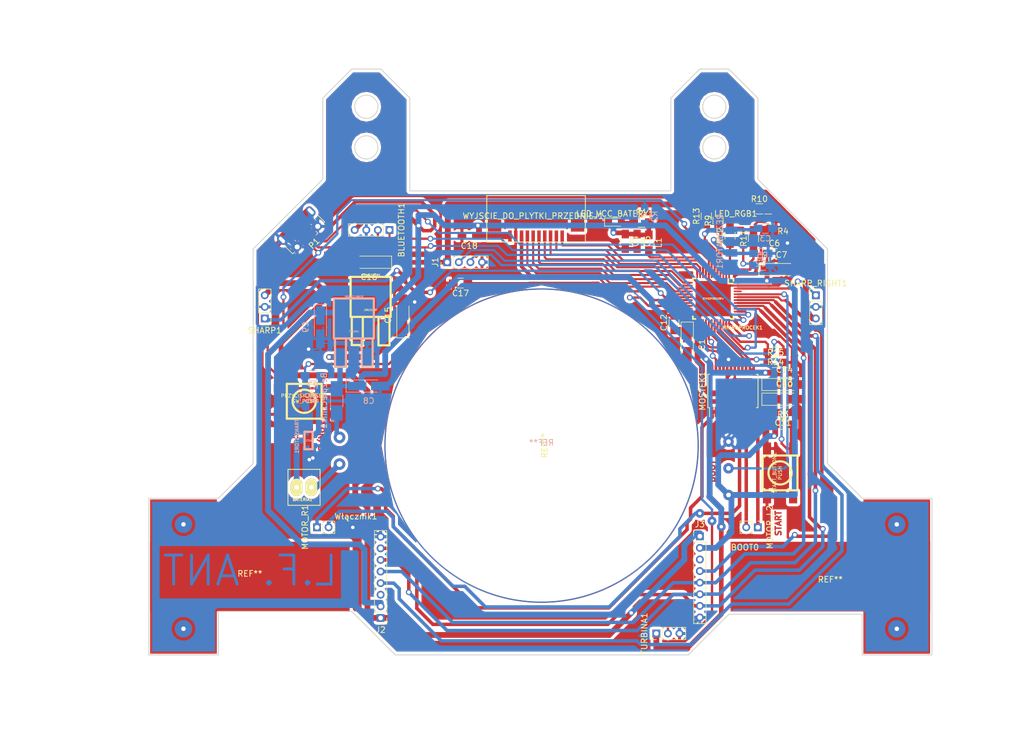
<source format=kicad_pcb>
(kicad_pcb (version 4) (host pcbnew 4.0.6)
  (layers (0 F.Cu signal) (31 B.Cu signal) (34 B.Paste user) (35 F.Paste user) (36 B.SilkS user) (37 F.SilkS user) (38 B.Mask user) (39 F.Mask user) (44 Edge.Cuts user))
  (net 0 "")
  (net 1 "Net-(BATERIA1-Pad2)")
  (net 2 GND)
  (net 3 /BATERIA)
  (net 4 "Net-(Bezpiecznik1-Pad2)")
  (net 5 /USART_RX)
  (net 6 /SWCLK)
  (net 7 VCC)
  (net 8 /BOOT0)
  (net 9 "Net-(C2-Pad1)")
  (net 10 "Net-(C3-Pad1)")
  (net 11 /5V)
  (net 12 /LIPOL_POMIAR)
  (net 13 /TRIG)
  (net 14 /SPI1_SS1)
  (net 15 /SPI1_CLK)
  (net 16 /SPI1_MOSI)
  (net 17 /SPI1_MISO)
  (net 18 /SPI1_SS2)
  (net 19 "Net-(L1-Pad2)")
  (net 20 "Net-(LED_RGB1-Pad1)")
  (net 21 "Net-(LED_RGB1-Pad4)")
  (net 22 "Net-(LED_RGB1-Pad3)")
  (net 23 "Net-(LED_RGB1-Pad2)")
  (net 24 "Net-(LED_VCC_BATERY1-Pad2)")
  (net 25 /LED_R)
  (net 26 /LED_G)
  (net 27 /LED_B)
  (net 28 /RESET)
  (net 29 /T1)
  (net 30 /T2)
  (net 31 /T3)
  (net 32 /T4)
  (net 33 /T5)
  (net 34 /T6)
  (net 35 /T7)
  (net 36 /T8)
  (net 37 /SHARP_LEFT)
  (net 38 /L_IN1)
  (net 39 /L_IN2)
  (net 40 /L_PWM)
  (net 41 /R_IN2)
  (net 42 /R_IN1)
  (net 43 /R_PWM)
  (net 44 /SWDIO)
  (net 45 /SHARP_RIGHT)
  (net 46 "Net-(MOSTEK1-Pad1)")
  (net 47 "Net-(MOSTEK1-Pad5)")
  (net 48 "Net-(MOSTEK1-Pad7)")
  (net 49 "Net-(MOSTEK1-Pad11)")
  (net 50 "Net-(R6-Pad2)")
  (net 51 /ECHO)
  (net 52 /TURBINA_PWM)
  (net 53 "Net-(MIKROPROCEK1-Pad33)")
  (net 54 "Net-(MIKROPROCEK1-Pad35)")
  (net 55 "Net-(BATERIA1-Pad1)")
  (module Pin_Headers:Pin_Header_Straight_1x08_Pitch2.00mm (layer F.Cu) (at 109.9693 124.6241 180)
    (fp_text reference J2 (at 0 -2.06 180) (layer F.SilkS))
    (fp_text value PIN8)
    (pad 1 thru_hole rect (at 0 0 180) (size 1.35 1.35) (drill 0.8) (layers *.Cu *.Mask) (net 11 /5V))
    (pad 2 thru_hole oval (at 0 2 180) (size 1.35 1.35) (drill 0.8) (layers *.Cu *.Mask) (net 7 VCC))
    (pad 3 thru_hole oval (at 0 4 180) (size 1.35 1.35) (drill 0.8) (layers *.Cu *.Mask))
    (pad 4 thru_hole oval (at 0 6 180) (size 1.35 1.35) (drill 0.8) (layers *.Cu *.Mask) (net 14 /SPI1_SS1))
    (pad 5 thru_hole oval (at 0 8 180) (size 1.35 1.35) (drill 0.8) (layers *.Cu *.Mask) (net 15 /SPI1_CLK))
    (pad 6 thru_hole oval (at 0 10 180) (size 1.35 1.35) (drill 0.8) (layers *.Cu *.Mask) (net 16 /SPI1_MOSI))
    (pad 7 thru_hole oval (at 0 12 180) (size 1.35 1.35) (drill 0.8) (layers *.Cu *.Mask) (net 17 /SPI1_MISO))
    (pad 8 thru_hole oval (at 0 14 180) (size 1.35 1.35) (drill 0.8) (layers *.Cu *.Mask) (net 2 GND))
  )
  (module Pin_Headers:Pin_Header_Straight_1x08_Pitch2.00mm (layer F.Cu) (at 165.0017 110.546)
    (fp_text reference J3 (at 0 -2.06) (layer F.SilkS))
    (fp_text value PIN8)
    (pad 1 thru_hole rect (at 0 0) (size 1.35 1.35) (drill 0.8) (layers *.Cu *.Mask) (net 11 /5V))
    (pad 2 thru_hole oval (at 0 2) (size 1.35 1.35) (drill 0.8) (layers *.Cu *.Mask) (net 7 VCC))
    (pad 3 thru_hole oval (at 0 4) (size 1.35 1.35) (drill 0.8) (layers *.Cu *.Mask))
    (pad 4 thru_hole oval (at 0 6) (size 1.35 1.35) (drill 0.8) (layers *.Cu *.Mask) (net 18 /SPI1_SS2))
    (pad 5 thru_hole oval (at 0 8) (size 1.35 1.35) (drill 0.8) (layers *.Cu *.Mask) (net 15 /SPI1_CLK))
    (pad 6 thru_hole oval (at 0 10) (size 1.35 1.35) (drill 0.8) (layers *.Cu *.Mask) (net 16 /SPI1_MOSI))
    (pad 7 thru_hole oval (at 0 12) (size 1.35 1.35) (drill 0.8) (layers *.Cu *.Mask) (net 17 /SPI1_MISO))
    (pad 8 thru_hole oval (at 0 14) (size 1.35 1.35) (drill 0.8) (layers *.Cu *.Mask) (net 2 GND))
  )
  (module Connectors_USB:USB_Micro-B_Molex-105017-0001 (layer F.Cu) (at 95.684632 57.234866 225)
    (fp_text reference P1 (at 0 -4 225) (layer F.SilkS))
    (fp_text value USB_OTG)
    (pad 6 smd rect (at 1 0.35 225) (size 1.5 1.9) (layers F.Cu F.Paste F.Mask) (net 2 GND))
    (pad 6 thru_hole circle (at -2.5 -2.35 225) (size 1.45 1.45) (drill 0.85) (layers *.Cu *.Mask) (net 2 GND))
    (pad 2 smd rect (at -0.65 -2.35 225) (size 0.4 1.35) (layers F.Cu F.Paste F.Mask) (net 44 /SWDIO))
    (pad 1 smd rect (at -1.3 -2.35 225) (size 0.4 1.35) (layers F.Cu F.Paste F.Mask) (net 7 VCC))
    (pad 5 smd rect (at 1.3 -2.35 225) (size 0.4 1.35) (layers F.Cu F.Paste F.Mask) (net 2 GND))
    (pad 4 smd rect (at 0.65 -2.35 225) (size 0.4 1.35) (layers F.Cu F.Paste F.Mask) (net 28 /RESET))
    (pad 3 smd rect (at 0 -2.35 225) (size 0.4 1.35) (layers F.Cu F.Paste F.Mask) (net 6 /SWCLK))
    (pad 6 thru_hole circle (at 2.5 -2.35 225) (size 1.45 1.45) (drill 0.85) (layers *.Cu *.Mask) (net 2 GND))
    (pad 6 smd rect (at -1 0.35 225) (size 1.5 1.9) (layers F.Cu F.Paste F.Mask) (net 2 GND))
    (pad 6 thru_hole oval (at -3.5 0.35 45) (size 1.2 1.9) (drill oval 0.6 1.3) (layers *.Cu *.Mask) (net 2 GND))
    (pad 6 thru_hole oval (at 3.5 0.35 225) (size 1.2 1.9) (drill oval 0.6 1.3) (layers *.Cu *.Mask) (net 2 GND))
    (pad 6 smd rect (at 2.9 0.35 225) (size 1.2 1.9) (layers F.Cu F.Mask) (net 2 GND))
    (pad 6 smd rect (at -2.9 0.35 225) (size 1.2 1.9) (layers F.Cu F.Mask) (net 2 GND))
  )
  (module warsztaty:Pololu_silnik (layer F.Cu) (at 87.43264 117.49444 180)
    (fp_text reference REF** (at 0 0.5 180) (layer F.SilkS))
    (fp_text value "Silnik Pololu")
    (pad POLO smd rect (at 0 0 180) (size 34.4 12) (layers F.Cu F.Mask))
    (pad moco smd rect (at 11.45 0 180) (size 11.5 26.6) (layers F.Cu F.Paste F.Mask))
    (pad wier thru_hole circle (at 11.45 9 180) (size 3 3) (drill 0.762) (layers *.Cu *.Adhes Dwgs.User))
    (pad wier thru_hole circle (at 11.45 -9 180) (size 3 3) (drill 0.762) (layers *.Cu *.Adhes Dwgs.User))
  )
  (module Napęd_tunelowy (layer F.Cu) (at 137.725001 94.925001 90)
    (fp_text reference REF** (at 0 0.5 90) (layer F.SilkS))
    (fp_text value Napęd_tunelowy)
    (fp_circle (center 0 0) (end 27 0) (layer F.Cu) (width 0.2))
  )
  (module warsztaty:PRZEŁĄCZNIK_1x2 (layer F.Cu) (at 102.886 98.099 180)
    (fp_text reference Włącznik1 (at -2.825 -9.025 180) (layer F.SilkS))
    (fp_text value switch)
    (pad 1 thru_hole circle (at 0 0 180) (size 2 2) (drill 1) (layers *.Cu *.Mask) (net 1 "Net-(BATERIA1-Pad2)"))
    (pad 2 thru_hole circle (at 0 4.6 180) (size 2 2) (drill 1) (layers *.Cu *.Mask) (net 4 "Net-(Bezpiecznik1-Pad2)"))
  )
  (module warsztaty:Pololu_silnik (layer F.Cu) (at 187.5 117.5)
    (fp_text reference REF** (at 0 0.5) (layer F.SilkS))
    (fp_text value "Silnik Pololu")
    (pad POLO smd rect (at 0 0) (size 34.4 12) (layers F.Cu F.Mask))
    (pad moco smd rect (at 11.45 0) (size 11.5 26.6) (layers F.Cu F.Paste F.Mask))
    (pad wier thru_hole circle (at 11.45 9) (size 3 3) (drill 0.762) (layers *.Cu *.Adhes Dwgs.User))
    (pad wier thru_hole circle (at 11.45 -9) (size 3 3) (drill 0.762) (layers *.Cu *.Adhes Dwgs.User))
  )
  (module misc:zl_zasilania (layer F.Cu) (at 93.996 105.211)
    (fp_text reference BATERIA1 (at 2.5 -1) (layer F.SilkS) (effects (font (size 0.5 0.5) (thickness 0.125))))
    (fp_text value LI-POL)
    (pad 2 thru_hole oval (at 4.04 -3.1) (size 2 3) (drill 0.8) (layers *.Cu *.Mask F.SilkS) (net 1 "Net-(BATERIA1-Pad2)"))
    (pad 1 thru_hole oval (at 1.5 -3.1) (size 2 3) (drill 0.8) (layers *.Cu *.Mask F.SilkS) (net 55 "Net-(BATERIA1-Pad1)"))
  )
  (module Fuse_Holders_and_Fuses:Fuse_SMD1206_HandSoldering (layer B.Cu) (at 102.395 87.217143 270)
    (fp_text reference Bezpiecznik1 (at -0.05 2.2 270) (layer B.SilkS) (effects (justify mirror)))
    (fp_text value "Fuse ??")
    (pad 1 smd rect (at -2.09 0 180) (size 2.03 2.65) (layers B.Cu B.Paste B.Mask) (net 3 /BATERIA))
    (pad 2 smd rect (at 2.09 0 180) (size 2.03 2.65) (layers B.Cu B.Paste B.Mask) (net 4 "Net-(Bezpiecznik1-Pad2)"))
  )
  (module Pin_Headers:Pin_Header_Straight_1x04_Pitch2.00mm (layer F.Cu) (at 111.5 57.75 270)
    (fp_text reference BLUETOOTH1 (at 0 -2.06 270) (layer F.SilkS))
    (fp_text value PIN4)
    (pad 1 thru_hole rect (at 0 0 270) (size 1.35 1.35) (drill 0.8) (layers *.Cu *.Mask) (net 5 /USART_RX))
    (pad 2 thru_hole oval (at 0 2 270) (size 1.35 1.35) (drill 0.8) (layers *.Cu *.Mask) (net 6 /SWCLK))
    (pad 3 thru_hole oval (at 0 4 270) (size 1.35 1.35) (drill 0.8) (layers *.Cu *.Mask) (net 2 GND))
    (pad 4 thru_hole oval (at 0 6 270) (size 1.35 1.35) (drill 0.8) (layers *.Cu *.Mask) (net 7 VCC))
  )
  (module warsztaty:PRZEŁĄCZNIK_1x3 (layer F.Cu) (at 169.942 103.433 180)
    (fp_text reference BOOT0 (at -2.825 -9.025 180) (layer F.SilkS))
    (fp_text value SWITCH)
    (pad 2 thru_hole circle (at 0 4.6 180) (size 1.8 1.8) (drill 0.8) (layers *.Cu *.Adhes *.Mask) (net 8 /BOOT0))
    (pad 3 thru_hole circle (at 0 9.2 180) (size 1.8 1.8) (drill 0.8) (layers *.Cu *.Adhes *.Mask) (net 2 GND))
    (pad 1 thru_hole circle (at 0 0 180) (size 1.8 1.8) (drill 0.8) (layers *.Cu *.Adhes *.Mask) (net 7 VCC))
  )
  (module Capacitors_SMD:C_0805_HandSoldering (layer B.Cu) (at 175.53 61.777)
    (fp_text reference C2 (at 0 1.75) (layer B.SilkS) (effects (justify mirror)))
    (fp_text value 22pF)
    (pad 1 smd rect (at -1.25 0) (size 1.5 1.25) (layers B.Cu B.Paste B.Mask) (net 9 "Net-(C2-Pad1)"))
    (pad 2 smd rect (at 1.25 0) (size 1.5 1.25) (layers B.Cu B.Paste B.Mask) (net 2 GND))
  )
  (module Capacitors_SMD:C_0805_HandSoldering (layer B.Cu) (at 176.292 57.459)
    (fp_text reference C3 (at 0 1.75) (layer B.SilkS) (effects (justify mirror)))
    (fp_text value 22pF)
    (pad 1 smd rect (at -1.25 0) (size 1.5 1.25) (layers B.Cu B.Paste B.Mask) (net 10 "Net-(C3-Pad1)"))
    (pad 2 smd rect (at 1.25 0) (size 1.5 1.25) (layers B.Cu B.Paste B.Mask) (net 2 GND))
  )
  (module Capacitors_SMD:C_0805_HandSoldering (layer F.Cu) (at 152.146 59.69 270)
    (fp_text reference C4 (at 0 -1.75 270) (layer F.SilkS))
    (fp_text value 10nF)
    (pad 1 smd rect (at -1.25 0 270) (size 1.5 1.25) (layers F.Cu F.Paste F.Mask) (net 7 VCC))
    (pad 2 smd rect (at 1.25 0 270) (size 1.5 1.25) (layers F.Cu F.Paste F.Mask) (net 2 GND))
  )
  (module Capacitors_SMD:C_0805_HandSoldering (layer F.Cu) (at 154.178 59.69 270)
    (fp_text reference C5 (at 0 -1.75 270) (layer F.SilkS))
    (fp_text value 1uF)
    (pad 1 smd rect (at -1.25 0 270) (size 1.5 1.25) (layers F.Cu F.Paste F.Mask) (net 7 VCC))
    (pad 2 smd rect (at 1.25 0 270) (size 1.5 1.25) (layers F.Cu F.Paste F.Mask) (net 2 GND))
  )
  (module Capacitors_SMD:C_0805_HandSoldering (layer F.Cu) (at 177.845 61.789524)
    (fp_text reference C6 (at 0 -1.75) (layer F.SilkS))
    (fp_text value 100nF)
    (pad 1 smd rect (at -1.25 0) (size 1.5 1.25) (layers F.Cu F.Paste F.Mask) (net 7 VCC))
    (pad 2 smd rect (at 1.25 0) (size 1.5 1.25) (layers F.Cu F.Paste F.Mask) (net 2 GND))
  )
  (module Capacitors_SMD:C_0805_HandSoldering (layer F.Cu) (at 179.34 89.209 180)
    (fp_text reference C11 (at 0 -1.75 180) (layer F.SilkS))
    (fp_text value 100nF)
    (pad 1 smd rect (at -1.25 0 180) (size 1.5 1.25) (layers F.Cu F.Paste F.Mask) (net 2 GND))
    (pad 2 smd rect (at 1.25 0 180) (size 1.5 1.25) (layers F.Cu F.Paste F.Mask) (net 7 VCC))
  )
  (module Capacitors_SMD:C_0805_HandSoldering (layer F.Cu) (at 160.544 73.715 90)
    (fp_text reference C12 (at 0 -1.75 90) (layer F.SilkS))
    (fp_text value 100nF)
    (pad 1 smd rect (at -1.25 0 90) (size 1.5 1.25) (layers F.Cu F.Paste F.Mask) (net 7 VCC))
    (pad 2 smd rect (at 1.25 0 90) (size 1.5 1.25) (layers F.Cu F.Paste F.Mask) (net 2 GND))
  )
  (module Capacitors_SMD:C_0805_HandSoldering (layer F.Cu) (at 179.594 82.351 180)
    (fp_text reference C13 (at 0 -1.75 180) (layer F.SilkS))
    (fp_text value 100nF)
    (pad 1 smd rect (at -1.25 0 180) (size 1.5 1.25) (layers F.Cu F.Paste F.Mask) (net 2 GND))
    (pad 2 smd rect (at 1.25 0 180) (size 1.5 1.25) (layers F.Cu F.Paste F.Mask) (net 3 /BATERIA))
  )
  (module Capacitors_SMD:C_0805_HandSoldering (layer F.Cu) (at 123.75 66.9 180)
    (fp_text reference C17 (at 0 -1.75 180) (layer F.SilkS))
    (fp_text value C)
    (pad 1 smd rect (at -1.25 0 180) (size 1.5 1.25) (layers F.Cu F.Paste F.Mask) (net 12 /LIPOL_POMIAR))
    (pad 2 smd rect (at 1.25 0 180) (size 1.5 1.25) (layers F.Cu F.Paste F.Mask) (net 2 GND))
  )
  (module Resistors_SMD:R_0805_HandSoldering (layer F.Cu) (at 156.21 59.944 270)
    (fp_text reference L1 (at 0 -1.7 270) (layer F.SilkS))
    (fp_text value 10uH)
    (pad 1 smd rect (at -1.35 0 270) (size 1.5 1.3) (layers F.Cu F.Paste F.Mask) (net 7 VCC))
    (pad 2 smd rect (at 1.35 0 270) (size 1.5 1.3) (layers F.Cu F.Paste F.Mask) (net 19 "Net-(L1-Pad2)"))
  )
  (module warsztaty:LED_RGB_0805 (layer F.Cu) (at 170.942 53.848 180)
    (fp_text reference LED_RGB1 (at -0.24 -1.09 180) (layer F.SilkS))
    (fp_text value LED_CRGB)
    (pad 1 smd rect (at -1.05 0.4 180) (size 1 0.5) (layers F.Cu F.Paste F.Mask) (net 20 "Net-(LED_RGB1-Pad1)"))
    (pad 4 smd rect (at 1.05 0.4 180) (size 1 0.5) (layers F.Cu F.Paste F.Mask) (net 21 "Net-(LED_RGB1-Pad4)"))
    (pad 3 smd rect (at 1.05 -0.4 180) (size 1 0.5) (layers F.Cu F.Paste F.Mask) (net 22 "Net-(LED_RGB1-Pad3)"))
    (pad 2 smd rect (at -1.05 -0.4 180) (size 1 0.5) (layers F.Cu F.Paste F.Mask) (net 23 "Net-(LED_RGB1-Pad2)"))
  )
  (module LEDs:LED_0805 (layer F.Cu) (at 150.368 56.388)
    (fp_text reference LED_VCC_BATERY1 (at 0 -1.45) (layer F.SilkS))
    (fp_text value LED_GREEN)
    (pad 2 smd rect (at 1.1 0 180) (size 1.2 1.2) (layers F.Cu F.Paste F.Mask) (net 24 "Net-(LED_VCC_BATERY1-Pad2)"))
    (pad 1 smd rect (at -1.1 0 180) (size 1.2 1.2) (layers F.Cu F.Paste F.Mask) (net 2 GND))
  )
  (module misc:LQFP48 (layer F.Cu) (at 167.297708 69.583098 180)
    (fp_text reference MIKROPROCEK1 (at -5.04952 -5.00126 180) (layer F.SilkS) (effects (font (size 0.59944 0.59944) (thickness 0.12446))))
    (fp_text value STM32F051C8Tx (at 0 0 180) (layer F.SilkS) (effects (font (size 0.29972 0.29972) (thickness 0.0762))))
    (pad 1 smd rect (at -2.74828 4.22402) (size 0.28956 1.34874) (layers F.Cu F.Paste F.Mask))
    (pad 2 smd rect (at -2.2479 4.22402) (size 0.28956 1.34874) (layers F.Cu F.Paste F.Mask) (net 25 /LED_R))
    (pad 3 smd rect (at -1.74752 4.22402) (size 0.28956 1.34874) (layers F.Cu F.Paste F.Mask) (net 26 /LED_G))
    (pad 4 smd rect (at -1.24968 4.22402) (size 0.28956 1.34874) (layers F.Cu F.Paste F.Mask) (net 27 /LED_B))
    (pad 5 smd rect (at -0.7493 4.22402) (size 0.28956 1.34874) (layers F.Cu F.Paste F.Mask) (net 9 "Net-(C2-Pad1)"))
    (pad 6 smd rect (at -0.24892 4.22402) (size 0.28956 1.34874) (layers F.Cu F.Paste F.Mask) (net 10 "Net-(C3-Pad1)"))
    (pad 7 smd rect (at 0.24892 4.22402) (size 0.28956 1.34874) (layers F.Cu F.Paste F.Mask) (net 28 /RESET))
    (pad 8 smd rect (at 0.7493 4.22402) (size 0.28956 1.34874) (layers F.Cu F.Paste F.Mask) (net 2 GND))
    (pad 9 smd rect (at 1.24968 4.22402) (size 0.28956 1.34874) (layers F.Cu F.Paste F.Mask) (net 19 "Net-(L1-Pad2)"))
    (pad 10 smd rect (at 1.74752 4.22402) (size 0.28956 1.34874) (layers F.Cu F.Paste F.Mask) (net 29 /T1))
    (pad 11 smd rect (at 2.2479 4.22402) (size 0.28956 1.34874) (layers F.Cu F.Paste F.Mask) (net 30 /T2))
    (pad 12 smd rect (at 2.74828 4.22402) (size 0.28956 1.34874) (layers F.Cu F.Paste F.Mask) (net 31 /T3))
    (pad 13 smd rect (at 4.22402 2.74828 90) (size 0.28956 1.34874) (layers F.Cu F.Paste F.Mask) (net 32 /T4))
    (pad 14 smd rect (at 4.22402 2.2479 90) (size 0.28956 1.34874) (layers F.Cu F.Paste F.Mask) (net 33 /T5))
    (pad 15 smd rect (at 4.22402 1.74752 90) (size 0.28956 1.34874) (layers F.Cu F.Paste F.Mask) (net 34 /T6))
    (pad 16 smd rect (at 4.22402 1.24968 90) (size 0.28956 1.34874) (layers F.Cu F.Paste F.Mask) (net 35 /T7))
    (pad 17 smd rect (at 4.22402 0.7493 90) (size 0.28956 1.34874) (layers F.Cu F.Paste F.Mask) (net 36 /T8))
    (pad 18 smd rect (at 4.22402 0.24892 90) (size 0.28956 1.34874) (layers F.Cu F.Paste F.Mask) (net 37 /SHARP_LEFT))
    (pad 19 smd rect (at 4.22402 -0.24892 90) (size 0.28956 1.34874) (layers F.Cu F.Paste F.Mask) (net 12 /LIPOL_POMIAR))
    (pad 20 smd rect (at 4.22402 -0.7493 90) (size 0.28956 1.34874) (layers F.Cu F.Paste F.Mask))
    (pad 21 smd rect (at 4.22402 -1.24968 90) (size 0.28956 1.34874) (layers F.Cu F.Paste F.Mask) (net 52 /TURBINA_PWM))
    (pad 22 smd rect (at 4.22402 -1.74752 90) (size 0.28956 1.34874) (layers F.Cu F.Paste F.Mask))
    (pad 23 smd rect (at 4.22402 -2.2479 90) (size 0.28956 1.34874) (layers F.Cu F.Paste F.Mask) (net 2 GND))
    (pad 24 smd rect (at 4.22402 -2.74828 90) (size 0.28956 1.34874) (layers F.Cu F.Paste F.Mask) (net 7 VCC))
    (pad 25 smd rect (at 2.74828 -4.22402 180) (size 0.28956 1.34874) (layers F.Cu F.Paste F.Mask) (net 2 GND))
    (pad 26 smd rect (at 2.2479 -4.22402 180) (size 0.28956 1.34874) (layers F.Cu F.Paste F.Mask) (net 2 GND))
    (pad 27 smd rect (at 1.74752 -4.22402 180) (size 0.28956 1.34874) (layers F.Cu F.Paste F.Mask) (net 38 /L_IN1))
    (pad 28 smd rect (at 1.24968 -4.22402 180) (size 0.28956 1.34874) (layers F.Cu F.Paste F.Mask) (net 39 /L_IN2))
    (pad 29 smd rect (at 0.7493 -4.22402 180) (size 0.28956 1.34874) (layers F.Cu F.Paste F.Mask) (net 40 /L_PWM))
    (pad 30 smd rect (at 0.24892 -4.22402 180) (size 0.28956 1.34874) (layers F.Cu F.Paste F.Mask) (net 41 /R_IN2))
    (pad 31 smd rect (at -0.24892 -4.22402 180) (size 0.28956 1.34874) (layers F.Cu F.Paste F.Mask) (net 42 /R_IN1))
    (pad 32 smd rect (at -0.7493 -4.22402 180) (size 0.28956 1.34874) (layers F.Cu F.Paste F.Mask) (net 43 /R_PWM))
    (pad 33 smd rect (at -1.24968 -4.22402 180) (size 0.28956 1.34874) (layers F.Cu F.Paste F.Mask) (net 53 "Net-(MIKROPROCEK1-Pad33)"))
    (pad 34 smd rect (at -1.74752 -4.22402 180) (size 0.28956 1.34874) (layers F.Cu F.Paste F.Mask) (net 44 /SWDIO))
    (pad 35 smd rect (at -2.2479 -4.22402 180) (size 0.28956 1.34874) (layers F.Cu F.Paste F.Mask) (net 54 "Net-(MIKROPROCEK1-Pad35)"))
    (pad 36 smd rect (at -2.74828 -4.22402 180) (size 0.28956 1.34874) (layers F.Cu F.Paste F.Mask) (net 13 /TRIG))
    (pad 37 smd rect (at -4.22402 -2.74828 270) (size 0.28956 1.34874) (layers F.Cu F.Paste F.Mask) (net 6 /SWCLK))
    (pad 38 smd rect (at -4.22402 -2.2479 270) (size 0.28956 1.34874) (layers F.Cu F.Paste F.Mask) (net 5 /USART_RX))
    (pad 39 smd rect (at -4.22402 -1.74752 270) (size 0.28956 1.34874) (layers F.Cu F.Paste F.Mask) (net 15 /SPI1_CLK))
    (pad 40 smd rect (at -4.22402 -1.24968 270) (size 0.28956 1.34874) (layers F.Cu F.Paste F.Mask) (net 17 /SPI1_MISO))
    (pad 41 smd rect (at -4.22402 -0.7493 270) (size 0.28956 1.34874) (layers F.Cu F.Paste F.Mask) (net 16 /SPI1_MOSI))
    (pad 42 smd rect (at -4.22402 -0.24892 270) (size 0.28956 1.34874) (layers F.Cu F.Paste F.Mask) (net 14 /SPI1_SS1))
    (pad 43 smd rect (at -4.22402 0.24892 270) (size 0.28956 1.34874) (layers F.Cu F.Paste F.Mask) (net 18 /SPI1_SS2))
    (pad 44 smd rect (at -4.22402 0.7493 270) (size 0.28956 1.34874) (layers F.Cu F.Paste F.Mask) (net 8 /BOOT0))
    (pad 45 smd rect (at -4.22402 1.24968 270) (size 0.28956 1.34874) (layers F.Cu F.Paste F.Mask))
    (pad 46 smd rect (at -4.22402 1.74752 270) (size 0.28956 1.34874) (layers F.Cu F.Paste F.Mask) (net 45 /SHARP_RIGHT))
    (pad 47 smd rect (at -4.22402 2.2479 270) (size 0.28956 1.34874) (layers F.Cu F.Paste F.Mask) (net 2 GND))
    (pad 48 smd rect (at -4.22402 2.74828 270) (size 0.28956 1.34874) (layers F.Cu F.Paste F.Mask) (net 7 VCC))
  )
  (module warsztaty:TB6612 (layer F.Cu) (at 170.7 85.5 90)
    (fp_text reference MOSTEK1 (at 0 -5.25 90) (layer F.SilkS))
    (fp_text value TB6612)
    (pad 1 smd rect (at -3.6 -3.575 90) (size 1.75 0.45) (layers F.Cu F.Paste F.Mask) (net 46 "Net-(MOSTEK1-Pad1)"))
    (pad 2 smd rect (at -3.6 -2.925 90) (size 1.75 0.45) (layers F.Cu F.Paste F.Mask) (net 46 "Net-(MOSTEK1-Pad1)"))
    (pad 3 smd rect (at -3.6 -2.275 90) (size 1.75 0.45) (layers F.Cu F.Paste F.Mask) (net 2 GND))
    (pad 4 smd rect (at -3.6 -1.625 90) (size 1.75 0.45) (layers F.Cu F.Paste F.Mask) (net 2 GND))
    (pad 5 smd rect (at -3.6 -0.975 90) (size 1.75 0.45) (layers F.Cu F.Paste F.Mask) (net 47 "Net-(MOSTEK1-Pad5)"))
    (pad 6 smd rect (at -3.6 -0.325 90) (size 1.75 0.45) (layers F.Cu F.Paste F.Mask) (net 47 "Net-(MOSTEK1-Pad5)"))
    (pad 7 smd rect (at -3.6 0.325 90) (size 1.75 0.45) (layers F.Cu F.Paste F.Mask) (net 48 "Net-(MOSTEK1-Pad7)"))
    (pad 8 smd rect (at -3.6 0.975 90) (size 1.75 0.45) (layers F.Cu F.Paste F.Mask) (net 48 "Net-(MOSTEK1-Pad7)"))
    (pad 9 smd rect (at -3.6 1.625 90) (size 1.75 0.45) (layers F.Cu F.Paste F.Mask) (net 2 GND))
    (pad 10 smd rect (at -3.6 2.275 90) (size 1.75 0.45) (layers F.Cu F.Paste F.Mask) (net 2 GND))
    (pad 11 smd rect (at -3.6 2.925 90) (size 1.75 0.45) (layers F.Cu F.Paste F.Mask) (net 49 "Net-(MOSTEK1-Pad11)"))
    (pad 12 smd rect (at -3.6 3.575 90) (size 1.75 0.45) (layers F.Cu F.Paste F.Mask) (net 49 "Net-(MOSTEK1-Pad11)"))
    (pad 13 smd rect (at 3.6 3.575 90) (size 1.75 0.45) (layers F.Cu F.Paste F.Mask) (net 3 /BATERIA))
    (pad 14 smd rect (at 3.6 2.925 90) (size 1.75 0.45) (layers F.Cu F.Paste F.Mask) (net 3 /BATERIA))
    (pad 15 smd rect (at 3.6 2.275 90) (size 1.75 0.45) (layers F.Cu F.Paste F.Mask) (net 43 /R_PWM))
    (pad 16 smd rect (at 3.6 1.625 90) (size 1.75 0.45) (layers F.Cu F.Paste F.Mask) (net 42 /R_IN1))
    (pad 17 smd rect (at 3.6 0.975 90) (size 1.75 0.45) (layers F.Cu F.Paste F.Mask) (net 41 /R_IN2))
    (pad 18 smd rect (at 3.6 0.325 90) (size 1.75 0.45) (layers F.Cu F.Paste F.Mask) (net 2 GND))
    (pad 19 smd rect (at 3.6 -0.325 90) (size 1.75 0.45) (layers F.Cu F.Paste F.Mask) (net 7 VCC))
    (pad 20 smd rect (at 3.6 -0.975 90) (size 1.75 0.45) (layers F.Cu F.Paste F.Mask) (net 7 VCC))
    (pad 21 smd rect (at 3.6 -1.625 90) (size 1.75 0.45) (layers F.Cu F.Paste F.Mask) (net 39 /L_IN2))
    (pad 22 smd rect (at 3.6 -2.275 90) (size 1.75 0.45) (layers F.Cu F.Paste F.Mask) (net 38 /L_IN1))
    (pad 23 smd rect (at 3.6 -2.925 90) (size 1.75 0.45) (layers F.Cu F.Paste F.Mask) (net 40 /L_PWM))
    (pad 24 smd rect (at 3.6 -3.575 90) (size 1.75 0.45) (layers F.Cu F.Paste F.Mask) (net 3 /BATERIA))
  )
  (module Pin_Headers:Pin_Header_Straight_1x02_Pitch2.00mm (layer F.Cu) (at 175 109 270)
    (fp_text reference MOTOR_L2 (at 0 -2.06 270) (layer F.SilkS))
    (fp_text value PIN2)
    (pad 1 thru_hole rect (at 0 0 270) (size 1.35 1.35) (drill 0.8) (layers *.Cu *.Mask) (net 49 "Net-(MOSTEK1-Pad11)"))
    (pad 2 thru_hole oval (at 0 2 270) (size 1.35 1.35) (drill 0.8) (layers *.Cu *.Mask) (net 48 "Net-(MOSTEK1-Pad7)"))
  )
  (module Pin_Headers:Pin_Header_Straight_1x02_Pitch2.00mm (layer F.Cu) (at 99 109 90)
    (fp_text reference MOTOR_R1 (at 0 -2.06 90) (layer F.SilkS))
    (fp_text value PIN2)
    (pad 1 thru_hole rect (at 0 0 90) (size 1.35 1.35) (drill 0.8) (layers *.Cu *.Mask) (net 46 "Net-(MOSTEK1-Pad1)"))
    (pad 2 thru_hole oval (at 0 2 90) (size 1.35 1.35) (drill 0.8) (layers *.Cu *.Mask) (net 47 "Net-(MOSTEK1-Pad5)"))
  )
  (module misc:SW_06_SMD (layer F.Cu) (at 96.8 87.275)
    (fp_text reference PRZYCISK_RESET1 (at 0.0254 -0.94996) (layer F.SilkS) (effects (font (size 0.59944 0.59944) (thickness 0.09906))))
    (fp_text value SW_PUSH (at 0 0) (layer F.SilkS) (effects (font (size 0.59944 0.59944) (thickness 0.09906))))
    (pad 1 smd rect (at -4.20116 -2.25044) (size 2.10058 1.39954) (layers F.Cu F.Paste F.Mask) (net 28 /RESET))
    (pad 2 smd rect (at -4.20116 2.25044) (size 2.10058 1.39954) (layers F.Cu F.Paste F.Mask) (net 2 GND))
    (pad 2 smd rect (at 4.20116 2.25044) (size 2.10058 1.39954) (layers F.Cu F.Paste F.Mask) (net 2 GND))
    (pad 1 smd rect (at 4.20116 -2.25044) (size 2.10058 1.39954) (layers F.Cu F.Paste F.Mask) (net 28 /RESET))
  )
  (module Resistors_SMD:R_0805_HandSoldering (layer F.Cu) (at 154.94 56.388)
    (fp_text reference R1 (at 0 -1.7) (layer F.SilkS))
    (fp_text value 200)
    (pad 1 smd rect (at -1.35 0) (size 1.5 1.3) (layers F.Cu F.Paste F.Mask) (net 24 "Net-(LED_VCC_BATERY1-Pad2)"))
    (pad 2 smd rect (at 1.35 0) (size 1.5 1.3) (layers F.Cu F.Paste F.Mask) (net 7 VCC))
  )
  (module Resistors_SMD:R_0805_HandSoldering (layer B.Cu) (at 155.49956 55.40796 90)
    (fp_text reference R2 (at 0 1.7 90) (layer B.SilkS) (effects (justify mirror)))
    (fp_text value 10k)
    (pad 1 smd rect (at -1.35 0 90) (size 1.5 1.3) (layers B.Cu B.Paste B.Mask) (net 7 VCC))
    (pad 2 smd rect (at 1.35 0 90) (size 1.5 1.3) (layers B.Cu B.Paste B.Mask) (net 28 /RESET))
  )
  (module Resistors_SMD:R_0805_HandSoldering (layer F.Cu) (at 179.34 91.241)
    (fp_text reference R3 (at 0 -1.7) (layer F.SilkS))
    (fp_text value 10k)
    (pad 1 smd rect (at -1.35 0) (size 1.5 1.3) (layers F.Cu F.Paste F.Mask) (net 7 VCC))
    (pad 2 smd rect (at 1.35 0) (size 1.5 1.3) (layers F.Cu F.Paste F.Mask) (net 53 "Net-(MIKROPROCEK1-Pad33)"))
  )
  (module Resistors_SMD:R_0805_HandSoldering (layer B.Cu) (at 99.314 86.694 270)
    (fp_text reference R6 (at 0 1.7 270) (layer B.SilkS) (effects (justify mirror)))
    (fp_text value 1k)
    (pad 1 smd rect (at -1.35 0 270) (size 1.5 1.3) (layers B.Cu B.Paste B.Mask) (net 3 /BATERIA))
    (pad 2 smd rect (at 1.35 0 270) (size 1.5 1.3) (layers B.Cu B.Paste B.Mask) (net 50 "Net-(R6-Pad2)"))
  )
  (module Resistors_SMD:R_0805_HandSoldering (layer B.Cu) (at 98.298 82.884)
    (fp_text reference R7 (at 0 1.7) (layer B.SilkS) (effects (justify mirror)))
    (fp_text value 51k)
    (pad 1 smd rect (at -1.35 0) (size 1.5 1.3) (layers B.Cu B.Paste B.Mask) (net 12 /LIPOL_POMIAR))
    (pad 2 smd rect (at 1.35 0) (size 1.5 1.3) (layers B.Cu B.Paste B.Mask) (net 3 /BATERIA))
  )
  (module Resistors_SMD:R_0805_HandSoldering (layer B.Cu) (at 97.028 86.694 90)
    (fp_text reference R8 (at 0 1.7 90) (layer B.SilkS) (effects (justify mirror)))
    (fp_text value 33k)
    (pad 1 smd rect (at -1.35 0 90) (size 1.5 1.3) (layers B.Cu B.Paste B.Mask) (net 2 GND))
    (pad 2 smd rect (at 1.35 0 90) (size 1.5 1.3) (layers B.Cu B.Paste B.Mask) (net 12 /LIPOL_POMIAR))
  )
  (module Resistors_SMD:R_0805_HandSoldering (layer F.Cu) (at 175.26 54.102)
    (fp_text reference R10 (at 0 -1.7) (layer F.SilkS))
    (fp_text value 220R)
    (pad 1 smd rect (at -1.35 0) (size 1.5 1.3) (layers F.Cu F.Paste F.Mask) (net 20 "Net-(LED_RGB1-Pad1)"))
    (pad 2 smd rect (at 1.35 0) (size 1.5 1.3) (layers F.Cu F.Paste F.Mask) (net 2 GND))
  )
  (module Resistors_SMD:R_0805_HandSoldering (layer F.Cu) (at 174.244 59.182 90)
    (fp_text reference R11 (at 0 -1.7 90) (layer F.SilkS))
    (fp_text value 43k)
    (pad 1 smd rect (at -1.35 0 90) (size 1.5 1.3) (layers F.Cu F.Paste F.Mask) (net 25 /LED_R))
    (pad 2 smd rect (at 1.35 0 90) (size 1.5 1.3) (layers F.Cu F.Paste F.Mask) (net 23 "Net-(LED_RGB1-Pad2)"))
  )
  (module Resistors_SMD:R_0805_HandSoldering (layer F.Cu) (at 170.196 58.729 90)
    (fp_text reference R12 (at 0 -1.7 90) (layer F.SilkS))
    (fp_text value 13k)
    (pad 1 smd rect (at -1.35 0 90) (size 1.5 1.3) (layers F.Cu F.Paste F.Mask) (net 26 /LED_G))
    (pad 2 smd rect (at 1.35 0 90) (size 1.5 1.3) (layers F.Cu F.Paste F.Mask) (net 22 "Net-(LED_RGB1-Pad3)"))
  )
  (module Resistors_SMD:R_0805_HandSoldering (layer F.Cu) (at 166.116 55.372 90)
    (fp_text reference R13 (at 0 -1.7 90) (layer F.SilkS))
    (fp_text value 56k)
    (pad 1 smd rect (at -1.35 0 90) (size 1.5 1.3) (layers F.Cu F.Paste F.Mask) (net 2 GND))
    (pad 2 smd rect (at 1.35 0 90) (size 1.5 1.3) (layers F.Cu F.Paste F.Mask) (net 21 "Net-(LED_RGB1-Pad4)"))
  )
  (module misc:Kwarc_SMD_Mini (layer B.Cu) (at 170.45 59.745 90)
    (fp_text reference REZONATOR1 (at 0 -2 90) (layer B.SilkS) (effects (justify mirror)))
    (fp_text value HC49-S)
    (pad 1 smd rect (at 1.95 0 90) (size 1.3 2) (layers B.Cu B.Paste B.Mask) (net 10 "Net-(C3-Pad1)"))
    (pad 2 smd rect (at -1.95 0 90) (size 1.3 2) (layers B.Cu B.Paste B.Mask) (net 9 "Net-(C2-Pad1)"))
  )
  (module Pin_Headers:Pin_Header_Straight_1x03_Pitch2.00mm (layer F.Cu) (at 90 73 180)
    (fp_text reference SHARP1 (at 0 -2.06 180) (layer F.SilkS))
    (fp_text value PIN3)
    (pad 1 thru_hole rect (at 0 0 180) (size 1.35 1.35) (drill 0.8) (layers *.Cu *.Mask) (net 37 /SHARP_LEFT))
    (pad 2 thru_hole oval (at 0 2 180) (size 1.35 1.35) (drill 0.8) (layers *.Cu *.Mask) (net 2 GND))
    (pad 3 thru_hole oval (at 0 4 180) (size 1.35 1.35) (drill 0.8) (layers *.Cu *.Mask) (net 11 /5V))
  )
  (module Pin_Headers:Pin_Header_Straight_1x03_Pitch2.00mm (layer F.Cu) (at 185 69)
    (fp_text reference SHARP_RIGHT1 (at 0 -2.06) (layer F.SilkS))
    (fp_text value PIN3)
    (pad 1 thru_hole rect (at 0 0) (size 1.35 1.35) (drill 0.8) (layers *.Cu *.Mask) (net 45 /SHARP_RIGHT))
    (pad 2 thru_hole oval (at 0 2) (size 1.35 1.35) (drill 0.8) (layers *.Cu *.Mask) (net 2 GND))
    (pad 3 thru_hole oval (at 0 4) (size 1.35 1.35) (drill 0.8) (layers *.Cu *.Mask) (net 11 /5V))
  )
  (module warsztaty:LM1117_TO-252 (layer B.Cu) (at 105.35 79.65 180)
    (fp_text reference STABILIZATOR1 (at 0 10.414 180) (layer B.SilkS) (effects (font (size 0.29972 0.29972) (thickness 0.0762)) (justify mirror)))
    (fp_text value LM1117 (at 0 4.39928 180) (layer B.SilkS) (effects (font (size 0.29972 0.29972) (thickness 0.0762)) (justify mirror)))
    (pad 3 smd rect (at -2.30124 0 180) (size 1.651 3.048) (layers B.Cu B.Paste B.Mask) (net 2 GND))
    (pad 2 smd rect (at 0 6.64972 180) (size 6.70052 6.70052) (layers B.Cu B.Paste B.Mask) (net 7 VCC))
    (pad 1 smd rect (at 2.30124 0 180) (size 1.651 3.048) (layers B.Cu B.Paste B.Mask) (net 3 /BATERIA))
  )
  (module warsztaty:LM1117_TO-252 (layer F.Cu) (at 108.249821 75.931904)
    (fp_text reference STABILIZATOR2 (at 0 -10.414) (layer F.SilkS) (effects (font (size 0.29972 0.29972) (thickness 0.0762))))
    (fp_text value LM1117DT (at 0 -4.39928) (layer F.SilkS) (effects (font (size 0.29972 0.29972) (thickness 0.0762))))
    (pad 3 smd rect (at -2.30124 0) (size 1.651 3.048) (layers F.Cu F.Paste F.Mask) (net 2 GND))
    (pad 2 smd rect (at 0 -6.64972) (size 6.70052 6.70052) (layers F.Cu F.Paste F.Mask) (net 11 /5V))
    (pad 1 smd rect (at 2.30124 0) (size 1.651 3.048) (layers F.Cu F.Paste F.Mask) (net 3 /BATERIA))
  )
  (module Pin_Headers:Pin_Header_Straight_1x03_Pitch2.00mm (layer F.Cu) (at 157.496 127.309 90)
    (fp_text reference TURBINA1 (at 0 -2.06 90) (layer F.SilkS))
    (fp_text value PIN3)
    (pad 1 thru_hole rect (at 0 0 90) (size 1.35 1.35) (drill 0.8) (layers *.Cu *.Mask) (net 3 /BATERIA))
    (pad 2 thru_hole oval (at 0 2 90) (size 1.35 1.35) (drill 0.8) (layers *.Cu *.Mask) (net 52 /TURBINA_PWM))
    (pad 3 thru_hole oval (at 0 4 90) (size 1.35 1.35) (drill 0.8) (layers *.Cu *.Mask) (net 2 GND))
  )
  (module misc:fpc_10_pin (layer F.Cu) (at 137.266667 55.825001 180)
    (fp_text reference WYJSCIE_DO_PLYTKI_PRZEDNIEJ1 (at 1 0.5 180) (layer F.SilkS))
    (fp_text value PIN10)
    (pad 11 smd rect (at -6.65 -0.8 180) (size 2.3 2.8) (layers F.Cu F.Paste F.Mask))
    (pad 10 smd rect (at 5 -3 180) (size 0.6 2) (layers F.Cu F.Paste F.Mask) (net 7 VCC))
    (pad 9 smd rect (at 4 -3 180) (size 0.6 2) (layers F.Cu F.Paste F.Mask) (net 2 GND))
    (pad 8 smd rect (at 3 -3 180) (size 0.6 2) (layers F.Cu F.Paste F.Mask) (net 36 /T8))
    (pad 7 smd rect (at 2 -3 180) (size 0.6 2) (layers F.Cu F.Paste F.Mask) (net 35 /T7))
    (pad 6 smd rect (at 1 -3 180) (size 0.6 2) (layers F.Cu F.Paste F.Mask) (net 34 /T6))
    (pad 5 smd rect (at 0 -3 180) (size 0.6 2) (layers F.Cu F.Paste F.Mask) (net 33 /T5))
    (pad 4 smd rect (at -1 -3 180) (size 0.6 2) (layers F.Cu F.Paste F.Mask) (net 32 /T4))
    (pad 3 smd rect (at -2 -3 180) (size 0.6 2) (layers F.Cu F.Paste F.Mask) (net 31 /T3))
    (pad 2 smd rect (at -3 -3 180) (size 0.6 2) (layers F.Cu F.Paste F.Mask) (net 30 /T2))
    (pad 1 smd rect (at -4 -3 180) (size 0.6 2) (layers F.Cu F.Paste F.Mask) (net 29 /T1))
    (pad 11 smd rect (at 7.65 -0.8 180) (size 2.3 2.8) (layers F.Cu F.Paste F.Mask))
  )
  (module Pin_Headers:Pin_Header_Straight_1x04_Pitch2.00mm (layer F.Cu) (at 121.45 63.3 90)
    (fp_text reference J1 (at 0 -2.06 90) (layer F.SilkS))
    (fp_text value CONN_01X04)
    (pad 1 thru_hole rect (at 0 0 90) (size 1.35 1.35) (drill 0.8) (layers *.Cu *.Mask) (net 11 /5V))
    (pad 2 thru_hole oval (at 0 2 90) (size 1.35 1.35) (drill 0.8) (layers *.Cu *.Mask) (net 13 /TRIG))
    (pad 3 thru_hole oval (at 0 4 90) (size 1.35 1.35) (drill 0.8) (layers *.Cu *.Mask) (net 51 /ECHO))
    (pad 4 thru_hole oval (at 0 6 90) (size 1.35 1.35) (drill 0.8) (layers *.Cu *.Mask) (net 2 GND))
  )
  (module misc:SW_06_SMD (layer F.Cu) (at 178.832 99.623 90)
    (fp_text reference START_BUTTON1 (at 0.0254 -0.94996 90) (layer F.SilkS) (effects (font (size 0.59944 0.59944) (thickness 0.09906))))
    (fp_text value PUSH (at 0 0 90) (layer F.SilkS) (effects (font (size 0.59944 0.59944) (thickness 0.09906))))
    (pad 1 smd rect (at -4.20116 -2.25044 90) (size 2.10058 1.39954) (layers F.Cu F.Paste F.Mask) (net 2 GND))
    (pad 2 smd rect (at -4.20116 2.25044 90) (size 2.10058 1.39954) (layers F.Cu F.Paste F.Mask) (net 53 "Net-(MIKROPROCEK1-Pad33)"))
    (pad 2 smd rect (at 4.20116 2.25044 90) (size 2.10058 1.39954) (layers F.Cu F.Paste F.Mask) (net 53 "Net-(MIKROPROCEK1-Pad33)"))
    (pad 1 smd rect (at 4.20116 -2.25044 90) (size 2.10058 1.39954) (layers F.Cu F.Paste F.Mask) (net 2 GND))
  )
  (module misc:SOT23-3 (layer B.Cu) (at 97.552 94.035 90)
    (fp_text reference TRANSISTOR1 (at 0.70104 -1.99898 90) (layer B.SilkS) (effects (font (size 0.59944 0.59944) (thickness 0.12446)) (justify mirror)))
    (fp_text value BUZ11 (at 0 0 180) (layer B.SilkS) (effects (font (size 0.29972 0.29972) (thickness 0.07112)) (justify mirror)))
    (pad 1 smd rect (at 0.889 1.016 90) (size 0.9144 0.9144) (layers B.Cu B.Paste B.Mask) (net 50 "Net-(R6-Pad2)"))
    (pad 2 smd rect (at -0.889 1.016 90) (size 0.9144 0.9144) (layers B.Cu B.Paste B.Mask) (net 2 GND))
    (pad 3 smd rect (at 0 -1.00076 90) (size 0.9144 0.9144) (layers B.Cu B.Paste B.Mask) (net 55 "Net-(BATERIA1-Pad1)"))
  )
  (module warsztaty:Napęd_tunelowy (layer B.Cu) (at 137.7 94.9)
    (fp_text reference REF** (at 0 -0.5) (layer B.SilkS) (effects (justify mirror)))
    (fp_text value Napęd_tunelowy)
    (fp_circle (center 0 0) (end 27 0) (layer B.Cu) (width 0.2))
  )
  (module Resistors_SMD:R_0805_HandSoldering (layer F.Cu) (at 176.784 55.88 180)
    (fp_text reference R4 (at -2.556 -2.087 180) (layer F.SilkS))
    (fp_text value 160k)
    (pad 1 smd rect (at -1.35 0 180) (size 1.5 1.3) (layers F.Cu F.Paste F.Mask) (net 2 GND))
    (pad 2 smd rect (at 1.35 0 180) (size 1.5 1.3) (layers F.Cu F.Paste F.Mask) (net 23 "Net-(LED_RGB1-Pad2)"))
  )
  (module Resistors_SMD:R_0805_HandSoldering (layer B.Cu) (at 175.784 63.809 180)
    (fp_text reference R5 (at 0 1.7 180) (layer B.SilkS) (effects (justify mirror)))
    (fp_text value 20k)
    (pad 1 smd rect (at -1.35 0 180) (size 1.5 1.3) (layers B.Cu B.Paste B.Mask) (net 2 GND))
    (pad 2 smd rect (at 1.35 0 180) (size 1.5 1.3) (layers B.Cu B.Paste B.Mask) (net 22 "Net-(LED_RGB1-Pad3)"))
  )
  (module Resistors_SMD:R_0805_HandSoldering (layer F.Cu) (at 168.148 56.134 90)
    (fp_text reference R9 (at 0 -1.7 90) (layer F.SilkS))
    (fp_text value 10k)
    (pad 1 smd rect (at -1.35 0 90) (size 1.5 1.3) (layers F.Cu F.Paste F.Mask) (net 27 /LED_B))
    (pad 2 smd rect (at 1.35 0 90) (size 1.5 1.3) (layers F.Cu F.Paste F.Mask) (net 21 "Net-(LED_RGB1-Pad4)"))
  )
  (module Resistors_SMD:R_0805_HandSoldering (layer F.Cu) (at 178.07 78.795 180)
    (fp_text reference R14 (at 0 -1.7 180) (layer F.SilkS))
    (fp_text value 51k)
    (pad 1 smd rect (at -1.35 0 180) (size 1.5 1.3) (layers F.Cu F.Paste F.Mask) (net 51 /ECHO))
    (pad 2 smd rect (at 1.35 0 180) (size 1.5 1.3) (layers F.Cu F.Paste F.Mask) (net 54 "Net-(MIKROPROCEK1-Pad35)"))
  )
  (module Resistors_SMD:R_0805_HandSoldering (layer F.Cu) (at 178.07 80.573)
    (fp_text reference R15 (at 0 -1.7) (layer F.SilkS))
    (fp_text value 33k)
    (pad 1 smd rect (at -1.35 0) (size 1.5 1.3) (layers F.Cu F.Paste F.Mask) (net 54 "Net-(MIKROPROCEK1-Pad35)"))
    (pad 2 smd rect (at 1.35 0) (size 1.5 1.3) (layers F.Cu F.Paste F.Mask) (net 2 GND))
  )
  (module Capacitors_Tantalum_SMD:CP_Tantalum_Case-A_EIA-3216-18_Hand (layer F.Cu) (at 162.83 77.525 270)
    (fp_text reference C1 (at 0 -2.55 270) (layer F.SilkS))
    (fp_text value 4,7uF)
    (pad 1 smd rect (at -2 0 270) (size 3.2 1.5) (layers F.Cu F.Paste F.Mask) (net 7 VCC))
    (pad 2 smd rect (at 2 0 270) (size 3.2 1.5) (layers F.Cu F.Paste F.Mask) (net 2 GND))
  )
  (module Capacitors_Tantalum_SMD:CP_Tantalum_Case-A_EIA-3216-18_Hand (layer F.Cu) (at 179.086 64.571)
    (fp_text reference C7 (at 0 -2.55) (layer F.SilkS))
    (fp_text value 4,7uF)
    (pad 1 smd rect (at -2 0) (size 3.2 1.5) (layers F.Cu F.Paste F.Mask) (net 7 VCC))
    (pad 2 smd rect (at 2 0) (size 3.2 1.5) (layers F.Cu F.Paste F.Mask) (net 2 GND))
  )
  (module Capacitors_Tantalum_SMD:CP_Tantalum_Case-A_EIA-3216-18_Hand (layer B.Cu) (at 107.920001 84.65)
    (fp_text reference C8 (at 0 2.55) (layer B.SilkS) (effects (justify mirror)))
    (fp_text value 10uF)
    (pad 1 smd rect (at -2 0) (size 3.2 1.5) (layers B.Cu B.Paste B.Mask) (net 3 /BATERIA))
    (pad 2 smd rect (at 2 0) (size 3.2 1.5) (layers B.Cu B.Paste B.Mask) (net 2 GND))
  )
  (module Capacitors_Tantalum_SMD:CP_Tantalum_Case-A_EIA-3216-18_Hand (layer B.Cu) (at 99.584 74.477 270)
    (fp_text reference C9 (at 0 2.55 270) (layer B.SilkS) (effects (justify mirror)))
    (fp_text value 10uF)
    (pad 1 smd rect (at -2 0 270) (size 3.2 1.5) (layers B.Cu B.Paste B.Mask) (net 7 VCC))
    (pad 2 smd rect (at 2 0 270) (size 3.2 1.5) (layers B.Cu B.Paste B.Mask) (net 2 GND))
  )
  (module Capacitors_Tantalum_SMD:CP_Tantalum_Case-A_EIA-3216-18_Hand (layer F.Cu) (at 179.594 86.923)
    (fp_text reference C10 (at 0 -2.55) (layer F.SilkS))
    (fp_text value 10uF)
    (pad 1 smd rect (at -2 0) (size 3.2 1.5) (layers F.Cu F.Paste F.Mask) (net 7 VCC))
    (pad 2 smd rect (at 2 0) (size 3.2 1.5) (layers F.Cu F.Paste F.Mask) (net 2 GND))
  )
  (module Capacitors_Tantalum_SMD:CP_Tantalum_Case-A_EIA-3216-18_Hand (layer F.Cu) (at 179.594 84.383)
    (fp_text reference C14 (at 0 -2.55) (layer F.SilkS))
    (fp_text value 10uF)
    (pad 1 smd rect (at -2 0) (size 3.2 1.5) (layers F.Cu F.Paste F.Mask) (net 3 /BATERIA))
    (pad 2 smd rect (at 2 0) (size 3.2 1.5) (layers F.Cu F.Paste F.Mask) (net 2 GND))
  )
  (module Capacitors_Tantalum_SMD:CP_Tantalum_Case-A_EIA-3216-18_Hand (layer F.Cu) (at 113.808 72.445 90)
    (fp_text reference C15 (at 0 -2.55 90) (layer F.SilkS))
    (fp_text value 10uF)
    (pad 1 smd rect (at -2 0 90) (size 3.2 1.5) (layers F.Cu F.Paste F.Mask) (net 3 /BATERIA))
    (pad 2 smd rect (at 2 0 90) (size 3.2 1.5) (layers F.Cu F.Paste F.Mask) (net 2 GND))
  )
  (module Capacitors_Tantalum_SMD:CP_Tantalum_Case-A_EIA-3216-18_Hand (layer F.Cu) (at 107.966 63.301 180)
    (fp_text reference C16 (at 0 -2.55 180) (layer F.SilkS))
    (fp_text value 10uF)
    (pad 1 smd rect (at -2 0 180) (size 3.2 1.5) (layers F.Cu F.Paste F.Mask) (net 11 /5V))
    (pad 2 smd rect (at 2 0 180) (size 3.2 1.5) (layers F.Cu F.Paste F.Mask) (net 2 GND))
  )
  (module Capacitors_SMD:C_0805_HandSoldering (layer F.Cu) (at 125.238 58.729 180)
    (fp_text reference C18 (at 0 -1.75 180) (layer F.SilkS))
    (fp_text value 100nF)
    (pad 1 smd rect (at -1.25 0 180) (size 1.5 1.25) (layers F.Cu F.Paste F.Mask) (net 7 VCC))
    (pad 2 smd rect (at 1.25 0 180) (size 1.5 1.25) (layers F.Cu F.Paste F.Mask) (net 2 GND))
  )
  (gr_text START (at 178.53736 108.31488 90) (layer F.Cu) (effects (font (size 1 1) (thickness 0.25))))
  (gr_circle (center 137.9 94.4) (end 138 94.3) (layer Edge.Cuts) (width 0.15))
  (gr_text BLUETOOTH (at 106.188 59.745) (layer F.Cu) (effects (font (size 0.5 0.5) (thickness 0.125))))
  (gr_text ON/OFF (at 99.74656 94.66492 270) (layer F.Cu) (effects (font (size 1 1) (thickness 0.25))))
  (gr_text BOOT (at 167.148 99.33852 90) (layer F.Cu) (effects (font (size 1 1) (thickness 0.25))))
  (gr_text RESET (at 93.78772 93.06472) (layer F.Cu) (effects (font (size 1 1) (thickness 0.25))))
  (gr_text "L.F. ANT" (at 87.5 116.5) (layer B.Cu) (effects (font (size 5 5) (thickness 0.5)) (justify mirror)))
  (gr_line (start 105 123.5) (end 112.5 131) (angle 90) (layer Edge.Cuts) (width 0.15))
  (gr_line (start 82 123.5) (end 105 123.5) (angle 90) (layer Edge.Cuts) (width 0.15))
  (gr_line (start 82 131) (end 82 123.5) (angle 90) (layer Edge.Cuts) (width 0.15))
  (gr_line (start 70 131) (end 82 131) (angle 90) (layer Edge.Cuts) (width 0.15))
  (gr_line (start 163 131) (end 112.5 131) (angle 90) (layer Edge.Cuts) (width 0.15))
  (gr_line (start 205 131) (end 193 131) (angle 90) (layer Edge.Cuts) (width 0.15))
  (gr_line (start 170 124) (end 163 131) (angle 90) (layer Edge.Cuts) (width 0.15))
  (gr_line (start 193 124) (end 170 124) (angle 90) (layer Edge.Cuts) (width 0.15))
  (gr_line (start 193 131) (end 193 124) (angle 90) (layer Edge.Cuts) (width 0.15))
  (gr_line (start 100 40) (end 100 49) (angle 90) (layer Edge.Cuts) (width 0.15))
  (gr_line (start 98 51) (end 100 49) (angle 90) (layer Edge.Cuts) (width 0.15))
  (gr_line (start 175 49) (end 175 35) (angle 90) (layer Edge.Cuts) (width 0.15))
  (gr_line (start 177 51) (end 175 49) (angle 90) (layer Edge.Cuts) (width 0.15))
  (gr_circle (center 107.5 43.5) (end 109.5 43.5) (layer Edge.Cuts) (width 0.15))
  (gr_circle (center 107.5 36.5) (end 109.5 36.5) (layer Edge.Cuts) (width 0.15))
  (gr_circle (center 167.5 36.5) (end 169.5 36.5) (layer Edge.Cuts) (width 0.15))
  (gr_circle (center 167.5 43.5) (end 169.5 43.5) (layer Edge.Cuts) (width 0.15))
  (gr_line (start 160 51) (end 115 51) (angle 90) (layer Edge.Cuts) (width 0.15))
  (gr_line (start 160 50) (end 160 51) (angle 90) (layer Edge.Cuts) (width 0.15))
  (gr_line (start 115 50) (end 115 51) (angle 90) (layer Edge.Cuts) (width 0.15))
  (gr_line (start 115 35) (end 115 50) (angle 90) (layer Edge.Cuts) (width 0.15))
  (gr_line (start 110 30) (end 115 35) (angle 90) (layer Edge.Cuts) (width 0.15))
  (gr_line (start 105 30) (end 110 30) (angle 90) (layer Edge.Cuts) (width 0.15))
  (gr_line (start 100 35) (end 105 30) (angle 90) (layer Edge.Cuts) (width 0.15))
  (gr_line (start 100 40) (end 100 35) (angle 90) (layer Edge.Cuts) (width 0.15))
  (gr_line (start 160 35) (end 160 50) (angle 90) (layer Edge.Cuts) (width 0.15))
  (gr_line (start 165 30) (end 160 35) (angle 90) (layer Edge.Cuts) (width 0.15))
  (gr_line (start 170 30) (end 165 30) (angle 90) (layer Edge.Cuts) (width 0.15))
  (gr_line (start 175 35) (end 170 30) (angle 90) (layer Edge.Cuts) (width 0.15))
  (gr_line (start 205 104) (end 205 131) (angle 90) (layer Edge.Cuts) (width 0.15))
  (gr_line (start 70 104) (end 70 131) (angle 90) (layer Edge.Cuts) (width 0.15))
  (gr_line (start 88 61) (end 98 51) (angle 90) (layer Edge.Cuts) (width 0.15))
  (gr_line (start 88 61) (end 88 67) (angle 90) (layer Edge.Cuts) (width 0.15))
  (gr_line (start 88 78) (end 88 67) (angle 90) (layer Edge.Cuts) (width 0.15))
  (gr_line (start 88 98) (end 88 78) (angle 90) (layer Edge.Cuts) (width 0.15))
  (gr_line (start 82 104) (end 88 98) (angle 90) (layer Edge.Cuts) (width 0.15))
  (gr_line (start 70 104) (end 82 104) (angle 90) (layer Edge.Cuts) (width 0.15))
  (gr_line (start 187 61) (end 177 51) (angle 90) (layer Edge.Cuts) (width 0.15))
  (gr_line (start 187 63) (end 187 61) (angle 90) (layer Edge.Cuts) (width 0.15))
  (gr_line (start 187 98) (end 187 63) (angle 90) (layer Edge.Cuts) (width 0.15))
  (gr_line (start 193 104) (end 187 98) (angle 90) (layer Edge.Cuts) (width 0.15))
  (gr_line (start 205 104) (end 193 104) (angle 90) (layer Edge.Cuts) (width 0.15))
  (segment (start 172.228 69.852396) (end 172.228 69.905) (width 0.01) (layer F.Cu) (net 0))
  (segment (start 172.228 69.905) (end 172.228 69.852396) (width 0.01) (layer F.Cu) (net 0))
  (segment (start 98.036 102.111) (end 98.874 102.111) (width 1) (layer B.Cu) (net 1))
  (segment (start 98.874 102.111) (end 102.886 98.099) (width 1) (layer B.Cu) (net 1))
  (segment (start 103 98.75) (end 103.25 98.75) (width 0.4) (layer B.Cu) (net 1))
  (segment (start 165.0017 124.546) (end 157.033 124.546) (width 0.6) (layer F.Cu) (net 2))
  (segment (start 157.033 124.546) (end 156.487 124) (width 0.6) (layer F.Cu) (net 2))
  (segment (start 161.496 125.3617) (end 161.496 127.309) (width 0.6) (layer B.Cu) (net 2))
  (segment (start 165.0017 124.546) (end 164.326701 125.220999) (width 0.6) (layer B.Cu) (net 2))
  (segment (start 164.326701 125.220999) (end 161.636701 125.220999) (width 0.6) (layer B.Cu) (net 2))
  (segment (start 161.636701 125.220999) (end 161.496 125.3617) (width 0.6) (layer B.Cu) (net 2))
  (segment (start 94.730038 57.694485) (end 96.144251 56.280272) (width 0.4) (layer F.Cu) (net 2))
  (segment (start 96.144251 56.280272) (end 97.912018 54.512505) (width 0.4) (layer F.Cu) (net 2))
  (segment (start 96.427094 59.815806) (end 95.578566 60.664334) (width 0.4) (layer F.Cu) (net 2))
  (segment (start 92.962271 59.462252) (end 94.376484 59.462252) (width 1) (layer B.Cu) (net 2))
  (segment (start 94.376484 59.462252) (end 95.578566 60.664334) (width 1) (layer B.Cu) (net 2))
  (segment (start 97.912018 54.512505) (end 97.912018 55.926718) (width 1) (layer B.Cu) (net 2))
  (segment (start 97.912018 55.926718) (end 99.1141 57.1288) (width 1) (layer B.Cu) (net 2))
  (segment (start 99.1141 57.1288) (end 95.578566 60.664334) (width 1) (layer B.Cu) (net 2))
  (segment (start 92.8276 63.421137) (end 92.993435 63.255302) (width 0.4) (layer B.Cu) (net 2))
  (segment (start 91.998737 64.25) (end 92.8276 63.421137) (width 0.4) (layer B.Cu) (net 2))
  (segment (start 92.8276 63.421137) (end 92.8276 63.4153) (width 1) (layer B.Cu) (net 2))
  (segment (start 92.8276 63.4153) (end 95.578566 60.664334) (width 1) (layer B.Cu) (net 2))
  (segment (start 97.76028 65.44476) (end 95.182893 65.44476) (width 0.4) (layer F.Cu) (net 2))
  (segment (start 95.182893 65.44476) (end 92.993435 63.255302) (width 0.4) (layer F.Cu) (net 2))
  (segment (start 99.65004 63.555) (end 97.76028 65.44476) (width 0.4) (layer F.Cu) (net 2))
  (segment (start 100.08184 63.555) (end 99.838 63.555) (width 0.1) (layer F.Cu) (net 2))
  (segment (start 103.902 63.555) (end 100.08184 63.555) (width 0.1) (layer F.Cu) (net 2))
  (segment (start 100.08184 63.555) (end 99.65004 63.555) (width 0.4) (layer F.Cu) (net 2))
  (segment (start 91.96 64.25) (end 91.998737 64.25) (width 0.4) (layer B.Cu) (net 2))
  (segment (start 90.37714 62.05322) (end 95.326887 57.103473) (width 1) (layer F.Cu) (net 2))
  (segment (start 95.326887 57.103473) (end 95.326887 58.517686) (width 0.4) (layer F.Cu) (net 2))
  (segment (start 95.326887 58.517686) (end 96.528969 59.719768) (width 0.4) (layer F.Cu) (net 2))
  (segment (start 90.37714 62.05322) (end 91.791353 62.05322) (width 0.4) (layer F.Cu) (net 2))
  (segment (start 91.791353 62.05322) (end 92.993435 63.255302) (width 0.4) (layer F.Cu) (net 2))
  (segment (start 93.55912 58.87124) (end 95.326887 57.103473) (width 0.4) (layer F.Cu) (net 2))
  (segment (start 92.144907 60.285453) (end 93.55912 58.87124) (width 0.4) (layer F.Cu) (net 2))
  (segment (start 90.37714 62.05322) (end 92.144907 60.285453) (width 0.4) (layer F.Cu) (net 2))
  (segment (start 88.83 66.785) (end 88.83 63.60036) (width 0.4) (layer F.Cu) (net 2))
  (segment (start 88.83 63.60036) (end 90.37714 62.05322) (width 0.4) (layer F.Cu) (net 2))
  (segment (start 92.59884 89.52544) (end 97.5012 89.52544) (width 0.254) (layer F.Cu) (net 2))
  (segment (start 97.5012 89.52544) (end 101.00116 89.52544) (width 0.254) (layer F.Cu) (net 2))
  (segment (start 97.67392 97.34208) (end 97.67392 89.69816) (width 0.1) (layer F.Cu) (net 2))
  (segment (start 97.67392 89.69816) (end 97.5012 89.52544) (width 0.1) (layer F.Cu) (net 2))
  (segment (start 97.67392 97.34208) (end 97.99396 97.34208) (width 0.1) (layer B.Cu) (net 2))
  (segment (start 97.99396 97.34208) (end 98.28352 97.05252) (width 0.1) (layer B.Cu) (net 2))
  (via (at 98.28352 97.05252) (size 1) (drill 0.6) (layers F.Cu B.Cu) (net 2))
  (segment (start 97.67392 97.34208) (end 98.56292 97.34208) (width 0.1) (layer B.Cu) (net 2))
  (segment (start 98.56292 97.34208) (end 98.568 97.337) (width 0.1) (layer B.Cu) (net 2))
  (segment (start 98.568 97.337) (end 98.28352 97.05252) (width 0.4) (layer F.Cu) (net 2))
  (segment (start 98.28352 97.05252) (end 97.67884 96.44784) (width 0.4) (layer F.Cu) (net 2))
  (segment (start 97.67392 97.34208) (end 97.99396 97.34208) (width 0.1) (layer F.Cu) (net 2))
  (segment (start 97.99396 97.34208) (end 98.28352 97.05252) (width 0.1) (layer F.Cu) (net 2))
  (segment (start 105.68 109.021) (end 105.68 104.449) (width 0.1) (layer F.Cu) (net 2))
  (segment (start 105.68 104.449) (end 98.568 97.337) (width 0.1) (layer F.Cu) (net 2))
  (segment (start 127.45 63.3) (end 127.45 61.703) (width 0.1) (layer F.Cu) (net 2))
  (segment (start 123.988 60.527) (end 123.988 58.729) (width 0.1) (layer F.Cu) (net 2))
  (segment (start 124.222 60.761) (end 123.988 60.527) (width 0.1) (layer F.Cu) (net 2))
  (segment (start 126.508 60.761) (end 124.222 60.761) (width 0.1) (layer F.Cu) (net 2))
  (segment (start 127.45 61.703) (end 126.508 60.761) (width 0.1) (layer F.Cu) (net 2))
  (segment (start 176.58156 93.527) (end 176.038 92.98344) (width 0.4) (layer F.Cu) (net 2))
  (segment (start 175.403 90.606) (end 175.403 91.114) (width 0.4) (layer F.Cu) (net 2))
  (segment (start 176.038 91.749) (end 176.038 92.511) (width 0.4) (layer F.Cu) (net 2))
  (segment (start 175.403 91.114) (end 176.038 91.749) (width 0.4) (layer F.Cu) (net 2))
  (segment (start 175.403 90.606) (end 175.276 90.479) (width 0.4) (layer F.Cu) (net 2))
  (segment (start 172.482 87.431) (end 172.228 87.431) (width 0.4) (layer F.Cu) (net 2))
  (segment (start 174.768 87.431) (end 172.482 87.431) (width 0.4) (layer F.Cu) (net 2))
  (segment (start 175.276 90.479) (end 175.276 87.939) (width 0.4) (layer F.Cu) (net 2))
  (segment (start 174.768 87.431) (end 175.276 87.939) (width 0.4) (layer F.Cu) (net 2))
  (segment (start 176.038 92.98344) (end 176.038 92.511) (width 0.4) (layer F.Cu) (net 2))
  (segment (start 182.388 88.701) (end 181.892 88.205) (width 1) (layer F.Cu) (net 2))
  (segment (start 176.8 105.719) (end 176.58156 105.50056) (width 0.4) (layer F.Cu) (net 2))
  (segment (start 176.58156 103.82416) (end 176.58156 105.50056) (width 0.4) (layer F.Cu) (net 2))
  (segment (start 182.642 105.719) (end 182.642 88.955) (width 0.4) (layer F.Cu) (net 2))
  (segment (start 182.388 88.701) (end 182.642 88.955) (width 0.4) (layer F.Cu) (net 2))
  (segment (start 182.642 105.719) (end 176.8 105.719) (width 0.4) (layer F.Cu) (net 2))
  (segment (start 181.892 88.205) (end 181.594 88.205) (width 1) (layer F.Cu) (net 2))
  (segment (start 180.59 89.209) (end 181.594 88.205) (width 1) (layer F.Cu) (net 2))
  (segment (start 181.594 88.205) (end 181.594 86.923) (width 1) (layer F.Cu) (net 2))
  (segment (start 180.844 82.351) (end 181.594 83.101) (width 1) (layer F.Cu) (net 2))
  (segment (start 181.594 83.101) (end 181.594 84.383) (width 1) (layer F.Cu) (net 2))
  (segment (start 181.594 84.383) (end 181.594 86.923) (width 1) (layer F.Cu) (net 2))
  (segment (start 176.58156 93.781) (end 176.58156 93.527) (width 0.4) (layer F.Cu) (net 2))
  (segment (start 176.58156 93.527) (end 176.58156 93.49144) (width 0.4) (layer F.Cu) (net 2))
  (segment (start 176.58156 95.42184) (end 176.58156 93.781) (width 0.4) (layer F.Cu) (net 2))
  (segment (start 176.58156 94.035) (end 176.58156 93.781) (width 0.4) (layer F.Cu) (net 2))
  (segment (start 176.58156 95.42184) (end 176.58156 94.035) (width 0.4) (layer F.Cu) (net 2))
  (segment (start 109.920001 84.65) (end 111.001 84.65) (width 1) (layer B.Cu) (net 2))
  (segment (start 111.001 84.65) (end 112.284 83.367) (width 1) (layer B.Cu) (net 2))
  (segment (start 112.284 83.367) (end 112.284 80.065) (width 1) (layer B.Cu) (net 2))
  (segment (start 112.284 80.065) (end 118.888 73.461) (width 1) (layer B.Cu) (net 2))
  (segment (start 107.65124 79.65) (end 107.65124 79.36376) (width 1) (layer B.Cu) (net 2))
  (segment (start 107.65124 79.36376) (end 115.84 71.175) (width 1) (layer B.Cu) (net 2))
  (segment (start 115.84 71.175) (end 115.84 70.159) (width 1) (layer B.Cu) (net 2))
  (segment (start 160.544 72.465) (end 158.746 72.465) (width 0.4) (layer F.Cu) (net 2))
  (segment (start 162.036 79.525) (end 162.83 79.525) (width 0.4) (layer F.Cu) (net 2))
  (segment (start 158.766 76.255) (end 162.036 79.525) (width 0.4) (layer F.Cu) (net 2))
  (segment (start 158.766 72.485) (end 158.766 76.255) (width 0.4) (layer F.Cu) (net 2))
  (segment (start 158.746 72.465) (end 158.766 72.485) (width 0.4) (layer F.Cu) (net 2))
  (segment (start 163.073688 71.830998) (end 161.178002 71.830998) (width 0.4) (layer F.Cu) (net 2))
  (segment (start 161.178002 71.830998) (end 160.544 72.465) (width 0.4) (layer F.Cu) (net 2))
  (segment (start 165.049808 73.807118) (end 165.049808 71.830998) (width 0.36) (layer F.Cu) (net 2))
  (segment (start 165.049808 71.830998) (end 165.169002 71.830998) (width 0.36) (layer F.Cu) (net 2))
  (segment (start 164.608 71.830998) (end 164.608 73.748546) (width 0.36) (layer F.Cu) (net 2))
  (segment (start 164.608 73.748546) (end 164.549428 73.807118) (width 0.36) (layer F.Cu) (net 2))
  (segment (start 164.354 72.699) (end 164.354 72.953) (width 0.1) (layer F.Cu) (net 2))
  (segment (start 164.354 72.445) (end 164.354 72.699) (width 0.36) (layer F.Cu) (net 2))
  (segment (start 164.354 71.830998) (end 164.354 72.445) (width 0.36) (layer F.Cu) (net 2))
  (segment (start 179.213 66.73) (end 179.213 66.444) (width 0.4) (layer F.Cu) (net 2))
  (segment (start 179.213 66.444) (end 181.086 64.571) (width 0.4) (layer F.Cu) (net 2))
  (segment (start 179.095 61.789524) (end 181.130524 61.789524) (width 0.4) (layer F.Cu) (net 2))
  (segment (start 181.130524 61.789524) (end 181.086 61.834048) (width 0.4) (layer F.Cu) (net 2))
  (segment (start 181.086 61.834048) (end 181.086 64.571) (width 0.4) (layer F.Cu) (net 2))
  (segment (start 100.346 64.317) (end 104.156 64.317) (width 0.1) (layer B.Cu) (net 2))
  (segment (start 93.488 71.175) (end 100.346 64.317) (width 0.1) (layer B.Cu) (net 2))
  (segment (start 90 71) (end 93.059 71) (width 0.1) (layer B.Cu) (net 2))
  (segment (start 93.059 71) (end 93.234 71.175) (width 0.1) (layer B.Cu) (net 2))
  (segment (start 93.234 71.175) (end 93.488 71.175) (width 0.1) (layer B.Cu) (net 2))
  (segment (start 107.5 60.973) (end 107.5 57.75) (width 0.1) (layer B.Cu) (net 2))
  (segment (start 104.156 64.317) (end 107.5 60.973) (width 0.1) (layer B.Cu) (net 2))
  (segment (start 105.966 63.301) (end 104.156 63.301) (width 0.1) (layer F.Cu) (net 2))
  (segment (start 104.156 63.301) (end 103.902 63.555) (width 0.1) (layer F.Cu) (net 2))
  (segment (start 115.84 70.159) (end 118.634 70.159) (width 0.1) (layer F.Cu) (net 2))
  (segment (start 118.634 70.159) (end 118.888 69.905) (width 0.1) (layer F.Cu) (net 2))
  (segment (start 156.487 124) (end 155.718 124.769) (width 1) (layer F.Cu) (net 2))
  (segment (start 168.425 89.1) (end 168.425 87.678) (width 0.4) (layer F.Cu) (net 2))
  (segment (start 168.567 87.536) (end 169.075 87.536) (width 0.4) (layer F.Cu) (net 2))
  (segment (start 168.425 87.678) (end 168.567 87.536) (width 0.4) (layer F.Cu) (net 2))
  (segment (start 168.425 89.1) (end 168.425 90.486) (width 0.4) (layer F.Cu) (net 2))
  (segment (start 168.425 90.486) (end 169.075 91.136) (width 0.4) (layer F.Cu) (net 2))
  (segment (start 169.075 89.1) (end 169.075 91.136) (width 0.4) (layer F.Cu) (net 2))
  (segment (start 169.075 91.136) (end 169.075 93.366) (width 0.4) (layer F.Cu) (net 2))
  (segment (start 169.075 93.366) (end 169.942 94.233) (width 0.4) (layer F.Cu) (net 2))
  (segment (start 169.075 89.1) (end 169.075 87.536) (width 0.4) (layer F.Cu) (net 2))
  (segment (start 169.075 87.536) (end 169.18 87.431) (width 0.4) (layer F.Cu) (net 2))
  (segment (start 107.65124 79.65) (end 108.889 79.65) (width 0.4) (layer B.Cu) (net 2))
  (segment (start 105.68 109.021) (end 105.172 109.021) (width 0.4) (layer F.Cu) (net 2))
  (segment (start 106.151 110) (end 105.172 109.021) (width 0.4) (layer B.Cu) (net 2))
  (via (at 105.172 109.021) (size 1) (drill 0.6) (layers F.Cu B.Cu) (net 2))
  (segment (start 106.151 110) (end 110 110) (width 0.4) (layer B.Cu) (net 2))
  (segment (start 105.68 109.021) (end 105.934 109.021) (width 0.4) (layer F.Cu) (net 2))
  (segment (start 105.934 109.021) (end 105.68 109.021) (width 0.4) (layer F.Cu) (net 2))
  (segment (start 167.402 69.905) (end 167.402 69.651) (width 0.36) (layer F.Cu) (net 2))
  (segment (start 167.402 69.651) (end 163.338 65.587) (width 0.36) (layer F.Cu) (net 2))
  (segment (start 92.726 86.161) (end 94.504 87.939) (width 0.4) (layer B.Cu) (net 2))
  (segment (start 92.726 82.097) (end 92.726 86.161) (width 0.4) (layer B.Cu) (net 2))
  (segment (start 96.536 78.287) (end 92.726 82.097) (width 0.4) (layer B.Cu) (net 2))
  (segment (start 97.552 78.287) (end 96.536 78.287) (width 0.4) (layer B.Cu) (net 2))
  (segment (start 97.028 88.044) (end 97.028 89.733) (width 0.4) (layer B.Cu) (net 2))
  (segment (start 105.426 99.623) (end 105.426 95.051) (width 0.4) (layer B.Cu) (net 2))
  (segment (start 99.076 105.973) (end 105.426 99.623) (width 0.4) (layer B.Cu) (net 2))
  (segment (start 92.98 105.973) (end 99.076 105.973) (width 0.4) (layer B.Cu) (net 2))
  (segment (start 92.726 106.227) (end 92.98 105.973) (width 0.4) (layer B.Cu) (net 2))
  (segment (start 92.726 94.035) (end 92.726 106.227) (width 0.4) (layer B.Cu) (net 2))
  (segment (start 97.028 89.733) (end 92.726 94.035) (width 0.4) (layer B.Cu) (net 2))
  (segment (start 98.568 94.924) (end 98.568 97.337) (width 0.4) (layer B.Cu) (net 2))
  (via (at 97.67392 97.34208) (size 1) (drill 0.6) (layers F.Cu B.Cu) (net 2))
  (segment (start 98.568 94.924) (end 99.457 94.924) (width 0.1) (layer B.Cu) (net 2))
  (segment (start 99.457 94.924) (end 100.346 95.813) (width 0.1) (layer B.Cu) (net 2))
  (segment (start 109.170001 91.306999) (end 109.170001 84.65) (width 0.25) (layer B.Cu) (net 2))
  (segment (start 104.664 95.813) (end 105.426 95.051) (width 0.25) (layer B.Cu) (net 2))
  (segment (start 100.346 95.813) (end 104.664 95.813) (width 0.25) (layer B.Cu) (net 2))
  (segment (start 105.426 95.051) (end 109.170001 91.306999) (width 0.25) (layer B.Cu) (net 2))
  (segment (start 172.325 89.1) (end 172.325 87.431) (width 0.4) (layer F.Cu) (net 2))
  (segment (start 172.325 87.431) (end 172.228 87.431) (width 0.4) (layer F.Cu) (net 2))
  (segment (start 172.975 89.1) (end 172.975 87.7) (width 0.4) (layer F.Cu) (net 2))
  (segment (start 172.975 87.7) (end 172.99 87.685) (width 0.4) (layer F.Cu) (net 2))
  (segment (start 172.975 89.1) (end 172.325 89.1) (width 0.4) (layer F.Cu) (net 2))
  (segment (start 105.68 122.991) (end 105.68 111.053) (width 1) (layer F.Cu) (net 2))
  (segment (start 121.682 129.849) (end 150.638 129.849) (width 1) (layer F.Cu) (net 2))
  (segment (start 150.638 129.849) (end 155.718 124.769) (width 1) (layer F.Cu) (net 2))
  (segment (start 121.682 129.849) (end 113.808 129.849) (width 1) (layer F.Cu) (net 2))
  (segment (start 105.68 111.053) (end 105.68 109.021) (width 1) (layer F.Cu) (net 2))
  (segment (start 105.68 109.021) (end 105.68 108.767) (width 1) (layer F.Cu) (net 2))
  (segment (start 176.58156 95.42184) (end 176.58156 103.82416) (width 0.4) (layer F.Cu) (net 2))
  (segment (start 176.8 95.13228) (end 177.08956 95.42184) (width 0.4) (layer F.Cu) (net 2))
  (segment (start 180.102 59.237) (end 180.102 59.999) (width 0.4) (layer B.Cu) (net 2))
  (segment (start 179.095 61.006) (end 180.102 59.999) (width 0.4) (layer F.Cu) (net 2))
  (via (at 180.102 59.999) (size 1) (drill 0.6) (layers F.Cu B.Cu) (net 2))
  (segment (start 179.095 61.006) (end 179.095 61.789524) (width 0.4) (layer F.Cu) (net 2))
  (segment (start 186.436 67.619) (end 186.436 63.793) (width 0.4) (layer B.Cu) (net 2))
  (segment (start 181.88 59.237) (end 180.102 59.237) (width 0.4) (layer B.Cu) (net 2))
  (segment (start 180.102 59.237) (end 177.308 59.237) (width 0.4) (layer B.Cu) (net 2))
  (segment (start 186.436 63.793) (end 181.88 59.237) (width 0.4) (layer B.Cu) (net 2))
  (segment (start 163.084 73.969) (end 165.878 73.969) (width 0.36) (layer B.Cu) (net 2))
  (segment (start 169.942 78.033) (end 169.942 80.065) (width 0.36) (layer B.Cu) (net 2))
  (segment (start 165.878 73.969) (end 169.942 78.033) (width 0.36) (layer B.Cu) (net 2))
  (segment (start 168.4 68.6) (end 168.4 67.335198) (width 0.36) (layer F.Cu) (net 2))
  (segment (start 168.4 67.335198) (end 169.942 67.335198) (width 0.36) (layer F.Cu) (net 2))
  (segment (start 167.735198 67.335198) (end 168.4 67.335198) (width 0.36) (layer F.Cu) (net 2))
  (segment (start 170.958 65.841) (end 171.212 65.587) (width 0.4) (layer F.Cu) (net 2))
  (segment (start 169.942 66.857) (end 170.958 65.841) (width 0.4) (layer F.Cu) (net 2))
  (segment (start 170.958 65.841) (end 171.212 65.587) (width 0.4) (layer F.Cu) (net 2))
  (segment (start 169.942 67.335198) (end 169.942 66.857) (width 0.4) (layer F.Cu) (net 2))
  (segment (start 169.942 67.335198) (end 171.521728 67.335198) (width 0.36) (layer F.Cu) (net 2))
  (segment (start 169.942 80.065) (end 170.196 80.065) (width 0.4) (layer B.Cu) (net 2))
  (segment (start 170.196 80.065) (end 169.942 80.065) (width 0.4) (layer F.Cu) (net 2))
  (via (at 169.942 80.065) (size 1) (drill 0.6) (layers F.Cu B.Cu) (net 2))
  (segment (start 170.196 80.065) (end 171.212 81.081) (width 0.4) (layer B.Cu) (net 2))
  (segment (start 171.212 81.081) (end 176.8 81.081) (width 0.4) (layer B.Cu) (net 2))
  (segment (start 176.8 81.081) (end 177.816 82.097) (width 0.4) (layer B.Cu) (net 2))
  (segment (start 177.816 82.097) (end 177.816 85.343) (width 0.4) (layer B.Cu) (net 2))
  (segment (start 177.816 85.343) (end 173.851 89.308) (width 0.4) (layer B.Cu) (net 2))
  (segment (start 173.851 89.308) (end 169.434 93.725) (width 0.4) (layer B.Cu) (net 2))
  (segment (start 171.025 81.9) (end 171.025 80.894) (width 0.4) (layer F.Cu) (net 2))
  (segment (start 171.025 80.894) (end 170.196 80.065) (width 0.4) (layer F.Cu) (net 2))
  (segment (start 176.546 74.985) (end 177.816 74.985) (width 0.4) (layer F.Cu) (net 2))
  (segment (start 170.958 73.207) (end 170.958 73.461) (width 0.4) (layer F.Cu) (net 2))
  (segment (start 167.1125 69.6155) (end 167.402 69.905) (width 0.4) (layer F.Cu) (net 2))
  (segment (start 167.402 69.905) (end 169.434 71.937) (width 0.4) (layer F.Cu) (net 2))
  (segment (start 170.958 73.207) (end 169.688 71.937) (width 0.4) (layer F.Cu) (net 2))
  (segment (start 169.688 71.937) (end 169.434 71.937) (width 0.4) (layer F.Cu) (net 2))
  (segment (start 170.958 73.461) (end 172.482 74.985) (width 0.4) (layer F.Cu) (net 2))
  (segment (start 176.546 74.985) (end 172.482 74.985) (width 0.4) (layer F.Cu) (net 2))
  (segment (start 180.864 80.319) (end 180.864 80.827) (width 0.4) (layer F.Cu) (net 2))
  (segment (start 181.626 79.557) (end 180.864 80.319) (width 0.4) (layer F.Cu) (net 2))
  (segment (start 181.626 78.795) (end 181.626 79.557) (width 0.4) (layer F.Cu) (net 2))
  (segment (start 177.816 74.985) (end 181.626 78.795) (width 0.4) (layer F.Cu) (net 2))
  (segment (start 179.42 80.573) (end 180.864 80.573) (width 0.4) (layer F.Cu) (net 2))
  (segment (start 180.844 80.593) (end 180.844 82.351) (width 0.4) (layer F.Cu) (net 2))
  (segment (start 180.864 80.573) (end 180.844 80.593) (width 0.4) (layer F.Cu) (net 2))
  (segment (start 171.025 81.9) (end 171.025 84.062) (width 0.4) (layer F.Cu) (net 2))
  (segment (start 171.025 84.062) (end 170.958 84.129) (width 0.4) (layer F.Cu) (net 2))
  (segment (start 172.228 87.431) (end 171.974 87.431) (width 0.4) (layer F.Cu) (net 2))
  (segment (start 171.974 87.431) (end 172.325 87.782) (width 0.4) (layer F.Cu) (net 2))
  (segment (start 172.325 89.1) (end 172.325 87.782) (width 0.1) (layer F.Cu) (net 2))
  (segment (start 169.18 87.431) (end 169.075 87.536) (width 0.1) (layer F.Cu) (net 2))
  (segment (start 171.974 87.431) (end 169.18 87.431) (width 0.1) (layer F.Cu) (net 2))
  (segment (start 172.325 87.782) (end 171.974 87.431) (width 0.1) (layer F.Cu) (net 2))
  (segment (start 169.075 93.366) (end 169.434 93.725) (width 0.1) (layer F.Cu) (net 2))
  (segment (start 168.425 89.1) (end 169.075 89.1) (width 0.1) (layer F.Cu) (net 2))
  (segment (start 127.45 63.3) (end 127.45 65.005) (width 0.25) (layer F.Cu) (net 2))
  (segment (start 122.5 65.785) (end 122.5 66.9) (width 0.25) (layer F.Cu) (net 2))
  (segment (start 122.698 65.587) (end 122.5 65.785) (width 0.25) (layer F.Cu) (net 2))
  (segment (start 126.868 65.587) (end 122.698 65.587) (width 0.25) (layer F.Cu) (net 2))
  (segment (start 127.45 65.005) (end 126.868 65.587) (width 0.25) (layer F.Cu) (net 2))
  (segment (start 116.75 65.75) (end 116.75 67.005) (width 0.25) (layer F.Cu) (net 2))
  (segment (start 116.75 67.005) (end 116.855 66.9) (width 0.25) (layer F.Cu) (net 2))
  (segment (start 116.855 66.9) (end 120.158 66.9) (width 0.25) (layer F.Cu) (net 2))
  (segment (start 120.158 66.9) (end 122.5 66.9) (width 0.25) (layer F.Cu) (net 2))
  (segment (start 97.552 78.287) (end 99.044 78.287) (width 0.25) (layer B.Cu) (net 2))
  (segment (start 99.907096 75.931904) (end 97.552 78.287) (width 1) (layer F.Cu) (net 2))
  (via (at 97.552 78.287) (size 1) (drill 0.6) (layers F.Cu B.Cu) (net 2))
  (segment (start 105.948581 75.931904) (end 99.907096 75.931904) (width 1) (layer F.Cu) (net 2))
  (segment (start 99.044 78.287) (end 100.076 77.255) (width 0.25) (layer B.Cu) (net 2))
  (segment (start 107.65124 79.65) (end 107.65124 77.46424) (width 0.25) (layer B.Cu) (net 2))
  (segment (start 100.076 77.255) (end 100.076 74.482) (width 0.25) (layer B.Cu) (net 2))
  (segment (start 100.092 77.271) (end 100.076 77.255) (width 0.25) (layer B.Cu) (net 2))
  (segment (start 107.458 77.271) (end 100.092 77.271) (width 0.25) (layer B.Cu) (net 2))
  (segment (start 107.65124 77.46424) (end 107.458 77.271) (width 0.25) (layer B.Cu) (net 2))
  (segment (start 88.646 71.12) (end 88.646 73.914) (width 0.4) (layer B.Cu) (net 2))
  (segment (start 88.646 73.914) (end 89.154 74.422) (width 0.4) (layer B.Cu) (net 2))
  (segment (start 94.609 88.044) (end 97.028 88.044) (width 0.254) (layer B.Cu) (net 2))
  (segment (start 88.83 74.885) (end 88.83 87.345) (width 0.254) (layer F.Cu) (net 2))
  (segment (start 88.83 87.345) (end 91.01044 89.52544) (width 0.254) (layer F.Cu) (net 2))
  (segment (start 91.01044 89.52544) (end 92.59884 89.52544) (width 0.254) (layer F.Cu) (net 2))
  (segment (start 127.45 63.3) (end 130.827 63.3) (width 0.254) (layer F.Cu) (net 2))
  (segment (start 133.266667 60.860333) (end 132.858 61.269) (width 0.4) (layer F.Cu) (net 2))
  (segment (start 133.266667 60.860333) (end 133.266667 58.825001) (width 0.4) (layer F.Cu) (net 2))
  (segment (start 130.827 63.3) (end 132.858 61.269) (width 0.254) (layer F.Cu) (net 2))
  (segment (start 149.268 56.388) (end 149.268 56.343) (width 0.254) (layer F.Cu) (net 2))
  (segment (start 149.268 56.343) (end 147.59 54.665) (width 0.254) (layer F.Cu) (net 2))
  (segment (start 133.266667 56.542333) (end 133.266667 58.825001) (width 0.254) (layer F.Cu) (net 2))
  (segment (start 135.144 54.665) (end 133.266667 56.542333) (width 0.254) (layer F.Cu) (net 2))
  (segment (start 147.59 54.665) (end 135.144 54.665) (width 0.254) (layer F.Cu) (net 2))
  (segment (start 154.178 60.94) (end 152.146 60.94) (width 0.4) (layer F.Cu) (net 2))
  (segment (start 183.5 71.3) (end 183.5 70.763) (width 0.4) (layer B.Cu) (net 2))
  (segment (start 178.07 64.745) (end 177.134 63.809) (width 0.4) (layer B.Cu) (net 2))
  (segment (start 177.542 57.459) (end 177.542 59.003) (width 0.4) (layer B.Cu) (net 2))
  (segment (start 177.542 59.003) (end 177.308 59.237) (width 0.4) (layer B.Cu) (net 2))
  (segment (start 176.78 59.765) (end 176.78 61.777) (width 0.4) (layer B.Cu) (net 2))
  (segment (start 177.308 59.237) (end 176.78 59.765) (width 0.4) (layer B.Cu) (net 2))
  (segment (start 177.134 63.809) (end 177.134 62.131) (width 0.36) (layer B.Cu) (net 2))
  (segment (start 177.134 62.131) (end 176.78 61.777) (width 0.36) (layer B.Cu) (net 2))
  (segment (start 149.268 56.388) (end 149.268 54.819) (width 0.01) (layer F.Cu) (net 2))
  (segment (start 149.676 54.411) (end 160.29 54.411) (width 0.01) (layer F.Cu) (net 2))
  (segment (start 149.268 54.819) (end 149.676 54.411) (width 0.01) (layer F.Cu) (net 2))
  (segment (start 149.8955 59.7255) (end 149.3485 59.7255) (width 0.01) (layer F.Cu) (net 2))
  (segment (start 147.181 58.475) (end 149.268 56.388) (width 0.01) (layer F.Cu) (net 2))
  (segment (start 147.082 58.475) (end 147.181 58.475) (width 0.01) (layer F.Cu) (net 2))
  (segment (start 146.828 58.729) (end 147.082 58.475) (width 0.01) (layer F.Cu) (net 2))
  (segment (start 148.352 58.729) (end 146.828 58.729) (width 0.01) (layer F.Cu) (net 2))
  (segment (start 149.3485 59.7255) (end 148.352 58.729) (width 0.01) (layer F.Cu) (net 2))
  (segment (start 163.068 59.436) (end 163.029 59.436) (width 0.01) (layer F.Cu) (net 2))
  (segment (start 163.029 59.436) (end 161.814 58.221) (width 0.01) (layer F.Cu) (net 2))
  (segment (start 161.814 58.221) (end 159.02 58.221) (width 0.01) (layer F.Cu) (net 2))
  (segment (start 159.02 58.221) (end 159.02 55.681) (width 0.01) (layer F.Cu) (net 2))
  (segment (start 159.02 55.681) (end 160.29 54.411) (width 0.01) (layer F.Cu) (net 2))
  (segment (start 163.4845 59.8525) (end 163.592 59.745) (width 0.1) (layer F.Cu) (net 2))
  (segment (start 163.592 59.745) (end 163.592 59.96) (width 0.1) (layer F.Cu) (net 2))
  (segment (start 166.548408 65.359078) (end 166.548408 62.916408) (width 0.36) (layer F.Cu) (net 2))
  (segment (start 166.548408 62.916408) (end 163.592 59.96) (width 0.36) (layer F.Cu) (net 2))
  (segment (start 163.4845 59.8525) (end 163.068 59.436) (width 0.36) (layer F.Cu) (net 2))
  (segment (start 160.29 54.411) (end 164.354 54.411) (width 0.01) (layer F.Cu) (net 2))
  (segment (start 166.116 56.722) (end 164.379 56.722) (width 0.1) (layer F.Cu) (net 2))
  (segment (start 164.379 56.722) (end 164.354 56.697) (width 0.1) (layer F.Cu) (net 2))
  (segment (start 164.354 56.697) (end 164.354 54.411) (width 0.1) (layer F.Cu) (net 2))
  (segment (start 175.784 52.633) (end 176.61 53.459) (width 0.1) (layer F.Cu) (net 2))
  (segment (start 164.354 54.411) (end 164.354 52.633) (width 0.1) (layer F.Cu) (net 2))
  (segment (start 164.354 52.633) (end 175.784 52.633) (width 0.1) (layer F.Cu) (net 2))
  (segment (start 176.61 53.459) (end 176.61 54.102) (width 0.1) (layer F.Cu) (net 2))
  (segment (start 179.578 56.189) (end 179.578 61.306524) (width 0.1) (layer F.Cu) (net 2))
  (segment (start 179.578 61.306524) (end 179.095 61.789524) (width 0.1) (layer F.Cu) (net 2))
  (segment (start 176.8 67.335198) (end 178.607802 67.335198) (width 0.4) (layer F.Cu) (net 2))
  (segment (start 178.607802 67.335198) (end 179.213 66.73) (width 0.4) (layer F.Cu) (net 2))
  (segment (start 179.213 66.73) (end 179.34 66.603) (width 0.4) (layer F.Cu) (net 2))
  (segment (start 171.521728 67.335198) (end 176.8 67.335198) (width 0.4) (layer F.Cu) (net 2))
  (segment (start 176.8 67.335198) (end 177.053622 67.335198) (width 0.4) (layer F.Cu) (net 2))
  (segment (start 177.053622 67.335198) (end 177.054 67.335576) (width 0.4) (layer F.Cu) (net 2))
  (segment (start 171.521728 67.335198) (end 171.521728 67.335576) (width 0.4) (layer F.Cu) (net 2))
  (segment (start 88.83 70.805) (end 88.83 74.885) (width 0.36) (layer F.Cu) (net 2))
  (segment (start 88.83 74.885) (end 88.94 74.995) (width 0.36) (layer F.Cu) (net 2))
  (segment (start 90 71) (end 88.735 71) (width 0.36) (layer F.Cu) (net 2))
  (segment (start 88.83 70.905) (end 88.83 70.805) (width 0.36) (layer F.Cu) (net 2))
  (segment (start 88.83 70.805) (end 88.83 66.785) (width 0.36) (layer F.Cu) (net 2))
  (segment (start 88.735 71) (end 88.83 70.905) (width 0.36) (layer F.Cu) (net 2))
  (segment (start 167.1125 69.8875) (end 167.1125 69.6155) (width 0.36) (layer F.Cu) (net 2))
  (segment (start 167.1125 69.6155) (end 167.1125 69.4075) (width 0.36) (layer F.Cu) (net 2))
  (segment (start 178.054 55.8) (end 178.054 54.61) (width 0.4) (layer F.Cu) (net 2))
  (segment (start 177.546 54.102) (end 176.61 54.102) (width 0.4) (layer F.Cu) (net 2))
  (segment (start 178.054 54.61) (end 177.546 54.102) (width 0.4) (layer F.Cu) (net 2))
  (segment (start 178.054 55.8) (end 178.134 55.88) (width 0.4) (layer F.Cu) (net 2))
  (segment (start 179.578 56.388) (end 179.578 56.189) (width 0.4) (layer F.Cu) (net 2))
  (segment (start 179.578 56.189) (end 179.578 55.88) (width 0.4) (layer F.Cu) (net 2))
  (segment (start 179.578 55.88) (end 178.134 55.88) (width 0.4) (layer F.Cu) (net 2))
  (segment (start 178.134 55.88) (end 178.134 55.626) (width 0.4) (layer F.Cu) (net 2))
  (segment (start 178.134 55.626) (end 176.61 54.102) (width 0.4) (layer F.Cu) (net 2))
  (segment (start 186.302 71) (end 186.302 74.302) (width 0.4) (layer F.Cu) (net 2))
  (segment (start 186.302 74.302) (end 186.182 74.422) (width 0.4) (layer F.Cu) (net 2))
  (segment (start 185 71) (end 186.302 71) (width 0.4) (layer F.Cu) (net 2))
  (segment (start 186.436 70.866) (end 186.436 67.818) (width 0.4) (layer F.Cu) (net 2))
  (segment (start 186.302 71) (end 186.436 70.866) (width 0.4) (layer F.Cu) (net 2))
  (segment (start 186.436 70.866) (end 186.436 74.422) (width 0.4) (layer B.Cu) (net 2))
  (segment (start 185 71) (end 186.302 71) (width 0.4) (layer B.Cu) (net 2))
  (segment (start 186.436 70.866) (end 186.436 67.619) (width 0.4) (layer B.Cu) (net 2))
  (segment (start 186.436 67.619) (end 186.436 67.564) (width 0.4) (layer B.Cu) (net 2))
  (segment (start 186.302 71) (end 186.436 70.866) (width 0.4) (layer B.Cu) (net 2))
  (segment (start 90 71) (end 88.646 71) (width 0.4) (layer B.Cu) (net 2))
  (segment (start 88.646 71) (end 88.646 71.12) (width 0.4) (layer B.Cu) (net 2))
  (segment (start 88.646 67.564) (end 88.646 71.12) (width 0.4) (layer B.Cu) (net 2))
  (segment (start 91.96 64.25) (end 88.646 67.564) (width 0.4) (layer B.Cu) (net 2))
  (segment (start 152.146 60.94) (end 151.11 60.94) (width 0.4) (layer F.Cu) (net 2))
  (segment (start 151.11 60.94) (end 149.8955 59.7255) (width 0.4) (layer F.Cu) (net 2))
  (segment (start 149.8955 59.7255) (end 149.86 59.69) (width 0.4) (layer F.Cu) (net 2))
  (segment (start 185 71) (end 186.175 71) (width 0.1) (layer F.Cu) (net 2))
  (segment (start 186.275 70.9) (end 186.275 67.3) (width 0.1) (layer F.Cu) (net 2))
  (segment (start 186.175 71) (end 186.275 70.9) (width 0.1) (layer F.Cu) (net 2))
  (segment (start 185 71) (end 183.8 71) (width 0.4) (layer B.Cu) (net 2))
  (segment (start 183.8 71) (end 183.5 71.3) (width 0.4) (layer B.Cu) (net 2))
  (segment (start 163.073688 71.830998) (end 164.354 71.830998) (width 0.36) (layer F.Cu) (net 2))
  (segment (start 164.354 71.830998) (end 164.608 71.830998) (width 0.36) (layer F.Cu) (net 2))
  (segment (start 164.608 71.830998) (end 165.169002 71.830998) (width 0.36) (layer F.Cu) (net 2))
  (segment (start 168.4 68.6) (end 167.1125 69.8875) (width 0.36) (layer F.Cu) (net 2))
  (segment (start 167.1125 69.8875) (end 165.2 71.8) (width 0.36) (layer F.Cu) (net 2))
  (segment (start 165.169002 71.830998) (end 165.2 71.8) (width 0.36) (layer F.Cu) (net 2))
  (segment (start 166.548408 65.359078) (end 166.548408 66.148408) (width 0.36) (layer F.Cu) (net 2))
  (segment (start 166.548408 66.148408) (end 167.735198 67.335198) (width 0.36) (layer F.Cu) (net 2))
  (segment (start 99.33 95.813) (end 100.346 95.813) (width 0.25) (layer B.Cu) (net 2))
  (segment (start 181.118 64.571) (end 181.118 64.754) (width 0.4) (layer F.Cu) (net 2))
  (segment (start 171.212 65.587) (end 171.466 65.333) (width 0.4) (layer F.Cu) (net 2))
  (segment (start 174.26 65.333) (end 174.514 65.333) (width 0.4) (layer F.Cu) (net 2))
  (segment (start 171.466 65.333) (end 174.26 65.333) (width 0.4) (layer F.Cu) (net 2))
  (via (at 115.84 70.159) (size 1) (drill 0.6) (layers F.Cu B.Cu) (net 2))
  (segment (start 120.158 68.635) (end 120.158 66.9) (width 0.25) (layer F.Cu) (net 2))
  (segment (start 118.888 69.905) (end 120.158 68.635) (width 0.25) (layer F.Cu) (net 2))
  (segment (start 174.514 65.333) (end 174.768 65.079) (width 0.4) (layer F.Cu) (net 2))
  (segment (start 174.514 65.333) (end 174.768 65.079) (width 0.4) (layer F.Cu) (net 2))
  (segment (start 175.53 62.793) (end 174.768 63.555) (width 0.4) (layer F.Cu) (net 2))
  (segment (start 174.768 63.555) (end 174.768 64.317) (width 0.4) (layer F.Cu) (net 2))
  (segment (start 174.768 64.571) (end 174.514 64.571) (width 0.01) (layer F.Cu) (net 2))
  (segment (start 174.768 65.079) (end 174.768 64.571) (width 0.4) (layer F.Cu) (net 2))
  (segment (start 174.768 64.571) (end 174.768 64.317) (width 0.4) (layer F.Cu) (net 2))
  (segment (start 175.53 62.793) (end 175.53 58.475) (width 0.4) (layer F.Cu) (net 2))
  (segment (start 178.344 82.351) (end 177.594 83.101) (width 1) (layer F.Cu) (net 3))
  (segment (start 177.594 83.101) (end 177.594 84.383) (width 1) (layer F.Cu) (net 3))
  (segment (start 115.3365 73.9735) (end 115.3365 74.2185) (width 1) (layer B.Cu) (net 3))
  (segment (start 110.76 78.795) (end 110.76 82.5755) (width 1) (layer B.Cu) (net 3))
  (segment (start 115.3365 74.2185) (end 110.76 78.795) (width 1) (layer B.Cu) (net 3))
  (segment (start 113.046 75.379999) (end 113.046 75.207) (width 0.1) (layer F.Cu) (net 3))
  (segment (start 113.046 75.207) (end 113.808 74.445) (width 0.1) (layer F.Cu) (net 3))
  (segment (start 157.496 129.849) (end 162.851 129.849) (width 1) (layer F.Cu) (net 3))
  (segment (start 162.851 129.849) (end 162.8 129.9) (width 1) (layer F.Cu) (net 3))
  (segment (start 157.496 127.309) (end 157.496 129.849) (width 1) (layer F.Cu) (net 3))
  (segment (start 168.5 124.2) (end 162.8 129.9) (width 0.8) (layer F.Cu) (net 3))
  (segment (start 168.7 124) (end 168.7 108.9) (width 0.8) (layer F.Cu) (net 3))
  (segment (start 168.7 124) (end 168.5 124.2) (width 0.8) (layer F.Cu) (net 3))
  (segment (start 167.125 81.9) (end 167.125 81.675) (width 0.4) (layer F.Cu) (net 3))
  (segment (start 167.125 81.675) (end 166.9 81.45) (width 0.4) (layer F.Cu) (net 3))
  (segment (start 166.9 81.45) (end 167.125 81.9) (width 0.4) (layer F.Cu) (net 3))
  (segment (start 173.625 81.9) (end 174.063 81.9) (width 0.4) (layer F.Cu) (net 3))
  (segment (start 174.063 81.9) (end 174.514 82.351) (width 0.4) (layer F.Cu) (net 3))
  (segment (start 174.275 81.9) (end 173.625 81.9) (width 0.4) (layer F.Cu) (net 3))
  (segment (start 152.695 65.866) (end 123.444 65.866) (width 1) (layer B.Cu) (net 3))
  (segment (start 123.444 65.866) (end 121.539 67.771) (width 1) (layer B.Cu) (net 3))
  (segment (start 156.734 69.905) (end 156.734 70.667) (width 1) (layer B.Cu) (net 3))
  (segment (start 166.077 80.01) (end 166.08 80.01) (width 1) (layer B.Cu) (net 3))
  (segment (start 166.077 80.01) (end 156.988 70.921) (width 1) (layer B.Cu) (net 3))
  (segment (start 156.734 70.667) (end 156.988 70.921) (width 1) (layer B.Cu) (net 3))
  (segment (start 156.734 69.905) (end 152.695 65.866) (width 1) (layer B.Cu) (net 3))
  (segment (start 156.734 69.905) (end 152.695 65.866) (width 1) (layer B.Cu) (net 3))
  (segment (start 169.18 82.351) (end 166.7 82.351) (width 1) (layer B.Cu) (net 3))
  (segment (start 166.7 82.351) (end 166.7 82.097) (width 1) (layer B.Cu) (net 3))
  (segment (start 176.292 82.351) (end 174.514 82.351) (width 1) (layer F.Cu) (net 3))
  (segment (start 174.514 82.351) (end 174.26 82.351) (width 1) (layer F.Cu) (net 3))
  (segment (start 174.26 82.351) (end 174.006 82.097) (width 1) (layer F.Cu) (net 3))
  (segment (start 178.344 82.351) (end 176.292 82.351) (width 1) (layer F.Cu) (net 3))
  (segment (start 168.418 82.351) (end 169.18 82.351) (width 1) (layer B.Cu) (net 3))
  (segment (start 169.18 82.351) (end 176.292 82.351) (width 1) (layer B.Cu) (net 3))
  (via (at 176.292 82.351) (size 1) (drill 0.6) (layers F.Cu B.Cu) (net 3))
  (segment (start 166.08 80.013) (end 166.08 80.01) (width 1) (layer B.Cu) (net 3))
  (segment (start 168.7 105.8) (end 168.7 108.9) (width 1) (layer B.Cu) (net 3))
  (segment (start 166.7 103.8) (end 168.7 105.8) (width 1) (layer B.Cu) (net 3))
  (segment (start 166.7 82.097) (end 166.7 103.8) (width 1) (layer B.Cu) (net 3))
  (segment (start 166.7 103.8) (end 166.6 103.7) (width 1) (layer B.Cu) (net 3))
  (segment (start 107.1745 82.5755) (end 110.76 82.5755) (width 1) (layer B.Cu) (net 3))
  (segment (start 106.670001 83.079999) (end 107.1745 82.5755) (width 1) (layer B.Cu) (net 3))
  (segment (start 106.670001 84.65) (end 106.670001 83.079999) (width 1) (layer B.Cu) (net 3))
  (segment (start 121.539 67.771) (end 115.3365 73.9735) (width 1) (layer B.Cu) (net 3))
  (segment (start 115.3365 73.9735) (end 114.8285 74.4815) (width 1) (layer B.Cu) (net 3))
  (segment (start 110 82.5) (end 107.6 82.5) (width 0.8) (layer B.Cu) (net 3))
  (segment (start 107.6 82.5) (end 107.25 82.5) (width 0.8) (layer B.Cu) (net 3))
  (segment (start 167.125 81.9) (end 167.125 80.805) (width 0.36) (layer F.Cu) (net 3))
  (segment (start 101.092 79.65) (end 108.75 79.65) (width 1) (layer F.Cu) (net 3))
  (segment (start 108.75 79.65) (end 110.1 78.3) (width 1) (layer F.Cu) (net 3))
  (via (at 101.092 79.65) (size 1) (drill 0.6) (layers F.Cu B.Cu) (net 3))
  (segment (start 101.092 79.65) (end 101.092 79.582) (width 0.8) (layer F.Cu) (net 3))
  (segment (start 99.648 82.884) (end 99.648 85.01) (width 1) (layer B.Cu) (net 3))
  (segment (start 99.648 85.01) (end 99.314 85.344) (width 1) (layer B.Cu) (net 3))
  (segment (start 99.314 85.344) (end 102.178143 85.344) (width 1) (layer B.Cu) (net 3))
  (segment (start 102.178143 85.344) (end 102.395 85.127143) (width 1) (layer B.Cu) (net 3))
  (segment (start 168.7 107.4) (end 168.7 108.9) (width 0.8) (layer B.Cu) (net 3))
  (via (at 168.7 108.9) (size 1.5) (drill 0.6) (layers F.Cu B.Cu) (net 3))
  (segment (start 168.7 109) (end 168.7 108.9) (width 0.8) (layer F.Cu) (net 3))
  (segment (start 168.7 108.9) (end 168.7 109) (width 0.8) (layer F.Cu) (net 3))
  (segment (start 110.551061 75.931904) (end 110.551061 77.848939) (width 0.8) (layer F.Cu) (net 3))
  (segment (start 110.551061 77.848939) (end 110.1 78.3) (width 0.8) (layer F.Cu) (net 3))
  (segment (start 101.092 79.65) (end 103.04876 79.65) (width 0.8) (layer B.Cu) (net 3))
  (segment (start 110.551061 75.931904) (end 113.048095 75.931904) (width 0.36) (layer F.Cu) (net 3))
  (segment (start 113.6 75.379999) (end 113.046 75.379999) (width 0.8) (layer F.Cu) (net 3))
  (segment (start 113.046 75.379999) (end 111.102966 75.379999) (width 0.8) (layer F.Cu) (net 3))
  (segment (start 111.102966 75.379999) (end 110.551061 75.931904) (width 0.8) (layer F.Cu) (net 3))
  (segment (start 103.04876 79.65) (end 103.04876 84.473383) (width 0.8) (layer B.Cu) (net 3))
  (segment (start 103.04876 84.473383) (end 102.395 85.127143) (width 0.8) (layer B.Cu) (net 3))
  (segment (start 106.675 83.075) (end 106.675 84.645001) (width 0.8) (layer B.Cu) (net 3))
  (segment (start 106.675 84.645001) (end 106.670001 84.65) (width 0.8) (layer B.Cu) (net 3))
  (segment (start 106.675 83.075) (end 106.670001 83.079999) (width 0.8) (layer B.Cu) (net 3))
  (segment (start 106.670001 84.65) (end 106.670001 83.079999) (width 0.4) (layer B.Cu) (net 3))
  (segment (start 106.670001 84.65) (end 102.872143 84.65) (width 0.8) (layer B.Cu) (net 3))
  (segment (start 102.872143 84.65) (end 102.395 85.127143) (width 0.8) (layer B.Cu) (net 3))
  (segment (start 113.048095 75.931904) (end 113.6 75.379999) (width 0.36) (layer F.Cu) (net 3))
  (segment (start 102.872143 84.65) (end 102.395 85.127143) (width 0.36) (layer B.Cu) (net 3))
  (segment (start 102.695 82.15) (end 102.695 84.827143) (width 0.36) (layer B.Cu) (net 3))
  (segment (start 102.695 84.827143) (end 102.395 85.127143) (width 0.36) (layer B.Cu) (net 3))
  (segment (start 102.695 83.327143) (end 102.695 82.15) (width 0.36) (layer B.Cu) (net 3))
  (segment (start 102.695 82.15) (end 102.695 78.512035) (width 0.36) (layer B.Cu) (net 3))
  (segment (start 166.9 80.58) (end 166.9 81.45) (width 0.6) (layer F.Cu) (net 3))
  (segment (start 166.33 80.01) (end 166.9 80.58) (width 0.6) (layer F.Cu) (net 3))
  (via (at 166.08 80.01) (size 1) (drill 0.6) (layers F.Cu B.Cu) (net 3))
  (segment (start 166.08 80.01) (end 166.33 80.01) (width 0.6) (layer F.Cu) (net 3))
  (segment (start 167.125 80.805) (end 166.51 80.19) (width 0.36) (layer F.Cu) (net 3))
  (segment (start 107.25 82.5) (end 106.675 83.075) (width 0.8) (layer B.Cu) (net 3))
  (segment (start 107.25 82.5) (end 106.670001 83.079999) (width 0.6) (layer B.Cu) (net 3))
  (segment (start 106.670001 83.079999) (end 107.25 82.5) (width 0.4) (layer B.Cu) (net 3))
  (segment (start 166.7 80.63) (end 166.7 82.097) (width 1) (layer B.Cu) (net 3))
  (segment (start 166.7 80.63) (end 166.08 80.01) (width 1) (layer B.Cu) (net 3))
  (segment (start 165.3 79.23) (end 166.08 80.01) (width 1) (layer B.Cu) (net 3))
  (segment (start 165.3 79.23) (end 166.08 80.01) (width 0.8) (layer B.Cu) (net 3))
  (segment (start 165.93 80.16) (end 166.08 80.01) (width 0.6) (layer B.Cu) (net 3))
  (segment (start 122.428 66.882) (end 121.539 67.771) (width 1) (layer B.Cu) (net 3))
  (segment (start 122.6 66.6) (end 121.992 67.208) (width 0.8) (layer B.Cu) (net 3))
  (segment (start 168.7 106.2) (end 168.7 105.8) (width 0.8) (layer B.Cu) (net 3))
  (segment (start 168.7 106.7) (end 168.7 106.3) (width 0.8) (layer B.Cu) (net 3))
  (segment (start 168.7 106.3) (end 168.7 106.2) (width 0.6) (layer B.Cu) (net 3))
  (segment (start 168.7 105.8) (end 166.6 103.7) (width 0.8) (layer B.Cu) (net 3))
  (segment (start 168.7 105.8) (end 166.6 103.7) (width 0.6) (layer B.Cu) (net 3))
  (segment (start 168.7 106.1) (end 168.7 106.7) (width 0.8) (layer B.Cu) (net 3))
  (segment (start 168.7 106.7) (end 168.7 107.4) (width 0.8) (layer B.Cu) (net 3))
  (segment (start 168.7 107.4) (end 168.7 108.1) (width 0.8) (layer B.Cu) (net 3))
  (segment (start 102.395 89.307143) (end 102.395 92.705) (width 0.8) (layer B.Cu) (net 4))
  (segment (start 103 94.15) (end 102.395 93.545) (width 0.8) (layer B.Cu) (net 4))
  (segment (start 102.395 93.545) (end 102.395 92.705) (width 0.8) (layer B.Cu) (net 4))
  (segment (start 102.4 92.7) (end 102.395 92.7) (width 0.8) (layer B.Cu) (net 4))
  (segment (start 102.395 92.705) (end 102.4 92.7) (width 0.8) (layer B.Cu) (net 4))
  (segment (start 102.395 89.307143) (end 102.395 92.7) (width 0.4) (layer B.Cu) (net 4))
  (segment (start 102.395 92.7) (end 102.395 93.545) (width 0.4) (layer B.Cu) (net 4))
  (segment (start 103 89.912143) (end 102.395 89.307143) (width 0.8) (layer B.Cu) (net 4))
  (segment (start 102.809524 89.721667) (end 102.395 89.307143) (width 0.8) (layer B.Cu) (net 4))
  (segment (start 102.759524 89.671667) (end 102.395 89.307143) (width 0.36) (layer B.Cu) (net 4))
  (segment (start 173.36 72.35) (end 170.445 72.35) (width 0.4) (layer B.Cu) (net 5))
  (segment (start 170.445 72.35) (end 169.57 71.475) (width 0.4) (layer B.Cu) (net 5))
  (segment (start 170.445 72.35) (end 169.57 71.475) (width 0.36) (layer B.Cu) (net 5))
  (segment (start 159.02 61.2) (end 159.295 61.2) (width 0.36) (layer B.Cu) (net 5))
  (segment (start 159.295 61.2) (end 159.573 61.478) (width 0.36) (layer B.Cu) (net 5))
  (segment (start 131.35 59.85) (end 130.75 59.25) (width 0.36) (layer B.Cu) (net 5))
  (segment (start 131.35 59.85) (end 132.7 61.2) (width 0.36) (layer B.Cu) (net 5))
  (segment (start 155.55 61.2) (end 132.7 61.2) (width 0.36) (layer B.Cu) (net 5))
  (segment (start 159.02 61.2) (end 155.55 61.2) (width 0.36) (layer B.Cu) (net 5))
  (segment (start 130.75 59.25) (end 118.55 59.25) (width 0.36) (layer B.Cu) (net 5))
  (segment (start 159.573 61.478) (end 169.57 71.475) (width 0.4) (layer B.Cu) (net 5))
  (segment (start 172.22 71.830998) (end 172.840998 71.830998) (width 0.36) (layer F.Cu) (net 5))
  (segment (start 172.840998 71.830998) (end 173.36 72.35) (width 0.36) (layer F.Cu) (net 5))
  (via (at 173.36 72.35) (size 1) (drill 0.6) (layers F.Cu B.Cu) (net 5))
  (segment (start 171.521728 71.830998) (end 172.22 71.830998) (width 0.36) (layer F.Cu) (net 5))
  (segment (start 118.55 59.25) (end 111.574 59.25) (width 0.36) (layer F.Cu) (net 5))
  (segment (start 111.5 59.176) (end 111.5 57.75) (width 0.36) (layer F.Cu) (net 5))
  (segment (start 111.574 59.25) (end 111.5 59.176) (width 0.36) (layer F.Cu) (net 5))
  (segment (start 118.55 59.25) (end 116.475 59.25) (width 0.36) (layer F.Cu) (net 5))
  (via (at 118.55 59.25) (size 1) (drill 0.6) (layers F.Cu B.Cu) (net 5))
  (segment (start 118.55 59.25) (end 118.5 59.3) (width 0.36) (layer B.Cu) (net 5))
  (segment (start 118.55 59.25) (end 118.5 59.3) (width 0.36) (layer F.Cu) (net 5))
  (segment (start 109.5 60.75) (end 101.489 60.75) (width 0.4) (layer F.Cu) (net 6))
  (segment (start 101.489 60.75) (end 101.00216 60.75) (width 0.4) (layer F.Cu) (net 6))
  (segment (start 97.899274 59.444574) (end 99.2047 60.75) (width 0.4) (layer F.Cu) (net 6))
  (segment (start 99.2047 60.75) (end 101.489 60.75) (width 0.4) (layer F.Cu) (net 6))
  (segment (start 97.346333 58.896567) (end 97.89434 59.444574) (width 0.4) (layer F.Cu) (net 6))
  (segment (start 97.89434 59.444574) (end 97.899274 59.444574) (width 0.4) (layer F.Cu) (net 6))
  (segment (start 169.434 73.28) (end 169.253 73.28) (width 0.4) (layer B.Cu) (net 6))
  (segment (start 169.253 73.28) (end 168.164 72.191) (width 0.4) (layer B.Cu) (net 6))
  (segment (start 168.164 72.191) (end 168.164 72.189) (width 0.4) (layer B.Cu) (net 6))
  (segment (start 172.51 73.28) (end 169.434 73.28) (width 0.4) (layer B.Cu) (net 6))
  (segment (start 168.418 72.445) (end 168.418 72.443) (width 0.36) (layer B.Cu) (net 6))
  (segment (start 169.253 73.28) (end 168.418 72.445) (width 0.36) (layer B.Cu) (net 6))
  (segment (start 157.575 62.05) (end 158.025 62.05) (width 0.36) (layer B.Cu) (net 6))
  (segment (start 158.025 62.05) (end 158.2 62.225) (width 0.36) (layer B.Cu) (net 6))
  (segment (start 158.2 62.225) (end 168.164 72.189) (width 0.4) (layer B.Cu) (net 6))
  (segment (start 168.164 72.189) (end 168.418 72.443) (width 0.4) (layer B.Cu) (net 6))
  (segment (start 157.575 62.05) (end 156.725 62.05) (width 0.36) (layer B.Cu) (net 6))
  (segment (start 156.725 62.05) (end 131.8 62.05) (width 0.36) (layer B.Cu) (net 6))
  (segment (start 131.8 62.05) (end 131 61.25) (width 0.36) (layer B.Cu) (net 6))
  (segment (start 130.95 61.25) (end 130.2 60.5) (width 0.36) (layer B.Cu) (net 6))
  (segment (start 118.6 60.5) (end 130.2 60.5) (width 0.36) (layer B.Cu) (net 6))
  (segment (start 131 61.25) (end 130.95 61.25) (width 0.36) (layer B.Cu) (net 6))
  (segment (start 172.51 73.28) (end 172.47035 73.28) (width 0.36) (layer F.Cu) (net 6))
  (segment (start 172.47035 73.28) (end 171.521728 72.331378) (width 0.36) (layer F.Cu) (net 6))
  (via (at 172.51 73.28) (size 1) (drill 0.6) (layers F.Cu B.Cu) (net 6))
  (segment (start 172.51 73.28) (end 172.52 73.28) (width 0.36) (layer F.Cu) (net 6))
  (segment (start 172.51 73.28) (end 172.55 73.28) (width 0.36) (layer B.Cu) (net 6))
  (segment (start 109.5 59.6) (end 109.5 60.75) (width 0.4) (layer F.Cu) (net 6))
  (segment (start 109.5 60.75) (end 109.5 60.725) (width 0.4) (layer F.Cu) (net 6))
  (segment (start 109.5 60.725) (end 109.5 60.75) (width 0.4) (layer F.Cu) (net 6))
  (segment (start 109.5 60.75) (end 118.35 60.75) (width 0.4) (layer F.Cu) (net 6))
  (segment (start 118.35 60.75) (end 118.6 60.5) (width 0.4) (layer F.Cu) (net 6))
  (segment (start 109.5 57.75) (end 109.5 59.6) (width 0.4) (layer F.Cu) (net 6))
  (segment (start 109.5 59.6) (end 109.5 60.25) (width 0.4) (layer F.Cu) (net 6))
  (via (at 118.6 60.5) (size 1) (drill 0.6) (layers F.Cu B.Cu) (net 6))
  (segment (start 118.6 60.5) (end 118.5 60.5) (width 0.36) (layer B.Cu) (net 6))
  (segment (start 170.958 103.433) (end 170.45 103.433) (width 1) (layer B.Cu) (net 7))
  (segment (start 170.45 103.433) (end 170.45 109.8973) (width 1) (layer B.Cu) (net 7))
  (segment (start 170.45 109.8973) (end 167.8013 112.546) (width 1) (layer B.Cu) (net 7))
  (segment (start 167.8013 112.546) (end 165.0017 112.546) (width 1) (layer B.Cu) (net 7))
  (segment (start 99.965465 58.525335) (end 98.813579 58.525335) (width 0.6) (layer F.Cu) (net 7))
  (segment (start 98.813579 58.525335) (end 98.265572 57.977328) (width 0.6) (layer F.Cu) (net 7))
  (segment (start 105.55016 52.9) (end 105.55016 52.94064) (width 0.6) (layer F.Cu) (net 7))
  (segment (start 105.55016 52.94064) (end 99.965465 58.525335) (width 0.6) (layer F.Cu) (net 7))
  (segment (start 119.3 57.13388) (end 119.3 55.13572) (width 0.6) (layer F.Cu) (net 7))
  (segment (start 117.34876 57.86032) (end 118.57356 57.86032) (width 0.6) (layer F.Cu) (net 7))
  (segment (start 118.57356 57.86032) (end 119.3 57.13388) (width 0.6) (layer F.Cu) (net 7))
  (segment (start 116.999999 57.511559) (end 117.34876 57.86032) (width 0.6) (layer F.Cu) (net 7))
  (segment (start 116.5 57) (end 116.999999 57.499999) (width 0.6) (layer F.Cu) (net 7))
  (segment (start 116.999999 57.499999) (end 116.999999 57.511559) (width 0.6) (layer F.Cu) (net 7))
  (segment (start 119.3 55.13572) (end 117.06428 52.9) (width 0.6) (layer F.Cu) (net 7))
  (segment (start 117.06428 52.9) (end 105.55016 52.9) (width 0.6) (layer F.Cu) (net 7))
  (segment (start 150.13 56.976) (end 156.64764 56.976) (width 1) (layer B.Cu) (net 7))
  (segment (start 156.64764 56.976) (end 159.045 56.976) (width 1) (layer B.Cu) (net 7))
  (segment (start 155.49956 56.75796) (end 156.54956 56.75796) (width 0.4) (layer B.Cu) (net 7))
  (segment (start 156.54956 56.75796) (end 156.64764 56.85604) (width 0.4) (layer B.Cu) (net 7))
  (segment (start 156.64764 56.85604) (end 156.64764 56.976) (width 0.4) (layer B.Cu) (net 7))
  (segment (start 168.164 97.083) (end 168.672 96.575) (width 1) (layer B.Cu) (net 7))
  (segment (start 169.942 103.433) (end 168.164 101.655) (width 1) (layer B.Cu) (net 7))
  (segment (start 168.164 97.083) (end 168.164 101.655) (width 1) (layer B.Cu) (net 7))
  (segment (start 168.672 96.575) (end 173.498 96.575) (width 1) (layer B.Cu) (net 7))
  (segment (start 177.99 93.099) (end 177.99 91.241) (width 1) (layer F.Cu) (net 7))
  (segment (start 173.498 96.575) (end 176.8 93.273) (width 1) (layer B.Cu) (net 7))
  (via (at 177.816 93.273) (size 1) (drill 0.6) (layers F.Cu B.Cu) (net 7))
  (segment (start 176.8 93.273) (end 177.816 93.273) (width 1) (layer B.Cu) (net 7))
  (segment (start 177.816 93.273) (end 177.99 93.099) (width 1) (layer F.Cu) (net 7))
  (segment (start 174.514 85.907) (end 175.276 86.669) (width 1) (layer F.Cu) (net 7))
  (segment (start 175.276 86.669) (end 177.34 86.669) (width 1) (layer F.Cu) (net 7))
  (segment (start 169.688 85.907) (end 174.514 85.907) (width 1) (layer F.Cu) (net 7))
  (segment (start 174.514 85.907) (end 174.26 85.907) (width 1) (layer F.Cu) (net 7))
  (segment (start 177.594 86.923) (end 177.34 86.669) (width 1) (layer F.Cu) (net 7))
  (segment (start 177.435 87.812) (end 177.435 87.082) (width 0.6) (layer F.Cu) (net 7))
  (segment (start 177.435 87.082) (end 177.594 86.923) (width 0.6) (layer F.Cu) (net 7))
  (segment (start 178.09 89.209) (end 178.09 88.467) (width 0.6) (layer F.Cu) (net 7))
  (segment (start 178.09 88.467) (end 177.435 87.812) (width 0.6) (layer F.Cu) (net 7))
  (segment (start 177.435 87.812) (end 177.34 87.717) (width 0.6) (layer F.Cu) (net 7))
  (segment (start 178.09 89.209) (end 178.09 91.141) (width 0.6) (layer F.Cu) (net 7))
  (segment (start 178.09 91.141) (end 177.99 91.241) (width 0.6) (layer F.Cu) (net 7))
  (segment (start 171.974 66.5) (end 171.856546 66.5) (width 0.4) (layer F.Cu) (net 7))
  (segment (start 171.856546 66.5) (end 171.521728 66.834818) (width 0.4) (layer F.Cu) (net 7))
  (segment (start 150.114 58.246) (end 150.114 56.976) (width 1) (layer B.Cu) (net 7))
  (via (at 150.114 58.246) (size 1) (drill 0.6) (layers F.Cu B.Cu) (net 7))
  (segment (start 151.952 58.246) (end 150.114 58.246) (width 0.8) (layer F.Cu) (net 7))
  (segment (start 150.13 57.205) (end 150.13 56.976) (width 1) (layer B.Cu) (net 7))
  (segment (start 150.13 56.992) (end 150.13 57.205) (width 1) (layer B.Cu) (net 7))
  (segment (start 150.114 56.976) (end 150.13 56.992) (width 1) (layer B.Cu) (net 7))
  (segment (start 131.842 56.976) (end 150.13 56.976) (width 1) (layer B.Cu) (net 7))
  (segment (start 159.045 56.976) (end 161.331 59.262) (width 1) (layer B.Cu) (net 7))
  (segment (start 119.142 55.173) (end 119.173 55.173) (width 1) (layer B.Cu) (net 7))
  (segment (start 119.173 55.173) (end 120.976 56.976) (width 1) (layer B.Cu) (net 7))
  (segment (start 116.5 55.173) (end 119.142 55.173) (width 1) (layer B.Cu) (net 7))
  (segment (start 116.5 57) (end 116.5 55.173) (width 1) (layer B.Cu) (net 7))
  (segment (start 126.746 56.976) (end 120.976 56.976) (width 1) (layer B.Cu) (net 7))
  (segment (start 132.588 56.976) (end 131.842 56.976) (width 1) (layer B.Cu) (net 7))
  (segment (start 131.842 56.976) (end 126.746 56.976) (width 1) (layer B.Cu) (net 7))
  (segment (start 161.331 59.262) (end 160.798 58.729) (width 1) (layer B.Cu) (net 7))
  (segment (start 161.331 59.262) (end 162.068 59.999) (width 1) (layer B.Cu) (net 7))
  (segment (start 168.569 66.5) (end 176.546 66.5) (width 1) (layer B.Cu) (net 7))
  (segment (start 167.529 65.46) (end 168.569 66.5) (width 1) (layer B.Cu) (net 7))
  (segment (start 167.529 65.46) (end 162.068 59.999) (width 1) (layer B.Cu) (net 7))
  (segment (start 162.83 75.525) (end 164.386 75.525) (width 1) (layer F.Cu) (net 7))
  (segment (start 165.37 81.081) (end 165.37 82.859) (width 1) (layer F.Cu) (net 7))
  (segment (start 164.608 80.319) (end 165.37 81.081) (width 1) (layer F.Cu) (net 7))
  (segment (start 164.608 75.747) (end 164.608 80.319) (width 1) (layer F.Cu) (net 7))
  (segment (start 164.386 75.525) (end 164.608 75.747) (width 1) (layer F.Cu) (net 7))
  (segment (start 163.073688 72.331378) (end 163.073688 72.455312) (width 0.4) (layer F.Cu) (net 7))
  (segment (start 163.073688 72.455312) (end 162.83 72.699) (width 0.4) (layer F.Cu) (net 7))
  (segment (start 162.83 72.699) (end 162.83 75.525) (width 0.4) (layer F.Cu) (net 7))
  (segment (start 163.073688 72.331378) (end 163.073688 75.281312) (width 0.4) (layer F.Cu) (net 7))
  (segment (start 163.073688 75.281312) (end 162.83 75.525) (width 0.4) (layer F.Cu) (net 7))
  (segment (start 160.544 74.965) (end 162.27 74.965) (width 1) (layer F.Cu) (net 7))
  (segment (start 162.27 74.965) (end 162.83 75.525) (width 1) (layer F.Cu) (net 7))
  (segment (start 165.37 84.637) (end 166.64 85.907) (width 1) (layer F.Cu) (net 7))
  (segment (start 165.37 83.367) (end 165.37 82.859) (width 1) (layer F.Cu) (net 7))
  (segment (start 166.64 85.907) (end 169.688 85.907) (width 1) (layer F.Cu) (net 7))
  (segment (start 165.37 83.367) (end 165.37 84.637) (width 1) (layer F.Cu) (net 7))
  (segment (start 165.37 82.859) (end 165.37 82.351) (width 1) (layer F.Cu) (net 7))
  (segment (start 169.688 85.907) (end 169.942 85.907) (width 1) (layer F.Cu) (net 7))
  (segment (start 169.725 85.69) (end 169.725 83.076) (width 0.6) (layer F.Cu) (net 7))
  (segment (start 169.942 85.907) (end 169.725 85.69) (width 0.6) (layer F.Cu) (net 7))
  (segment (start 171.521728 66.834818) (end 171.521728 66.801272) (width 0.1) (layer F.Cu) (net 7))
  (segment (start 171.521728 66.801272) (end 171.72 66.603) (width 0.1) (layer F.Cu) (net 7))
  (segment (start 171.72 66.603) (end 171.823 66.5) (width 0.1) (layer F.Cu) (net 7))
  (segment (start 171.823 66.5) (end 171.974 66.5) (width 0.1) (layer F.Cu) (net 7))
  (segment (start 171.856546 66.5) (end 171.521728 66.834818) (width 0.1) (layer F.Cu) (net 7))
  (segment (start 176.585001 65.841) (end 176.585001 65.071999) (width 0.4) (layer F.Cu) (net 7))
  (segment (start 176.585001 65.071999) (end 177.086 64.571) (width 0.4) (layer F.Cu) (net 7))
  (segment (start 96.409 111.942) (end 106.315 111.942) (width 1) (layer B.Cu) (net 7))
  (segment (start 107.204 112.831) (end 107.204 122) (width 1) (layer B.Cu) (net 7))
  (segment (start 106.315 111.942) (end 107.204 112.831) (width 1) (layer B.Cu) (net 7))
  (segment (start 90.567 79.176) (end 90.567 106.1) (width 1) (layer B.Cu) (net 7))
  (segment (start 90.567 106.1) (end 96.409 111.942) (width 1) (layer B.Cu) (net 7))
  (segment (start 169.942 103.433) (end 181.372 103.433) (width 1) (layer B.Cu) (net 7))
  (segment (start 181.372 103.433) (end 181.372 94.797) (width 1) (layer B.Cu) (net 7))
  (segment (start 181.372 75.239) (end 181.372 94.797) (width 1) (layer B.Cu) (net 7))
  (segment (start 176.546 66.5) (end 179.745 66.5) (width 1) (layer B.Cu) (net 7))
  (segment (start 181.372 68.127) (end 181.372 71.429) (width 1) (layer B.Cu) (net 7))
  (segment (start 179.745 66.5) (end 181.372 68.127) (width 1) (layer B.Cu) (net 7))
  (segment (start 181.372 71.429) (end 181.372 75.239) (width 1) (layer B.Cu) (net 7))
  (segment (start 181.372 94.797) (end 181.372 96.321) (width 1) (layer B.Cu) (net 7))
  (segment (start 170.958 103.433) (end 174.26 103.433) (width 1) (layer B.Cu) (net 7))
  (segment (start 100.076 71.982) (end 97.761 71.982) (width 1) (layer B.Cu) (net 7))
  (segment (start 107.204 122) (end 110 122) (width 1) (layer B.Cu) (net 7))
  (segment (start 91.202 78.541) (end 97.761 71.982) (width 1) (layer B.Cu) (net 7))
  (segment (start 91.202 78.541) (end 90.567 79.176) (width 1) (layer B.Cu) (net 7))
  (segment (start 169.942 103.433) (end 170.958 103.433) (width 1) (layer B.Cu) (net 7))
  (segment (start 170.375 81.9) (end 170.375 82.426) (width 0.6) (layer F.Cu) (net 7))
  (segment (start 170.375 82.426) (end 169.725 83.076) (width 0.6) (layer F.Cu) (net 7))
  (segment (start 169.725 83.076) (end 169.725 81.9) (width 0.6) (layer F.Cu) (net 7))
  (segment (start 176.585001 63.945) (end 176.585001 61.799523) (width 0.4) (layer F.Cu) (net 7))
  (segment (start 176.585001 61.799523) (end 176.595 61.789524) (width 0.4) (layer F.Cu) (net 7))
  (segment (start 176.585001 61.799523) (end 176.595 61.789524) (width 0.36) (layer F.Cu) (net 7))
  (segment (start 171.521728 66.834818) (end 171.521728 66.778272) (width 0.01) (layer F.Cu) (net 7))
  (segment (start 171.521728 66.778272) (end 171.8 66.5) (width 0.01) (layer F.Cu) (net 7))
  (segment (start 176.546 66.5) (end 176.546 66.603) (width 0.6) (layer B.Cu) (net 7))
  (via (at 176.546 66.5) (size 1) (drill 0.6) (layers F.Cu B.Cu) (net 7))
  (segment (start 176.546 66.5) (end 176.6 66.5) (width 0.4) (layer F.Cu) (net 7))
  (segment (start 170.4 81.625) (end 170.375 81.65) (width 0.36) (layer F.Cu) (net 7))
  (segment (start 176.53 61.724524) (end 176.595 61.789524) (width 0.8) (layer F.Cu) (net 7))
  (segment (start 126.928999 58.825001) (end 126.928999 57.158999) (width 1) (layer F.Cu) (net 7))
  (segment (start 126.928999 57.158999) (end 126.746 56.976) (width 1) (layer F.Cu) (net 7))
  (via (at 126.746 56.976) (size 1) (drill 0.6) (layers F.Cu B.Cu) (net 7))
  (segment (start 132.266667 58.825001) (end 126.928999 58.825001) (width 1) (layer F.Cu) (net 7))
  (segment (start 116.46 65.74) (end 116.46 57.04) (width 1) (layer B.Cu) (net 7))
  (segment (start 116.46 57.04) (end 116.5 57) (width 1) (layer B.Cu) (net 7))
  (segment (start 105.35 73.00028) (end 109.19972 73.00028) (width 1) (layer B.Cu) (net 7))
  (segment (start 109.19972 73.00028) (end 116.46 65.74) (width 1) (layer B.Cu) (net 7))
  (segment (start 116.46 65.74) (end 116.5 65.7) (width 1) (layer B.Cu) (net 7))
  (segment (start 100.076 71.982) (end 104.33172 71.982) (width 1) (layer B.Cu) (net 7))
  (segment (start 104.33172 71.982) (end 105.35 73.00028) (width 1) (layer B.Cu) (net 7))
  (segment (start 151.952 58.246) (end 152.146 58.44) (width 0.8) (layer F.Cu) (net 7))
  (segment (start 120.976 56.976) (end 120.722 56.722) (width 0.8) (layer B.Cu) (net 7))
  (segment (start 120.65 56.65) (end 119.1 55.1) (width 0.8) (layer B.Cu) (net 7))
  (segment (start 156.21 58.594) (end 156.21 56.468) (width 0.8) (layer F.Cu) (net 7))
  (segment (start 156.21 56.468) (end 156.29 56.388) (width 0.8) (layer F.Cu) (net 7))
  (segment (start 152.146 58.44) (end 154.178 58.44) (width 0.8) (layer F.Cu) (net 7))
  (segment (start 154.178 58.44) (end 154.332 58.594) (width 0.8) (layer F.Cu) (net 7))
  (segment (start 154.332 58.594) (end 156.21 58.594) (width 0.8) (layer F.Cu) (net 7))
  (via (at 105.5 57.75) (size 1) (drill 0.6) (layers F.Cu B.Cu) (net 7))
  (segment (start 176.6 66.5) (end 171.974 66.5) (width 0.8) (layer F.Cu) (net 7))
  (segment (start 171.974 66.5) (end 171.8 66.5) (width 0.8) (layer F.Cu) (net 7))
  (segment (start 176.585001 63.945) (end 176.585001 65.841) (width 0.8) (layer F.Cu) (net 7))
  (segment (start 176.585001 65.841) (end 176.585001 66.5) (width 0.8) (layer F.Cu) (net 7))
  (segment (start 176.585001 66.5) (end 176.6 66.485001) (width 0.8) (layer F.Cu) (net 7))
  (segment (start 176.6 66.485001) (end 176.6 66.1) (width 0.8) (layer F.Cu) (net 7))
  (segment (start 176.6 66.1) (end 176.6 66.5) (width 0.8) (layer F.Cu) (net 7))
  (segment (start 176.45 65.15) (end 176.75 65.15) (width 0.4) (layer F.Cu) (net 7))
  (segment (start 116.5 57) (end 116.6 57) (width 0.8) (layer F.Cu) (net 7))
  (segment (start 114.7 55.575) (end 115.075 55.575) (width 0.8) (layer F.Cu) (net 7))
  (segment (start 105.5 57.75) (end 107.675 55.575) (width 0.8) (layer F.Cu) (net 7))
  (segment (start 107.675 55.575) (end 114.7 55.575) (width 0.8) (layer F.Cu) (net 7))
  (segment (start 115.075 55.575) (end 116.5 57) (width 0.8) (layer F.Cu) (net 7))
  (segment (start 176.595 63.935001) (end 176.585001 63.945) (width 0.8) (layer F.Cu) (net 7))
  (segment (start 111.4 71) (end 111.4 70.8) (width 0.8) (layer B.Cu) (net 7))
  (segment (start 111.4 70.8) (end 116.5 65.7) (width 0.8) (layer B.Cu) (net 7))
  (segment (start 105.35 73.00028) (end 109.39972 73.00028) (width 0.8) (layer B.Cu) (net 7))
  (segment (start 109.39972 73.00028) (end 111.4 71) (width 0.8) (layer B.Cu) (net 7))
  (segment (start 116.5 57) (end 116.5 65.7) (width 0.8) (layer B.Cu) (net 7))
  (segment (start 111.4 70.8) (end 116 66.2) (width 0.36) (layer B.Cu) (net 7))
  (segment (start 116.5 65.7) (end 116 66.2) (width 0.36) (layer B.Cu) (net 7))
  (segment (start 102.985279 75.365001) (end 105.35 73.00028) (width 0.8) (layer B.Cu) (net 7))
  (via (at 116.5 57) (size 1) (drill 0.6) (layers F.Cu B.Cu) (net 7))
  (segment (start 110.94972 71.20028) (end 111.4 70.75) (width 0.36) (layer B.Cu) (net 7))
  (segment (start 111.4 70.75) (end 111.4 70.8) (width 0.36) (layer B.Cu) (net 7))
  (segment (start 102.985279 75.365001) (end 105.35 73.00028) (width 0.36) (layer B.Cu) (net 7))
  (segment (start 176.45 65.15) (end 176.585001 65.014999) (width 0.36) (layer F.Cu) (net 7))
  (segment (start 176.585001 65.014999) (end 176.585001 63.945) (width 0.36) (layer F.Cu) (net 7))
  (segment (start 176.605 63.985001) (end 176.605 61.799524) (width 0.36) (layer F.Cu) (net 7))
  (segment (start 176.605 61.799524) (end 176.595 61.789524) (width 0.36) (layer F.Cu) (net 7))
  (segment (start 179.538798 68.833798) (end 171.521728 68.833798) (width 0.36) (layer F.Cu) (net 8))
  (segment (start 180.102 94.289) (end 180.102 98.353) (width 0.4) (layer B.Cu) (net 8))
  (segment (start 175.276 98.861) (end 175.276 98.833) (width 0.4) (layer B.Cu) (net 8))
  (segment (start 179.594 98.861) (end 175.276 98.861) (width 0.4) (layer B.Cu) (net 8))
  (segment (start 180.102 98.353) (end 179.594 98.861) (width 0.4) (layer B.Cu) (net 8))
  (segment (start 179.538798 68.833798) (end 179.792798 68.833798) (width 0.4) (layer B.Cu) (net 8))
  (segment (start 180.102 69.143) (end 180.102 77.271) (width 0.4) (layer B.Cu) (net 8))
  (segment (start 179.792798 68.833798) (end 180.102 69.143) (width 0.4) (layer B.Cu) (net 8))
  (via (at 179.538798 68.833798) (size 1) (drill 0.6) (layers F.Cu B.Cu) (net 8))
  (segment (start 179.538798 68.833798) (end 179.594 68.889) (width 0.4) (layer F.Cu) (net 8))
  (segment (start 179.538798 68.833798) (end 179.594 68.889) (width 0.4) (layer B.Cu) (net 8))
  (segment (start 180.102 94.289) (end 180.102 77.271) (width 0.4) (layer B.Cu) (net 8))
  (segment (start 175.276 98.833) (end 169.942 98.833) (width 0.4) (layer B.Cu) (net 8))
  (segment (start 180.102 77.271) (end 180.102 77.017) (width 0.4) (layer B.Cu) (net 8))
  (segment (start 167.386 59.436) (end 167.386 59.729) (width 0.8) (layer B.Cu) (net 9))
  (segment (start 168.047008 60.097008) (end 167.386 59.436) (width 0.4) (layer F.Cu) (net 9))
  (via (at 167.386 59.436) (size 1) (drill 0.6) (layers F.Cu B.Cu) (net 9))
  (segment (start 168.047008 60.706) (end 168.047008 60.097008) (width 0.4) (layer F.Cu) (net 9))
  (segment (start 169.352 61.695) (end 170.45 61.695) (width 0.8) (layer B.Cu) (net 9))
  (segment (start 167.386 59.729) (end 169.352 61.695) (width 0.8) (layer B.Cu) (net 9))
  (segment (start 173.772 61.777) (end 170.532 61.777) (width 0.6) (layer B.Cu) (net 9))
  (segment (start 170.532 61.777) (end 170.45 61.695) (width 0.6) (layer B.Cu) (net 9))
  (segment (start 168.047008 60.975) (end 168.047008 60.706) (width 0.36) (layer F.Cu) (net 9))
  (segment (start 168.047008 60.706) (end 168.047008 60.627992) (width 0.36) (layer F.Cu) (net 9))
  (segment (start 168.047008 62.95) (end 168.047008 60.975) (width 0.36) (layer F.Cu) (net 9))
  (segment (start 168.047008 60.975) (end 168.047008 60.577992) (width 0.36) (layer F.Cu) (net 9))
  (segment (start 168.047008 63.7) (end 168.047008 62.95) (width 0.36) (layer F.Cu) (net 9))
  (segment (start 168.047008 62.95) (end 168.047008 62.852992) (width 0.36) (layer F.Cu) (net 9))
  (segment (start 168.047008 63.5) (end 168.047008 63.302992) (width 0.36) (layer F.Cu) (net 9))
  (segment (start 168.047008 63.302992) (end 168.047008 63.302992) (width 0.36) (layer F.Cu) (net 9))
  (segment (start 168.047008 65.359078) (end 168.047008 63.7) (width 0.36) (layer F.Cu) (net 9))
  (segment (start 168.047008 63.7) (end 168.047008 63.5) (width 0.36) (layer F.Cu) (net 9))
  (segment (start 168.047008 63.5) (end 168.047008 63.452992) (width 0.36) (layer F.Cu) (net 9))
  (segment (start 171.49 61.865) (end 171.42 61.935) (width 0.4) (layer B.Cu) (net 9))
  (segment (start 173.498 57.713) (end 174.788 57.713) (width 0.6) (layer B.Cu) (net 10))
  (segment (start 174.788 57.713) (end 175.042 57.459) (width 0.6) (layer B.Cu) (net 10))
  (segment (start 174.788 57.713) (end 175.042 57.459) (width 0.4) (layer B.Cu) (net 10))
  (segment (start 170.45 57.795) (end 166.487 57.795) (width 0.8) (layer B.Cu) (net 10))
  (segment (start 167.546628 61.214) (end 167.546628 62.9) (width 0.36) (layer F.Cu) (net 10))
  (via (at 165.862 58.42) (size 1) (drill 0.6) (layers F.Cu B.Cu) (net 10))
  (segment (start 167.546628 61.120628) (end 165.862 59.436) (width 0.4) (layer F.Cu) (net 10))
  (segment (start 165.862 59.436) (end 165.862 58.42) (width 0.4) (layer F.Cu) (net 10))
  (segment (start 167.546628 61.214) (end 167.546628 61.120628) (width 0.4) (layer F.Cu) (net 10))
  (segment (start 166.487 57.795) (end 165.862 58.42) (width 0.8) (layer B.Cu) (net 10))
  (segment (start 173.518 57.713) (end 173.498 57.713) (width 0.6) (layer B.Cu) (net 10))
  (segment (start 173.498 57.713) (end 170.532 57.713) (width 0.6) (layer B.Cu) (net 10))
  (segment (start 170.532 57.713) (end 170.45 57.795) (width 0.6) (layer B.Cu) (net 10))
  (segment (start 167.546628 63.153372) (end 167.546628 62.9) (width 0.36) (layer F.Cu) (net 10))
  (segment (start 167.546628 62.9) (end 167.546628 62.825) (width 0.36) (layer F.Cu) (net 10))
  (segment (start 167.55 63.15) (end 167.546628 63.153372) (width 0.36) (layer F.Cu) (net 10))
  (segment (start 167.546628 65.359078) (end 167.546628 63.153372) (width 0.36) (layer F.Cu) (net 10))
  (segment (start 167.546628 63.153372) (end 167.546628 63.153372) (width 0.36) (layer F.Cu) (net 10))
  (segment (start 105 82.8) (end 107.7 85.5) (width 1) (layer F.Cu) (net 11))
  (segment (start 107.7 105.549748) (end 107.7 124.0298) (width 1) (layer F.Cu) (net 11))
  (segment (start 107.7 85.5) (end 107.7 99.5172) (width 1) (layer F.Cu) (net 11))
  (segment (start 107.7 99.5172) (end 105.5911 101.6261) (width 1) (layer F.Cu) (net 11))
  (segment (start 105.568126 103.417874) (end 107.7 105.549748) (width 1) (layer F.Cu) (net 11))
  (segment (start 105.5911 101.6261) (end 105.5911 103.3949) (width 1) (layer F.Cu) (net 11))
  (segment (start 105.5911 103.3949) (end 105.568126 103.417874) (width 1) (layer F.Cu) (net 11))
  (segment (start 107.7 124.0298) (end 108.2943 124.6241) (width 1) (layer F.Cu) (net 11))
  (segment (start 108.2943 124.6241) (end 109.9693 124.6241) (width 1) (layer F.Cu) (net 11))
  (segment (start 105 82.8) (end 94.6 82.8) (width 1) (layer F.Cu) (net 11))
  (segment (start 109.9693 124.6241) (end 111.6443 124.6241) (width 1) (layer F.Cu) (net 11))
  (segment (start 111.6443 124.6241) (end 114.5832 127.563) (width 1) (layer F.Cu) (net 11))
  (segment (start 114.5832 127.563) (end 149.368 127.563) (width 1) (layer F.Cu) (net 11))
  (segment (start 149.368 127.563) (end 153.178 123.753) (width 1) (layer F.Cu) (net 11))
  (segment (start 92.0922 66.9078) (end 98.8078 66.9078) (width 1) (layer F.Cu) (net 11))
  (segment (start 98.8078 66.9078) (end 100.9 69) (width 1) (layer F.Cu) (net 11))
  (segment (start 90 69) (end 92.0922 66.9078) (width 1) (layer F.Cu) (net 11))
  (segment (start 100.717816 69.282184) (end 97.07748 72.92252) (width 0.4) (layer F.Cu) (net 11))
  (segment (start 97.07748 72.92252) (end 92.8 77.2) (width 0.4) (layer F.Cu) (net 11))
  (segment (start 183.25 71.55) (end 183.25 71.783) (width 1) (layer F.Cu) (net 11))
  (segment (start 183.25 71.783) (end 184.467 73) (width 1) (layer F.Cu) (net 11))
  (segment (start 184.467 73) (end 185 73) (width 1) (layer F.Cu) (net 11))
  (segment (start 183.25 66.757) (end 183.25 71.55) (width 1) (layer F.Cu) (net 11))
  (segment (start 184.42 66.757) (end 183.25 66.757) (width 1) (layer F.Cu) (net 11))
  (segment (start 184.42 59.491) (end 181.626 56.697) (width 1) (layer F.Cu) (net 11))
  (segment (start 184.42 65.587) (end 184.42 59.491) (width 1) (layer F.Cu) (net 11))
  (segment (start 181.626 56.697) (end 181.626 56.726) (width 1) (layer F.Cu) (net 11))
  (segment (start 184.42 66.757) (end 184.42 65.587) (width 1) (layer F.Cu) (net 11))
  (segment (start 111.425 63.325) (end 117.675 63.325) (width 0.8) (layer F.Cu) (net 11))
  (segment (start 117.675 63.325) (end 117.7 63.3) (width 0.8) (layer F.Cu) (net 11))
  (segment (start 111.425 63.325) (end 111.45 63.3) (width 0.8) (layer F.Cu) (net 11))
  (segment (start 117.7 63.3) (end 116.8 63.3) (width 0.8) (layer F.Cu) (net 11))
  (segment (start 116.8 63.3) (end 116.75 63.25) (width 0.8) (layer F.Cu) (net 11))
  (segment (start 115.25 63.3) (end 111.45 63.3) (width 0.6) (layer F.Cu) (net 11))
  (segment (start 116.75 63.25) (end 120.4 63.25) (width 0.6) (layer F.Cu) (net 11))
  (segment (start 114.232005 63.3) (end 115.25 63.3) (width 0.6) (layer F.Cu) (net 11))
  (segment (start 115.25 63.3) (end 116.7 63.3) (width 0.6) (layer F.Cu) (net 11))
  (segment (start 116.7 63.3) (end 116.75 63.25) (width 0.6) (layer F.Cu) (net 11))
  (segment (start 162.322 114.609) (end 162.322 112.069) (width 1) (layer B.Cu) (net 11))
  (segment (start 162.322 112.069) (end 163.338 111.053) (width 1) (layer B.Cu) (net 11))
  (segment (start 163.338 111.053) (end 163.338 111.062) (width 1) (layer B.Cu) (net 11))
  (via (at 153.178 123.753) (size 1) (drill 0.6) (layers F.Cu B.Cu) (net 11))
  (segment (start 153.178 123.753) (end 162.322 114.609) (width 1) (layer B.Cu) (net 11))
  (segment (start 165 110) (end 164.4 110) (width 1) (layer B.Cu) (net 11))
  (segment (start 164.4 110) (end 163.338 111.062) (width 1) (layer B.Cu) (net 11))
  (segment (start 163.338 111.062) (end 162.3 112.1) (width 1) (layer B.Cu) (net 11))
  (segment (start 178.435 53.467) (end 178.435 53.535) (width 1) (layer F.Cu) (net 11))
  (segment (start 178.435 53.535) (end 181.626 56.726) (width 1) (layer F.Cu) (net 11))
  (segment (start 181.626 56.726) (end 183.2 58.3) (width 1) (layer F.Cu) (net 11))
  (segment (start 183.2 58.3) (end 183.2 58.1) (width 0.8) (layer F.Cu) (net 11))
  (segment (start 183.2 58.1) (end 178.816 53.716) (width 0.8) (layer F.Cu) (net 11))
  (segment (start 176.276 51.308) (end 178.435 53.467) (width 1) (layer F.Cu) (net 11))
  (segment (start 178.435 53.467) (end 178.816 53.848) (width 1) (layer F.Cu) (net 11))
  (segment (start 176.276 51.308) (end 164.084 51.308) (width 1) (layer F.Cu) (net 11))
  (segment (start 163.83 51.308) (end 161.798 53.34) (width 1) (layer F.Cu) (net 11))
  (segment (start 161.798 53.34) (end 159.512 53.34) (width 1) (layer F.Cu) (net 11))
  (segment (start 164.084 51.308) (end 163.83 51.308) (width 1) (layer F.Cu) (net 11))
  (segment (start 159.512 53.34) (end 121.56 53.34) (width 1) (layer F.Cu) (net 11))
  (segment (start 121.56 53.34) (end 121.56 63.19) (width 1) (layer F.Cu) (net 11))
  (segment (start 121.56 63.19) (end 121.45 63.3) (width 1) (layer F.Cu) (net 11))
  (segment (start 121.45 55.6) (end 121.45 53.45) (width 0.8) (layer F.Cu) (net 11))
  (segment (start 100.9 69.168) (end 100.9 68.976) (width 0.8) (layer F.Cu) (net 11))
  (segment (start 92.8 80.9) (end 92.8 81) (width 0.8) (layer F.Cu) (net 11))
  (segment (start 92.8 81) (end 94.6 82.8) (width 0.8) (layer F.Cu) (net 11))
  (segment (start 92.8 77.2) (end 92.8 80.9) (width 0.8) (layer F.Cu) (net 11))
  (segment (start 100.9 69) (end 100.9 69.168) (width 0.8) (layer F.Cu) (net 11))
  (segment (start 100.9 69.168) (end 100.9 69.2) (width 0.8) (layer F.Cu) (net 11))
  (segment (start 92.8 77.3) (end 92.8 77.2) (width 0.8) (layer F.Cu) (net 11))
  (segment (start 100.9 69.2) (end 92.8 77.3) (width 0.8) (layer F.Cu) (net 11))
  (segment (start 100.9 69) (end 107.967637 69) (width 0.8) (layer F.Cu) (net 11))
  (segment (start 107.967637 69) (end 108.249821 69.282184) (width 0.8) (layer F.Cu) (net 11))
  (segment (start 108.249821 69.282184) (end 108.249821 66.500179) (width 0.8) (layer F.Cu) (net 11))
  (segment (start 108.249821 66.500179) (end 111.425 63.325) (width 0.8) (layer F.Cu) (net 11))
  (segment (start 121.45 63.3) (end 117.7 63.3) (width 0.8) (layer F.Cu) (net 11))
  (segment (start 121.45 63.3) (end 121.45 55.6) (width 0.8) (layer F.Cu) (net 11))
  (segment (start 121.45 55.6) (end 121.45 55.35) (width 0.8) (layer F.Cu) (net 11))
  (segment (start 185 73) (end 184.6 73) (width 0.8) (layer F.Cu) (net 11))
  (segment (start 184.6 73) (end 183.2 71.6) (width 0.8) (layer F.Cu) (net 11))
  (segment (start 164.4 110) (end 162.3 112.1) (width 0.8) (layer B.Cu) (net 11))
  (segment (start 105 82.8) (end 106.725 84.525) (width 0.4) (layer F.Cu) (net 11))
  (segment (start 164.4 110) (end 162.3 112.1) (width 0.4) (layer B.Cu) (net 11))
  (segment (start 111.45 63.3) (end 108.249821 66.500179) (width 0.6) (layer F.Cu) (net 11))
  (segment (start 184.6 73) (end 183.2 71.6) (width 0.4) (layer F.Cu) (net 11))
  (segment (start 108.249821 69.282184) (end 100.717816 69.282184) (width 0.4) (layer F.Cu) (net 11))
  (segment (start 120.4 63.25) (end 121.4 63.25) (width 0.6) (layer F.Cu) (net 11))
  (segment (start 121.4 63.25) (end 121.45 63.3) (width 0.6) (layer F.Cu) (net 11))
  (segment (start 121.45 63.3) (end 114.232005 63.3) (width 0.4) (layer F.Cu) (net 11))
  (segment (start 108.017638 69.050001) (end 108.249821 69.282184) (width 0.36) (layer F.Cu) (net 11))
  (segment (start 154.194 68.325) (end 148.992982 68.325) (width 0.4) (layer F.Cu) (net 12))
  (segment (start 148.992982 68.325) (end 148.86 68.192018) (width 0.4) (layer F.Cu) (net 12))
  (segment (start 154.194 68.325) (end 155.408 68.325) (width 0.4) (layer F.Cu) (net 12))
  (segment (start 158.766 69.832018) (end 156.915018 69.832018) (width 0.4) (layer F.Cu) (net 12))
  (segment (start 163.073688 69.832018) (end 158.766 69.832018) (width 0.36) (layer F.Cu) (net 12))
  (segment (start 156.915018 69.832018) (end 155.408 68.325) (width 0.4) (layer F.Cu) (net 12))
  (segment (start 97.536 80.852) (end 111.398 80.852) (width 0.4) (layer F.Cu) (net 12))
  (segment (start 96.948 81.44) (end 97.536 80.852) (width 0.4) (layer B.Cu) (net 12))
  (via (at 97.536 80.852) (size 1) (drill 0.6) (layers F.Cu B.Cu) (net 12))
  (segment (start 96.948 82.884) (end 96.948 81.44) (width 0.4) (layer B.Cu) (net 12))
  (segment (start 111.398 80.852) (end 112.735001 79.514999) (width 0.4) (layer F.Cu) (net 12))
  (segment (start 96.948 82.884) (end 96.948 85.264) (width 1) (layer B.Cu) (net 12))
  (segment (start 96.948 85.264) (end 97.028 85.344) (width 1) (layer B.Cu) (net 12))
  (segment (start 97.055 82.515001) (end 97.135001 82.435) (width 0.36) (layer B.Cu) (net 12))
  (segment (start 146.5 66.85) (end 147.517982 66.85) (width 0.4) (layer F.Cu) (net 12))
  (segment (start 147.517982 66.85) (end 148.86 68.192018) (width 0.4) (layer F.Cu) (net 12))
  (segment (start 148.86 68.192018) (end 148.992982 68.325) (width 0.4) (layer F.Cu) (net 12))
  (segment (start 146.5 66.85) (end 136.45 66.85) (width 0.36) (layer F.Cu) (net 12))
  (segment (start 112.735001 79.514999) (end 125.35 66.9) (width 0.36) (layer F.Cu) (net 12))
  (segment (start 125.35 66.9) (end 136.45 66.9) (width 0.36) (layer F.Cu) (net 12))
  (segment (start 136.45 66.9) (end 136.45 66.85) (width 0.36) (layer F.Cu) (net 12))
  (segment (start 136.45 66.85) (end 135.55 66.85) (width 0.36) (layer F.Cu) (net 12))
  (segment (start 168.436 73.951) (end 168.436 73.987) (width 0.4) (layer B.Cu) (net 13))
  (segment (start 170.45 76.001) (end 173.498 76.001) (width 0.4) (layer B.Cu) (net 13))
  (segment (start 168.436 73.987) (end 170.45 76.001) (width 0.4) (layer B.Cu) (net 13))
  (segment (start 168.436 73.951) (end 168.182 73.697) (width 0.4) (layer B.Cu) (net 13))
  (segment (start 157.242 63.05) (end 157.535 63.05) (width 0.36) (layer B.Cu) (net 13))
  (segment (start 157.69 63.205) (end 168.182 73.697) (width 0.4) (layer B.Cu) (net 13))
  (via (at 173.498 76.001) (size 1) (drill 0.6) (layers F.Cu B.Cu) (net 13))
  (segment (start 157.535 63.05) (end 157.69 63.205) (width 0.36) (layer B.Cu) (net 13))
  (segment (start 173.498 76.001) (end 172.228 76.001) (width 0.4) (layer F.Cu) (net 13))
  (segment (start 172.228 76.001) (end 170.045988 73.818988) (width 0.4) (layer F.Cu) (net 13))
  (segment (start 170.045988 73.818988) (end 170.045988 73.807118) (width 0.4) (layer F.Cu) (net 13))
  (segment (start 173.498 76.001) (end 172.736 76.001) (width 0.4) (layer F.Cu) (net 13))
  (segment (start 157.35 63.05) (end 157.242 63.05) (width 0.36) (layer B.Cu) (net 13))
  (segment (start 157.242 63.05) (end 156.625 63.05) (width 0.36) (layer B.Cu) (net 13))
  (segment (start 131.35 63.05) (end 129.5 61.2) (width 0.36) (layer B.Cu) (net 13))
  (segment (start 156.625 63.05) (end 131.35 63.05) (width 0.36) (layer B.Cu) (net 13))
  (segment (start 129.5 61.2) (end 128.225 61.2) (width 0.36) (layer B.Cu) (net 13))
  (segment (start 128.175 61.25) (end 128.175 61.2) (width 0.36) (layer B.Cu) (net 13))
  (segment (start 128.225 61.2) (end 128.175 61.25) (width 0.36) (layer B.Cu) (net 13))
  (segment (start 126 61.2) (end 125.55 61.2) (width 0.36) (layer B.Cu) (net 13))
  (segment (start 125.55 61.2) (end 123.45 63.3) (width 0.36) (layer B.Cu) (net 13))
  (segment (start 129.5 61.2) (end 128.175 61.2) (width 0.36) (layer B.Cu) (net 13))
  (segment (start 128.175 61.2) (end 126 61.2) (width 0.36) (layer B.Cu) (net 13))
  (segment (start 170.4975 122.229) (end 180.356 122.229) (width 0.6) (layer B.Cu) (net 14))
  (segment (start 189.5 113.085) (end 189.5 111.561) (width 0.6) (layer B.Cu) (net 14))
  (segment (start 113.173 121.34) (end 120.412 128.579) (width 0.6) (layer B.Cu) (net 14))
  (segment (start 109.9693 118.6241) (end 112.2351 118.6241) (width 0.6) (layer B.Cu) (net 14))
  (segment (start 185.309 76.382) (end 184.928 76.001) (width 0.6) (layer B.Cu) (net 14))
  (segment (start 112.2351 118.6241) (end 113.173 119.562) (width 0.6) (layer B.Cu) (net 14))
  (segment (start 189.5 111.561) (end 189.246 111.815) (width 0.6) (layer B.Cu) (net 14))
  (segment (start 189.5 103.433) (end 185.309 99.242) (width 0.6) (layer B.Cu) (net 14))
  (segment (start 113.173 119.562) (end 113.173 121.34) (width 0.6) (layer B.Cu) (net 14))
  (segment (start 154.194 128.579) (end 154.829 129.214) (width 0.6) (layer B.Cu) (net 14))
  (segment (start 154.829 129.214) (end 163.5125 129.214) (width 0.6) (layer B.Cu) (net 14))
  (segment (start 120.412 128.579) (end 154.194 128.579) (width 0.6) (layer B.Cu) (net 14))
  (segment (start 180.356 122.229) (end 189.5 113.085) (width 0.6) (layer B.Cu) (net 14))
  (segment (start 163.5125 129.214) (end 170.4975 122.229) (width 0.6) (layer B.Cu) (net 14))
  (segment (start 189.246 111.815) (end 189.5 111.815) (width 0.6) (layer B.Cu) (net 14))
  (segment (start 189.5 111.815) (end 189.5 103.433) (width 0.6) (layer B.Cu) (net 14))
  (segment (start 185.309 99.242) (end 185.309 76.382) (width 0.6) (layer B.Cu) (net 14))
  (segment (start 177.743018 69.832018) (end 178.07 70.159) (width 0.36) (layer F.Cu) (net 14))
  (segment (start 184.928 76.001) (end 184.42 76.001) (width 0.6) (layer F.Cu) (net 14))
  (via (at 184.928 76.001) (size 1) (drill 0.6) (layers F.Cu B.Cu) (net 14))
  (segment (start 184.42 76.001) (end 184.166 76.001) (width 0.6) (layer F.Cu) (net 14))
  (segment (start 178.07 70.159) (end 183.912 76.001) (width 0.6) (layer F.Cu) (net 14))
  (segment (start 184.166 76.001) (end 183.912 76.001) (width 0.6) (layer F.Cu) (net 14))
  (segment (start 171.521728 69.832018) (end 177.743018 69.832018) (width 0.36) (layer F.Cu) (net 14))
  (segment (start 165.0017 118.546) (end 164.047106 118.546) (width 0.6) (layer B.Cu) (net 15))
  (segment (start 164.047106 118.546) (end 164.034406 118.5587) (width 0.6) (layer B.Cu) (net 15))
  (segment (start 164.034406 118.5587) (end 160.4043 118.5587) (width 0.6) (layer B.Cu) (net 15))
  (segment (start 160.4043 118.5587) (end 153.5675 125.3955) (width 0.6) (layer B.Cu) (net 15))
  (segment (start 153.5675 125.3955) (end 122.3763 125.3955) (width 0.6) (layer B.Cu) (net 15))
  (segment (start 122.3763 125.3955) (end 113.6091 116.6283) (width 0.6) (layer B.Cu) (net 15))
  (segment (start 113.6091 116.6283) (end 110.928094 116.6283) (width 0.6) (layer B.Cu) (net 15))
  (segment (start 110.928094 116.6283) (end 110.923894 116.6241) (width 0.6) (layer B.Cu) (net 15))
  (segment (start 110.923894 116.6241) (end 109.9693 116.6241) (width 0.6) (layer B.Cu) (net 15))
  (segment (start 182.896 99.369) (end 182.896 111.815) (width 0.6) (layer B.Cu) (net 15))
  (segment (start 167.7322 118.546) (end 165.0017 118.546) (width 0.6) (layer B.Cu) (net 15))
  (segment (start 182.896 111.815) (end 181.118 113.593) (width 0.6) (layer B.Cu) (net 15))
  (segment (start 181.118 113.593) (end 172.736 113.593) (width 0.6) (layer B.Cu) (net 15))
  (segment (start 172.736 113.593) (end 169.18 117.149) (width 0.6) (layer B.Cu) (net 15))
  (segment (start 169.18 117.149) (end 169.1292 117.149) (width 0.6) (layer B.Cu) (net 15))
  (segment (start 169.1292 117.149) (end 167.7322 118.546) (width 0.6) (layer B.Cu) (net 15))
  (segment (start 174.514 71.330618) (end 175.177618 71.330618) (width 0.36) (layer F.Cu) (net 15))
  (segment (start 171.521728 71.330618) (end 174.514 71.330618) (width 0.36) (layer F.Cu) (net 15))
  (segment (start 178.578 74.731) (end 182.642 78.795) (width 0.6) (layer F.Cu) (net 15))
  (segment (start 178.578 74.731) (end 177.308 73.461) (width 0.6) (layer F.Cu) (net 15))
  (segment (start 177.308 73.461) (end 175.784 71.937) (width 0.6) (layer F.Cu) (net 15))
  (segment (start 175.784 71.937) (end 175.53 71.683) (width 0.6) (layer F.Cu) (net 15))
  (segment (start 175.177618 71.330618) (end 175.53 71.683) (width 0.36) (layer F.Cu) (net 15))
  (segment (start 182.642 78.795) (end 182.896 79.049) (width 0.6) (layer F.Cu) (net 15))
  (via (at 182.896 79.811) (size 1) (drill 0.6) (layers F.Cu B.Cu) (net 15))
  (segment (start 182.896 79.811) (end 182.896 99.369) (width 0.6) (layer B.Cu) (net 15))
  (segment (start 182.896 99.369) (end 182.896 101.147) (width 0.6) (layer B.Cu) (net 15))
  (segment (start 182.896 79.049) (end 182.896 79.811) (width 0.6) (layer F.Cu) (net 15))
  (segment (start 182.683 78.836) (end 182.642 78.795) (width 0.6) (layer F.Cu) (net 15))
  (segment (start 109.9693 114.6241) (end 110.923894 114.6241) (width 0.6) (layer F.Cu) (net 16))
  (segment (start 110.923894 114.6241) (end 110.926294 114.6217) (width 0.6) (layer F.Cu) (net 16))
  (segment (start 110.926294 114.6217) (end 112.35706 114.6217) (width 0.6) (layer F.Cu) (net 16))
  (segment (start 114.824 117.08864) (end 114.824 120.197) (width 0.6) (layer F.Cu) (net 16))
  (segment (start 112.35706 114.6217) (end 114.824 117.08864) (width 0.6) (layer F.Cu) (net 16))
  (segment (start 160.4264 120.5686) (end 154.194 126.801) (width 0.6) (layer B.Cu) (net 16))
  (segment (start 164.027806 120.5653) (end 160.4297 120.5653) (width 0.6) (layer B.Cu) (net 16))
  (segment (start 160.4297 120.5653) (end 160.4264 120.5686) (width 0.6) (layer B.Cu) (net 16))
  (segment (start 165.0017 120.546) (end 164.047106 120.546) (width 0.6) (layer B.Cu) (net 16))
  (segment (start 164.047106 120.546) (end 164.027806 120.5653) (width 0.6) (layer B.Cu) (net 16))
  (segment (start 165.0017 120.546) (end 165.956294 120.546) (width 0.6) (layer B.Cu) (net 16))
  (segment (start 165.956294 120.546) (end 165.987794 120.5145) (width 0.6) (layer B.Cu) (net 16))
  (segment (start 165.987794 120.5145) (end 168.3545 120.5145) (width 0.6) (layer B.Cu) (net 16))
  (segment (start 168.3545 120.5145) (end 173.752 115.117) (width 0.6) (layer B.Cu) (net 16))
  (segment (start 173.752 115.117) (end 181.372 115.117) (width 0.6) (layer B.Cu) (net 16))
  (segment (start 181.372 115.117) (end 184.928 111.561) (width 0.6) (layer B.Cu) (net 16))
  (segment (start 184.928 111.561) (end 184.928 103.687) (width 0.6) (layer B.Cu) (net 16))
  (segment (start 184.928 103.687) (end 184.928 102.671) (width 0.6) (layer B.Cu) (net 16))
  (segment (start 154.194 126.801) (end 121.428 126.801) (width 0.6) (layer B.Cu) (net 16))
  (segment (start 121.428 126.801) (end 121.174 126.547) (width 0.6) (layer B.Cu) (net 16))
  (segment (start 176.532398 70.332398) (end 176.973398 70.332398) (width 0.36) (layer F.Cu) (net 16))
  (segment (start 184.928 78.287) (end 184.547 77.906) (width 0.6) (layer F.Cu) (net 16))
  (segment (start 183.658 77.017) (end 184.547 77.906) (width 0.6) (layer F.Cu) (net 16))
  (segment (start 183.658 77.017) (end 177.4015 70.7605) (width 0.6) (layer F.Cu) (net 16))
  (segment (start 175 70.332398) (end 176.532398 70.332398) (width 0.36) (layer F.Cu) (net 16))
  (segment (start 175 70.332398) (end 171.521728 70.332398) (width 0.36) (layer F.Cu) (net 16))
  (segment (start 176.973398 70.332398) (end 177.4015 70.7605) (width 0.36) (layer F.Cu) (net 16))
  (segment (start 184.928 78.287) (end 184.928 102.671) (width 0.6) (layer F.Cu) (net 16))
  (segment (start 184.928 78.287) (end 184.674 78.033) (width 0.6) (layer F.Cu) (net 16))
  (via (at 114.824 120.197) (size 1) (drill 0.6) (layers F.Cu B.Cu) (net 16))
  (segment (start 121.174 126.547) (end 114.824 120.197) (width 0.6) (layer B.Cu) (net 16))
  (via (at 184.928 102.671) (size 1) (drill 0.6) (layers F.Cu B.Cu) (net 16))
  (segment (start 184.928 100.131) (end 184.928 102.671) (width 0.6) (layer F.Cu) (net 16))
  (segment (start 110.924394 112.6236) (end 112.61804 112.6236) (width 0.6) (layer F.Cu) (net 17))
  (segment (start 112.61804 112.6236) (end 116.21084 116.2164) (width 0.6) (layer F.Cu) (net 17))
  (segment (start 109.9693 112.6241) (end 110.923894 112.6241) (width 0.6) (layer F.Cu) (net 17))
  (segment (start 110.923894 112.6241) (end 110.924394 112.6236) (width 0.6) (layer F.Cu) (net 17))
  (segment (start 149.139 125.7342) (end 152.6159 122.2573) (width 0.6) (layer F.Cu) (net 17))
  (segment (start 152.6159 122.2573) (end 152.8732 122) (width 0.6) (layer F.Cu) (net 17))
  (segment (start 162.104506 120.6034) (end 154.2698 120.6034) (width 0.6) (layer F.Cu) (net 17))
  (segment (start 154.2698 120.6034) (end 152.6159 122.2573) (width 0.6) (layer F.Cu) (net 17))
  (segment (start 165.0017 122.546) (end 164.047106 122.546) (width 0.6) (layer F.Cu) (net 17))
  (segment (start 164.047106 122.546) (end 162.104506 120.6034) (width 0.6) (layer F.Cu) (net 17))
  (segment (start 186.198 109.275) (end 186.198 112.323) (width 0.6) (layer B.Cu) (net 17))
  (segment (start 186.198 112.323) (end 182.134 116.387) (width 0.6) (layer B.Cu) (net 17))
  (segment (start 182.134 116.387) (end 174.514 116.387) (width 0.6) (layer B.Cu) (net 17))
  (segment (start 168.3677 122.546) (end 165.0017 122.546) (width 0.6) (layer B.Cu) (net 17))
  (segment (start 174.514 116.387) (end 171.466 119.435) (width 0.6) (layer B.Cu) (net 17))
  (segment (start 171.466 119.435) (end 171.466 119.4477) (width 0.6) (layer B.Cu) (net 17))
  (segment (start 171.466 119.4477) (end 168.3677 122.546) (width 0.6) (layer B.Cu) (net 17))
  (segment (start 118.97436 125.7342) (end 149.139 125.7342) (width 0.6) (layer F.Cu) (net 17))
  (segment (start 116.21084 122.97068) (end 118.97436 125.7342) (width 0.6) (layer F.Cu) (net 17))
  (segment (start 116.21084 116.2164) (end 116.21084 122.97068) (width 0.6) (layer F.Cu) (net 17))
  (segment (start 183.912 78.795) (end 176.292 71.175) (width 0.6) (layer F.Cu) (net 17))
  (segment (start 183.912 79.303) (end 183.912 78.795) (width 0.6) (layer F.Cu) (net 17))
  (segment (start 171.521728 70.832778) (end 175.949778 70.832778) (width 0.36) (layer F.Cu) (net 17))
  (segment (start 175.949778 70.832778) (end 176.292 71.175) (width 0.36) (layer F.Cu) (net 17))
  (segment (start 185.944 109.275) (end 183.912 107.243) (width 0.6) (layer F.Cu) (net 17))
  (segment (start 186.198 109.275) (end 185.944 109.275) (width 0.6) (layer F.Cu) (net 17))
  (via (at 186.198 109.275) (size 1) (drill 0.6) (layers F.Cu B.Cu) (net 17))
  (segment (start 183.912 107.243) (end 183.912 99.877) (width 0.6) (layer F.Cu) (net 17))
  (segment (start 183.912 99.877) (end 183.912 79.303) (width 0.6) (layer F.Cu) (net 17))
  (segment (start 183.912 79.303) (end 183.912 79.049) (width 0.6) (layer F.Cu) (net 17))
  (segment (start 183.912 99.877) (end 183.912 99.623) (width 0.6) (layer F.Cu) (net 17))
  (segment (start 165.0017 116.546) (end 167.497 116.546) (width 0.6) (layer B.Cu) (net 18))
  (segment (start 167.497 116.546) (end 171.72 112.323) (width 0.6) (layer B.Cu) (net 18))
  (segment (start 171.72 112.323) (end 177.816 112.323) (width 0.6) (layer B.Cu) (net 18))
  (segment (start 177.816 112.323) (end 179.34 112.323) (width 0.6) (layer B.Cu) (net 18))
  (segment (start 171.521728 69.334178) (end 178.515178 69.334178) (width 0.36) (layer F.Cu) (net 18))
  (segment (start 179.34 69.905) (end 179.086 69.905) (width 0.36) (layer F.Cu) (net 18))
  (segment (start 179.848 69.905) (end 179.34 69.905) (width 0.36) (layer F.Cu) (net 18))
  (segment (start 184.928 74.985) (end 184.674 74.731) (width 0.6) (layer F.Cu) (net 18))
  (segment (start 184.674 74.731) (end 179.848 69.905) (width 0.6) (layer F.Cu) (net 18))
  (segment (start 186.025 75.574) (end 185.436 74.985) (width 0.6) (layer F.Cu) (net 18))
  (segment (start 186.025 75.574) (end 186.025 76.255) (width 0.6) (layer F.Cu) (net 18))
  (segment (start 185.436 74.985) (end 184.928 74.985) (width 0.6) (layer F.Cu) (net 18))
  (segment (start 179.086 69.905) (end 178.515178 69.334178) (width 0.36) (layer F.Cu) (net 18))
  (segment (start 179.848 111.815) (end 179.34 112.323) (width 0.6) (layer B.Cu) (net 18))
  (segment (start 181.372 110.291) (end 179.848 111.815) (width 0.6) (layer B.Cu) (net 18))
  (segment (start 187.722 110.545) (end 187.722 102.417) (width 0.6) (layer F.Cu) (net 18))
  (segment (start 186.025 100.72) (end 186.025 98.688) (width 0.6) (layer F.Cu) (net 18))
  (segment (start 187.722 102.417) (end 186.025 100.72) (width 0.6) (layer F.Cu) (net 18))
  (via (at 181.372 110.291) (size 1) (drill 0.6) (layers F.Cu B.Cu) (net 18))
  (segment (start 187.722 110.545) (end 181.626 110.545) (width 0.6) (layer F.Cu) (net 18))
  (segment (start 181.626 110.545) (end 181.372 110.291) (width 0.6) (layer F.Cu) (net 18))
  (segment (start 186.025 76.255) (end 186.025 98.688) (width 0.6) (layer F.Cu) (net 18))
  (segment (start 179.34 112.323) (end 179.594 112.069) (width 0.6) (layer B.Cu) (net 18))
  (segment (start 186.025 78.11) (end 186.025 76.255) (width 0.4) (layer F.Cu) (net 18))
  (segment (start 186.025 98.83) (end 186.025 99.03) (width 0.4) (layer F.Cu) (net 18))
  (segment (start 186.025 78.11) (end 186.025 98.83) (width 0.4) (layer F.Cu) (net 18))
  (segment (start 172.640822 69.334178) (end 171.521728 69.334178) (width 0.01) (layer F.Cu) (net 18))
  (segment (start 156.972 62.484) (end 156.464 62.484) (width 0.4) (layer F.Cu) (net 19))
  (segment (start 164.846 62.484) (end 156.972 62.484) (width 0.36) (layer F.Cu) (net 19))
  (segment (start 165.9 63.55) (end 164.846 62.484) (width 0.36) (layer F.Cu) (net 19))
  (segment (start 166.048028 65.359078) (end 166.048028 63.673028) (width 0.36) (layer F.Cu) (net 19))
  (segment (start 165.925 63.55) (end 166.048028 63.673028) (width 0.36) (layer F.Cu) (net 19))
  (segment (start 165.9 63.55) (end 165.925 63.55) (width 0.36) (layer F.Cu) (net 19))
  (segment (start 156.21 62.23) (end 156.21 61.294) (width 0.4) (layer F.Cu) (net 19))
  (segment (start 156.464 62.484) (end 156.21 62.23) (width 0.4) (layer F.Cu) (net 19))
  (segment (start 156.215001 61.757289) (end 156.21 61.757998) (width 0.4) (layer F.Cu) (net 19))
  (segment (start 173.938095 54.786905) (end 174.1 54.625) (width 0.36) (layer F.Cu) (net 20))
  (segment (start 173.91 54.102) (end 173.482 54.102) (width 0.4) (layer F.Cu) (net 20))
  (segment (start 173.482 54.102) (end 172.828 53.448) (width 0.4) (layer F.Cu) (net 20))
  (segment (start 172.828 53.448) (end 171.992 53.448) (width 0.4) (layer F.Cu) (net 20))
  (segment (start 168.148 54.784) (end 168.148 54.102) (width 0.4) (layer F.Cu) (net 21))
  (segment (start 168.148 54.102) (end 168.802 53.448) (width 0.4) (layer F.Cu) (net 21))
  (segment (start 168.802 53.448) (end 169.892 53.448) (width 0.4) (layer F.Cu) (net 21))
  (segment (start 168.148 54.784) (end 168.068 54.784) (width 0.4) (layer F.Cu) (net 21))
  (segment (start 168.068 54.784) (end 167.306 54.022) (width 0.4) (layer F.Cu) (net 21))
  (segment (start 167.306 54.022) (end 166.116 54.022) (width 0.4) (layer F.Cu) (net 21))
  (segment (start 174.18 63.555) (end 172.482 63.555) (width 0.4) (layer B.Cu) (net 22))
  (segment (start 172.402 57.379) (end 170.196 57.379) (width 0.4) (layer F.Cu) (net 22))
  (segment (start 172.482 63.555) (end 172.482 57.459) (width 0.4) (layer F.Cu) (net 22))
  (segment (start 172.402 57.379) (end 172.482 57.459) (width 0.4) (layer F.Cu) (net 22))
  (via (at 172.482 63.555) (size 1) (drill 0.6) (layers F.Cu B.Cu) (net 22))
  (segment (start 174.18 63.555) (end 174.434 63.809) (width 0.4) (layer B.Cu) (net 22))
  (segment (start 169.892 54.248) (end 169.892 57.075) (width 0.4) (layer F.Cu) (net 22))
  (segment (start 169.892 57.075) (end 170.196 57.379) (width 0.4) (layer F.Cu) (net 22))
  (segment (start 169.942 54.665) (end 169.892 54.665) (width 0.4) (layer F.Cu) (net 22))
  (segment (start 169.892 54.615) (end 169.942 54.665) (width 0.4) (layer F.Cu) (net 22))
  (segment (start 169.892 54.248) (end 169.892 54.665) (width 0.4) (layer F.Cu) (net 22))
  (segment (start 172.482 55.88) (end 172.482 55.681) (width 0.01) (layer F.Cu) (net 23))
  (segment (start 172.482 55.681) (end 172.482 55.88) (width 0.01) (layer F.Cu) (net 23))
  (segment (start 172.482 55.88) (end 172.482 55.935) (width 0.01) (layer F.Cu) (net 23))
  (segment (start 172.482 55.935) (end 172.482 55.88) (width 0.01) (layer F.Cu) (net 23))
  (segment (start 175.434 55.88) (end 172.482 55.88) (width 0.4) (layer F.Cu) (net 23))
  (segment (start 172.482 55.88) (end 172.482 55.88) (width 0.4) (layer F.Cu) (net 23))
  (segment (start 172.482 55.88) (end 172.482 55.88) (width 0.4) (layer F.Cu) (net 23))
  (segment (start 172.482 55.88) (end 172.466 55.88) (width 0.4) (layer F.Cu) (net 23))
  (segment (start 172.466 55.88) (end 171.992 55.406) (width 0.4) (layer F.Cu) (net 23))
  (segment (start 171.992 55.406) (end 171.992 54.248) (width 0.4) (layer F.Cu) (net 23))
  (segment (start 174.498 58.086) (end 174.498 56.816) (width 0.4) (layer F.Cu) (net 23))
  (segment (start 174.498 56.816) (end 175.434 55.88) (width 0.4) (layer F.Cu) (net 23))
  (segment (start 151.638 56.388) (end 153.67 56.388) (width 0.4) (layer F.Cu) (net 24))
  (segment (start 153.67 56.388) (end 153.645 56.413) (width 0.4) (layer F.Cu) (net 24))
  (segment (start 173.7165 63.2655) (end 173.7165 64.5355) (width 0.4) (layer F.Cu) (net 25))
  (segment (start 171.212 64.571) (end 170.891 64.25) (width 0.4) (layer F.Cu) (net 25))
  (segment (start 173.681 64.571) (end 171.212 64.571) (width 0.4) (layer F.Cu) (net 25))
  (segment (start 173.7165 64.5355) (end 173.681 64.571) (width 0.4) (layer F.Cu) (net 25))
  (segment (start 174.244 61.468) (end 174.244 62.738) (width 0.4) (layer F.Cu) (net 25))
  (segment (start 174.244 62.738) (end 173.7165 63.2655) (width 0.4) (layer F.Cu) (net 25))
  (segment (start 174.244 60.532) (end 174.244 61.468) (width 0.4) (layer F.Cu) (net 25))
  (segment (start 169.545608 64.454392) (end 169.75 64.25) (width 0.36) (layer F.Cu) (net 25))
  (segment (start 169.75 64.25) (end 170.891 64.25) (width 0.36) (layer F.Cu) (net 25))
  (segment (start 169.545608 64.454392) (end 169.545608 65.359078) (width 0.36) (layer F.Cu) (net 25))
  (segment (start 170.196 60.079) (end 170.196 63.004) (width 0.4) (layer F.Cu) (net 26))
  (segment (start 170.196 63.004) (end 169.045228 64.154772) (width 0.4) (layer F.Cu) (net 26))
  (segment (start 170.18 59.516) (end 170.18 61.253) (width 0.01) (layer F.Cu) (net 26))
  (segment (start 170.45 61.523) (end 170.45 61.777) (width 0.01) (layer F.Cu) (net 26))
  (segment (start 170.18 61.253) (end 170.45 61.523) (width 0.01) (layer F.Cu) (net 26))
  (segment (start 169.045228 64.5) (end 169.045228 64.154772) (width 0.36) (layer F.Cu) (net 26))
  (segment (start 169.045228 64.154772) (end 169.45 63.75) (width 0.36) (layer F.Cu) (net 26))
  (segment (start 169.045228 65.359078) (end 169.045228 64.5) (width 0.36) (layer F.Cu) (net 26))
  (segment (start 168.547388 57.883388) (end 168.547388 63.852612) (width 0.4) (layer F.Cu) (net 27))
  (segment (start 168.547388 63.852612) (end 168.547388 65.359078) (width 0.36) (layer F.Cu) (net 27))
  (segment (start 168.547388 57.883388) (end 168.148 57.484) (width 0.4) (layer F.Cu) (net 27))
  (segment (start 97.193479 63.750961) (end 99.8507 61.09374) (width 0.4) (layer B.Cu) (net 28))
  (segment (start 99.8507 61.09374) (end 102.49464 58.4498) (width 0.4) (layer B.Cu) (net 28))
  (segment (start 99.2157 61.6627) (end 99.715699 61.162701) (width 0.4) (layer B.Cu) (net 28))
  (segment (start 99.781739 61.162701) (end 99.8507 61.09374) (width 0.4) (layer B.Cu) (net 28))
  (segment (start 99.715699 61.162701) (end 99.781739 61.162701) (width 0.4) (layer B.Cu) (net 28))
  (via (at 99.2157 61.6627) (size 1) (drill 0.6) (layers F.Cu B.Cu) (net 28))
  (segment (start 97.457193 59.904193) (end 99.2157 61.6627) (width 0.4) (layer F.Cu) (net 28))
  (segment (start 96.886714 59.356186) (end 97.434721 59.904193) (width 0.4) (layer F.Cu) (net 28))
  (segment (start 97.434721 59.904193) (end 97.457193 59.904193) (width 0.4) (layer F.Cu) (net 28))
  (segment (start 96.68332 64.25096) (end 93.25356 67.68072) (width 0.4) (layer B.Cu) (net 28))
  (segment (start 93.25356 67.68072) (end 93.218 67.68072) (width 0.4) (layer B.Cu) (net 28))
  (segment (start 93.218 67.68072) (end 93.218 69.30632) (width 0.4) (layer B.Cu) (net 28))
  (segment (start 102.49464 58.4498) (end 102.49464 55.00536) (width 0.4) (layer B.Cu) (net 28))
  (segment (start 96.68332 64.25096) (end 97.183319 63.750961) (width 0.4) (layer B.Cu) (net 28))
  (segment (start 97.183319 63.750961) (end 97.193479 63.750961) (width 0.4) (layer B.Cu) (net 28))
  (segment (start 104.9 52.6) (end 102.49464 55.00536) (width 0.36) (layer B.Cu) (net 28))
  (segment (start 118.38 52.6) (end 155.52496 52.6) (width 0.4) (layer B.Cu) (net 28))
  (segment (start 155.52496 52.6) (end 158.225 52.6) (width 0.4) (layer B.Cu) (net 28))
  (segment (start 155.49956 54.05796) (end 155.49956 52.90796) (width 0.4) (layer B.Cu) (net 28))
  (segment (start 155.49956 52.90796) (end 155.52496 52.88256) (width 0.4) (layer B.Cu) (net 28))
  (segment (start 155.52496 52.88256) (end 155.52496 52.6) (width 0.4) (layer B.Cu) (net 28))
  (segment (start 162.322 56.697) (end 159.68296 54.05796) (width 0.4) (layer B.Cu) (net 28))
  (via (at 93.218 69.30632) (size 1) (drill 0.6) (layers F.Cu B.Cu) (net 28))
  (segment (start 93.218 74.502) (end 93.218 69.30632) (width 0.4) (layer F.Cu) (net 28))
  (segment (start 162.322 56.697) (end 162.322 57.166) (width 0.4) (layer F.Cu) (net 28))
  (segment (start 162.322 56.697) (end 158.225 52.6) (width 0.4) (layer B.Cu) (net 28))
  (via (at 162.322 56.697) (size 1) (drill 0.6) (layers F.Cu B.Cu) (net 28))
  (segment (start 162.322 57.166) (end 167.025 61.869) (width 0.4) (layer F.Cu) (net 28))
  (segment (start 92.59884 83.49416) (end 92.59884 83.23984) (width 0.4) (layer F.Cu) (net 28))
  (segment (start 92.59884 83.23984) (end 90.5 81.141) (width 0.4) (layer F.Cu) (net 28))
  (segment (start 92.59884 85.02456) (end 92.59884 83.49416) (width 0.4) (layer F.Cu) (net 28))
  (segment (start 92.59884 85.02456) (end 92.59884 85.01784) (width 0.4) (layer F.Cu) (net 28))
  (segment (start 93.973838 85.02456) (end 92.59884 85.02456) (width 0.4) (layer F.Cu) (net 28))
  (segment (start 93.973838 85.02456) (end 93.998838 85.02456) (width 0.4) (layer F.Cu) (net 28))
  (segment (start 92.59884 85.01784) (end 91.71 84.129) (width 0.01) (layer F.Cu) (net 28))
  (segment (start 91.71 84.129) (end 91.456 83.875) (width 0.01) (layer F.Cu) (net 28))
  (segment (start 91.456 83.875) (end 91.456 83.88172) (width 0.01) (layer F.Cu) (net 28))
  (segment (start 167.025 61.869) (end 163.575 58.419) (width 0.36) (layer F.Cu) (net 28))
  (segment (start 93.998838 85.02456) (end 101.00116 85.02456) (width 0.4) (layer F.Cu) (net 28))
  (segment (start 90.5 81) (end 90.5 81.141) (width 0.4) (layer F.Cu) (net 28))
  (segment (start 90.5 77) (end 92.727 74.773) (width 0.4) (layer F.Cu) (net 28))
  (segment (start 90.5 81) (end 90.5 77) (width 0.4) (layer F.Cu) (net 28))
  (segment (start 92.727 74.773) (end 92.947 74.773) (width 0.4) (layer F.Cu) (net 28))
  (segment (start 92.947 74.773) (end 93.218 74.502) (width 0.4) (layer F.Cu) (net 28))
  (segment (start 93.218 69.315) (end 93.579 69.315) (width 0.36) (layer B.Cu) (net 28))
  (segment (start 93.218 69.315) (end 93.23 69.315) (width 0.36) (layer B.Cu) (net 28))
  (segment (start 167.025 63.325) (end 167.025 61.869) (width 0.36) (layer F.Cu) (net 28))
  (segment (start 167.025 63.325) (end 167.025 65.33529) (width 0.36) (layer F.Cu) (net 28))
  (segment (start 167.025 65.33529) (end 167.048788 65.359078) (width 0.36) (layer F.Cu) (net 28))
  (segment (start 106.5 52.6) (end 104.9 52.6) (width 0.36) (layer B.Cu) (net 28))
  (segment (start 106.5 52.6) (end 118.38 52.6) (width 0.36) (layer B.Cu) (net 28))
  (segment (start 149.2 60.4) (end 141.333334 60.4) (width 0.36) (layer F.Cu) (net 29))
  (segment (start 165.550188 63.950188) (end 164.6 63) (width 0.36) (layer F.Cu) (net 29))
  (segment (start 164.6 63) (end 151.8 63) (width 0.36) (layer F.Cu) (net 29))
  (segment (start 151.8 63) (end 149.2 60.4) (width 0.36) (layer F.Cu) (net 29))
  (segment (start 165.550188 65.359078) (end 165.550188 63.950188) (width 0.36) (layer F.Cu) (net 29))
  (segment (start 141.266667 60.333333) (end 141.266667 58.825001) (width 0.36) (layer F.Cu) (net 29))
  (segment (start 141.333334 60.4) (end 141.266667 60.333333) (width 0.36) (layer F.Cu) (net 29))
  (segment (start 140.266667 58.825001) (end 140.266667 61.066667) (width 0.36) (layer F.Cu) (net 30))
  (segment (start 165.049808 64.249808) (end 165.049808 65.359078) (width 0.36) (layer F.Cu) (net 30))
  (segment (start 164.4 63.6) (end 165.049808 64.249808) (width 0.36) (layer F.Cu) (net 30))
  (segment (start 151.2 63.6) (end 164.4 63.6) (width 0.36) (layer F.Cu) (net 30))
  (segment (start 148.8 61.2) (end 151.2 63.6) (width 0.36) (layer F.Cu) (net 30))
  (segment (start 140.4 61.2) (end 148.8 61.2) (width 0.36) (layer F.Cu) (net 30))
  (segment (start 140.266667 61.066667) (end 140.4 61.2) (width 0.36) (layer F.Cu) (net 30))
  (segment (start 164.549428 65.359078) (end 164.549428 64.699428) (width 0.36) (layer F.Cu) (net 31))
  (segment (start 164.549428 64.699428) (end 164.025 64.175) (width 0.36) (layer F.Cu) (net 31))
  (segment (start 164.025 64.175) (end 150.775 64.175) (width 0.36) (layer F.Cu) (net 31))
  (segment (start 139.266667 58.825001) (end 139.266667 61.866667) (width 0.36) (layer F.Cu) (net 31))
  (segment (start 148.6 62) (end 150.775 64.175) (width 0.36) (layer F.Cu) (net 31))
  (segment (start 139.4 62) (end 148.6 62) (width 0.36) (layer F.Cu) (net 31))
  (segment (start 139.266667 61.866667) (end 139.4 62) (width 0.36) (layer F.Cu) (net 31))
  (segment (start 160.135 64.825) (end 162.144818 66.834818) (width 0.36) (layer F.Cu) (net 32))
  (segment (start 162.144818 66.834818) (end 163.073688 66.834818) (width 0.36) (layer F.Cu) (net 32))
  (segment (start 163.073688 66.834818) (end 162.144818 66.834818) (width 0.254) (layer F.Cu) (net 32))
  (segment (start 160.135 64.825) (end 150.425 64.825) (width 0.36) (layer F.Cu) (net 32))
  (segment (start 138.266667 58.825001) (end 138.266667 62.466667) (width 0.36) (layer F.Cu) (net 32))
  (segment (start 138.266667 62.466667) (end 138.6 62.8) (width 0.36) (layer F.Cu) (net 32))
  (segment (start 148.4 62.8) (end 138.6 62.8) (width 0.36) (layer F.Cu) (net 32))
  (segment (start 150.425 64.825) (end 148.4 62.8) (width 0.36) (layer F.Cu) (net 32))
  (segment (start 161.725 67.335198) (end 161.560198 67.335198) (width 0.36) (layer F.Cu) (net 33))
  (segment (start 159.725 65.5) (end 150.1 65.5) (width 0.36) (layer F.Cu) (net 33))
  (segment (start 161.560198 67.335198) (end 159.725 65.5) (width 0.36) (layer F.Cu) (net 33))
  (segment (start 137.266667 58.825001) (end 137.266667 63.266667) (width 0.36) (layer F.Cu) (net 33))
  (segment (start 148.2 63.6) (end 150.1 65.5) (width 0.36) (layer F.Cu) (net 33))
  (segment (start 137.6 63.6) (end 137.9 63.6) (width 0.36) (layer F.Cu) (net 33))
  (segment (start 137.9 63.6) (end 148.2 63.6) (width 0.36) (layer F.Cu) (net 33))
  (segment (start 137.266667 63.266667) (end 137.6 63.6) (width 0.36) (layer F.Cu) (net 33))
  (segment (start 161.725 67.335198) (end 163.073688 67.335198) (width 0.36) (layer F.Cu) (net 33))
  (segment (start 159.525 66.225) (end 149.825 66.225) (width 0.36) (layer F.Cu) (net 34))
  (segment (start 163.073688 67.835578) (end 161.135578 67.835578) (width 0.36) (layer F.Cu) (net 34))
  (segment (start 149.825 66.225) (end 148 64.4) (width 0.36) (layer F.Cu) (net 34))
  (segment (start 148 64.4) (end 137.2 64.4) (width 0.36) (layer F.Cu) (net 34))
  (segment (start 137.2 64.4) (end 136.266667 63.466667) (width 0.36) (layer F.Cu) (net 34))
  (segment (start 136.266667 63.466667) (end 136.266667 58.825001) (width 0.36) (layer F.Cu) (net 34))
  (segment (start 161.075 67.775) (end 159.525 66.225) (width 0.36) (layer F.Cu) (net 34))
  (segment (start 161.135578 67.835578) (end 161.075 67.775) (width 0.36) (layer F.Cu) (net 34))
  (segment (start 160.725 68.333418) (end 160.658418 68.333418) (width 0.36) (layer F.Cu) (net 35))
  (segment (start 159.225 66.9) (end 149.5 66.9) (width 0.36) (layer F.Cu) (net 35))
  (segment (start 160.658418 68.333418) (end 159.225 66.9) (width 0.36) (layer F.Cu) (net 35))
  (segment (start 135.266667 58.825001) (end 135.266667 63.666667) (width 0.36) (layer F.Cu) (net 35))
  (segment (start 147.8 65.2) (end 149.5 66.9) (width 0.36) (layer F.Cu) (net 35))
  (segment (start 136.8 65.2) (end 147.8 65.2) (width 0.36) (layer F.Cu) (net 35))
  (segment (start 135.266667 63.666667) (end 136.8 65.2) (width 0.36) (layer F.Cu) (net 35))
  (segment (start 160.725 68.333418) (end 163.073688 68.333418) (width 0.36) (layer F.Cu) (net 35))
  (segment (start 149.1125 67.5125) (end 159.0625 67.5125) (width 0.36) (layer F.Cu) (net 36))
  (segment (start 159.0625 67.5125) (end 160.383798 68.833798) (width 0.36) (layer F.Cu) (net 36))
  (segment (start 134.266667 64.066667) (end 136.2 66) (width 0.6) (layer F.Cu) (net 36))
  (segment (start 134.266667 58.825001) (end 134.266667 64.066667) (width 0.6) (layer F.Cu) (net 36))
  (segment (start 149.1125 67.5125) (end 147.6 66) (width 0.36) (layer F.Cu) (net 36))
  (segment (start 160.383798 68.833798) (end 163.073688 68.833798) (width 0.36) (layer F.Cu) (net 36))
  (segment (start 147.6 66) (end 136.2 66) (width 0.36) (layer F.Cu) (net 36))
  (segment (start 158.258 68.635) (end 154.398 64.775) (width 0.4) (layer B.Cu) (net 37))
  (segment (start 158.957178 69.334178) (end 158.258 68.635) (width 0.4) (layer F.Cu) (net 37))
  (via (at 158.258 68.635) (size 1) (drill 0.6) (layers F.Cu B.Cu) (net 37))
  (segment (start 160.29 69.334178) (end 158.957178 69.334178) (width 0.4) (layer F.Cu) (net 37))
  (segment (start 154.448 64.825) (end 154.448 64.775) (width 0.4) (layer B.Cu) (net 37))
  (segment (start 154.398 64.775) (end 154.448 64.825) (width 0.4) (layer B.Cu) (net 37))
  (segment (start 154.21 64.775) (end 154.448 64.775) (width 0.4) (layer B.Cu) (net 37))
  (segment (start 154.21 64.775) (end 131.325 64.775) (width 0.4) (layer B.Cu) (net 37))
  (via (at 118.5 68.5) (size 1) (drill 0.6) (layers F.Cu B.Cu) (net 37))
  (segment (start 113 64.75) (end 114.25 66) (width 0.6) (layer F.Cu) (net 37))
  (segment (start 118.5 68.5) (end 116 68.5) (width 0.6) (layer F.Cu) (net 37))
  (segment (start 107.25 66.5) (end 111 66.5) (width 0.6) (layer B.Cu) (net 37))
  (via (at 112.75 64.75) (size 1) (drill 0.6) (layers F.Cu B.Cu) (net 37))
  (segment (start 111 66.5) (end 112.75 64.75) (width 0.6) (layer B.Cu) (net 37))
  (segment (start 112.75 64.75) (end 113 64.75) (width 0.6) (layer F.Cu) (net 37))
  (segment (start 114.25 66.75) (end 116 68.5) (width 0.6) (layer F.Cu) (net 37))
  (segment (start 114.25 66) (end 114.25 66.75) (width 0.6) (layer F.Cu) (net 37))
  (segment (start 122.225 64.775) (end 118.5 68.5) (width 0.4) (layer B.Cu) (net 37))
  (segment (start 131.325 64.775) (end 122.225 64.775) (width 0.4) (layer B.Cu) (net 37))
  (segment (start 160.29 69.334178) (end 163.073688 69.334178) (width 0.36) (layer F.Cu) (net 37))
  (via (at 90 73) (size 1) (drill 0.6) (layers F.Cu B.Cu) (net 37))
  (segment (start 90 73) (end 90.25 73.25) (width 0.6) (layer B.Cu) (net 37))
  (segment (start 90.25 73.25) (end 92.75 73.25) (width 0.6) (layer B.Cu) (net 37))
  (segment (start 99.5 66.5) (end 107.25 66.5) (width 0.6) (layer B.Cu) (net 37))
  (segment (start 107.25 66.5) (end 108.5 66.5) (width 0.6) (layer B.Cu) (net 37))
  (segment (start 92.75 73.25) (end 99.5 66.5) (width 0.6) (layer B.Cu) (net 37))
  (segment (start 165.550188 77.850188) (end 165.550188 77.950188) (width 0.36) (layer F.Cu) (net 38))
  (segment (start 165.550188 77.950188) (end 166.624 78.486) (width 0.36) (layer F.Cu) (net 38))
  (segment (start 165.550188 73.807118) (end 165.550188 77.850188) (width 0.36) (layer F.Cu) (net 38))
  (segment (start 166.624 78.486) (end 168 78.7) (width 0.36) (layer F.Cu) (net 38))
  (segment (start 168.419727 79.303) (end 168.419727 80.063273) (width 0.4) (layer F.Cu) (net 38))
  (segment (start 168.419727 80.063273) (end 168.425 80.058) (width 0.4) (layer F.Cu) (net 38))
  (segment (start 168.419727 79.556983) (end 168.419727 79.303) (width 0.4) (layer F.Cu) (net 38))
  (segment (start 168.419727 79.303) (end 168.419727 79.119727) (width 0.4) (layer F.Cu) (net 38))
  (segment (start 168.419727 79.119727) (end 168 78.7) (width 0.4) (layer F.Cu) (net 38))
  (segment (start 168 78.7) (end 168 78.7) (width 0.36) (layer F.Cu) (net 38))
  (segment (start 168.419727 79.556983) (end 168.425 79.8) (width 0.36) (layer F.Cu) (net 38))
  (segment (start 168.425 79.725) (end 168.425 79.8) (width 0.4) (layer F.Cu) (net 38))
  (segment (start 168.425 79.8) (end 168.425 80.058) (width 0.4) (layer F.Cu) (net 38))
  (segment (start 168.425 80.058) (end 168.425 81.9) (width 0.4) (layer F.Cu) (net 38))
  (segment (start 166.048028 75.351972) (end 166.048028 77.548028) (width 0.4) (layer F.Cu) (net 39))
  (segment (start 166.1 77.6) (end 166.878 77.978) (width 0.4) (layer F.Cu) (net 39))
  (segment (start 168.35 78) (end 166.878 77.978) (width 0.4) (layer F.Cu) (net 39))
  (segment (start 169.075 78.725) (end 168.35 78) (width 0.4) (layer F.Cu) (net 39))
  (segment (start 169.075 81.9) (end 169.075 78.725) (width 0.4) (layer F.Cu) (net 39))
  (segment (start 166.048028 75.3) (end 166.048028 75.351972) (width 0.36) (layer F.Cu) (net 39))
  (segment (start 166.048028 75.3) (end 166.048028 73.807118) (width 0.4) (layer F.Cu) (net 39))
  (segment (start 166.548408 73.807118) (end 166.548408 74.639408) (width 0.1) (layer F.Cu) (net 40))
  (segment (start 166.64 74.731) (end 166.548408 74.731) (width 0.1) (layer F.Cu) (net 40))
  (segment (start 166.548408 74.639408) (end 166.64 74.731) (width 0.1) (layer F.Cu) (net 40))
  (segment (start 167.775 81.9) (end 167.775 80.94) (width 0.36) (layer F.Cu) (net 40))
  (segment (start 166.548408 74.497378) (end 166.548408 74.731) (width 0.36) (layer F.Cu) (net 40))
  (segment (start 166.548408 74.731) (end 166.548408 74.751378) (width 0.36) (layer F.Cu) (net 40))
  (segment (start 166.548408 75.239) (end 166.548408 75.6) (width 0.36) (layer F.Cu) (net 40))
  (segment (start 166.548408 75.239) (end 166.548408 74.751378) (width 0.36) (layer F.Cu) (net 40))
  (segment (start 166.548408 74.497378) (end 166.52803 74.497378) (width 0.36) (layer F.Cu) (net 40))
  (segment (start 166.52803 74.497378) (end 166.548408 74.497378) (width 0.36) (layer F.Cu) (net 40))
  (segment (start 166.548408 75.6) (end 166.548408 76.578408) (width 0.36) (layer F.Cu) (net 40))
  (segment (start 166.548408 76.578408) (end 166.98 77.01) (width 0.36) (layer F.Cu) (net 40))
  (segment (start 167.775 80.94) (end 167.775 80.015) (width 0.36) (layer F.Cu) (net 40))
  (segment (start 167.775 80.015) (end 167.22 79.46) (width 0.36) (layer F.Cu) (net 40))
  (segment (start 166.98 77.03) (end 167.22 77.27) (width 0.36) (layer B.Cu) (net 40))
  (segment (start 166.98 77.01) (end 166.98 77.03) (width 0.36) (layer B.Cu) (net 40))
  (via (at 166.98 77.01) (size 1) (drill 0.6) (layers F.Cu B.Cu) (net 40))
  (via (at 167.22 79.46) (size 1) (drill 0.6) (layers F.Cu B.Cu) (net 40))
  (segment (start 167.22 77.27) (end 167.22 79.46) (width 0.36) (layer B.Cu) (net 40))
  (segment (start 167.775 80.55) (end 167.775 80.3) (width 0.36) (layer F.Cu) (net 40))
  (segment (start 167.775 80.94) (end 167.775 80.55) (width 0.36) (layer F.Cu) (net 40))
  (segment (start 166.69 76.72) (end 166.98 77.01) (width 0.36) (layer F.Cu) (net 40))
  (segment (start 166.548408 75.6) (end 166.548408 75.651592) (width 0.254) (layer F.Cu) (net 40))
  (segment (start 166.548408 74.497378) (end 166.548408 74.731) (width 0.254) (layer F.Cu) (net 40))
  (segment (start 171.675 80.975) (end 171.675 80.475) (width 0.36) (layer F.Cu) (net 41))
  (segment (start 171.675 80.475) (end 171.55 80.35) (width 0.36) (layer F.Cu) (net 41))
  (segment (start 167.048788 75.848788) (end 171.55 80.35) (width 0.36) (layer F.Cu) (net 41))
  (segment (start 167.048788 75.848788) (end 167.048788 73.807118) (width 0.36) (layer F.Cu) (net 41))
  (segment (start 171.675 81.9) (end 171.675 80.975) (width 0.36) (layer F.Cu) (net 41))
  (segment (start 167 73.855906) (end 167.048788 73.807118) (width 0.36) (layer F.Cu) (net 41))
  (segment (start 168.8 76.9) (end 168.8 76.925) (width 0.36) (layer F.Cu) (net 42))
  (segment (start 168.8 76.925) (end 172.325 80.45) (width 0.36) (layer F.Cu) (net 42))
  (segment (start 167.546628 73.807118) (end 167.546628 75.646628) (width 0.36) (layer F.Cu) (net 42))
  (segment (start 172.325 80.45) (end 172.325 81.9) (width 0.36) (layer F.Cu) (net 42))
  (segment (start 167.546628 75.646628) (end 168.8 76.9) (width 0.36) (layer F.Cu) (net 42))
  (segment (start 168.402992 75.702992) (end 172.35 79.65) (width 0.36) (layer F.Cu) (net 43))
  (segment (start 172.975 81.9) (end 172.975 80.25) (width 0.36) (layer F.Cu) (net 43))
  (segment (start 172.35 79.625) (end 172.35 79.65) (width 0.36) (layer F.Cu) (net 43))
  (segment (start 172.975 80.25) (end 172.35 79.625) (width 0.36) (layer F.Cu) (net 43))
  (segment (start 168.397008 75.702992) (end 168.402992 75.702992) (width 0.36) (layer F.Cu) (net 43))
  (segment (start 168.047008 75.352992) (end 168.047008 73.807118) (width 0.36) (layer F.Cu) (net 43))
  (segment (start 168.047008 75.352992) (end 168.397008 75.702992) (width 0.36) (layer F.Cu) (net 43))
  (segment (start 172.35 79.65) (end 172.7 80) (width 0.36) (layer F.Cu) (net 43))
  (segment (start 172.9 81.825) (end 172.975 81.9) (width 0.36) (layer F.Cu) (net 43))
  (segment (start 99.0887 59.6942) (end 100.6058 59.6942) (width 0.4) (layer F.Cu) (net 44))
  (segment (start 105.9 54.4) (end 100.6058 59.6942) (width 0.36) (layer F.Cu) (net 44))
  (segment (start 98.379455 58.984955) (end 99.0887 59.6942) (width 0.4) (layer F.Cu) (net 44))
  (segment (start 97.805952 58.436948) (end 98.353959 58.984955) (width 0.4) (layer F.Cu) (net 44))
  (segment (start 98.353959 58.984955) (end 98.379455 58.984955) (width 0.4) (layer F.Cu) (net 44))
  (segment (start 174.64 76.001) (end 174.64 77.907) (width 0.4) (layer B.Cu) (net 44))
  (segment (start 174.514 78.033) (end 173.244 78.033) (width 0.4) (layer B.Cu) (net 44))
  (segment (start 174.64 77.907) (end 174.514 78.033) (width 0.4) (layer B.Cu) (net 44))
  (segment (start 174.006 71.429) (end 174.512 71.429) (width 0.4) (layer B.Cu) (net 44))
  (segment (start 160.32 60.275) (end 170.57 70.525) (width 0.4) (layer B.Cu) (net 44))
  (segment (start 173.752 71.429) (end 171.474 71.429) (width 0.4) (layer B.Cu) (net 44))
  (segment (start 174.006 71.429) (end 173.752 71.429) (width 0.4) (layer B.Cu) (net 44))
  (segment (start 171.474 71.429) (end 170.57 70.525) (width 0.4) (layer B.Cu) (net 44))
  (segment (start 174.64 71.557) (end 174.64 73.48) (width 0.4) (layer B.Cu) (net 44))
  (segment (start 174.512 71.429) (end 174.64 71.557) (width 0.4) (layer B.Cu) (net 44))
  (segment (start 172.512 78.257) (end 169.29 75.035) (width 0.4) (layer F.Cu) (net 44))
  (segment (start 174.64 73.48) (end 174.64 76.001) (width 0.4) (layer B.Cu) (net 44))
  (segment (start 172.512 78.257) (end 173.02 78.257) (width 0.4) (layer F.Cu) (net 44))
  (via (at 173.244 78.033) (size 1) (drill 0.6) (layers F.Cu B.Cu) (net 44))
  (segment (start 173.02 78.257) (end 173.244 78.033) (width 0.4) (layer F.Cu) (net 44))
  (segment (start 174.64 72.191) (end 174.64 72.063) (width 0.4) (layer B.Cu) (net 44))
  (segment (start 174.64 72.191) (end 174.64 73.48) (width 0.4) (layer B.Cu) (net 44))
  (segment (start 169.045228 74.795228) (end 169.25 75) (width 0.36) (layer F.Cu) (net 44))
  (segment (start 169.045228 73.807118) (end 169.045228 74.795228) (width 0.36) (layer F.Cu) (net 44))
  (segment (start 157.625 60.25) (end 160.32 60.25) (width 0.36) (layer B.Cu) (net 44))
  (segment (start 127.65 58.25) (end 120.05 58.25) (width 0.36) (layer B.Cu) (net 44))
  (segment (start 120.05 58.25) (end 118.1 56.3) (width 0.36) (layer B.Cu) (net 44))
  (via (at 118.1 56.3) (size 1) (drill 0.6) (layers F.Cu B.Cu) (net 44))
  (segment (start 132 58.25) (end 127.65 58.25) (width 0.36) (layer B.Cu) (net 44))
  (segment (start 134 60.25) (end 132 58.25) (width 0.36) (layer B.Cu) (net 44))
  (segment (start 157.625 60.25) (end 134 60.25) (width 0.36) (layer B.Cu) (net 44))
  (segment (start 116.2 54.4) (end 105.9 54.4) (width 0.36) (layer F.Cu) (net 44))
  (segment (start 118.1 56.3) (end 116.2 54.4) (width 0.36) (layer F.Cu) (net 44))
  (segment (start 181.88 66.603) (end 182.603 66.603) (width 0.4) (layer B.Cu) (net 45))
  (segment (start 180.647422 67.835578) (end 181.88 66.603) (width 0.4) (layer F.Cu) (net 45))
  (via (at 181.88 66.603) (size 1) (drill 0.6) (layers F.Cu B.Cu) (net 45))
  (segment (start 171.521728 67.835578) (end 180.647422 67.835578) (width 0.4) (layer F.Cu) (net 45))
  (segment (start 182.603 66.603) (end 185 69) (width 0.4) (layer B.Cu) (net 45))
  (segment (start 101.854 104.728) (end 101.6292 104.9528) (width 0.6) (layer B.Cu) (net 46))
  (segment (start 101.6292 104.9528) (end 99 107.582) (width 0.6) (layer B.Cu) (net 46))
  (segment (start 109.49 102.3281) (end 104.2539 102.3281) (width 0.6) (layer B.Cu) (net 46))
  (segment (start 104.2539 102.3281) (end 101.6292 104.9528) (width 0.6) (layer B.Cu) (net 46))
  (via (at 109.49 102.3281) (size 1) (drill 0.6) (layers F.Cu B.Cu) (net 46))
  (segment (start 110.0869 102.3281) (end 109.49 102.3281) (width 0.6) (layer F.Cu) (net 46))
  (segment (start 110.832 103.0732) (end 110.0869 102.3281) (width 0.6) (layer F.Cu) (net 46))
  (segment (start 112.1365 107.0955) (end 110.832 105.791) (width 0.6) (layer F.Cu) (net 46))
  (segment (start 110.832 105.791) (end 110.832 103.0732) (width 0.6) (layer F.Cu) (net 46))
  (segment (start 163.4 105.973) (end 163.4 107.6) (width 0.6) (layer F.Cu) (net 46))
  (segment (start 163.4 107.6) (end 162.79688 108.20312) (width 0.6) (layer F.Cu) (net 46))
  (segment (start 162.79688 108.20312) (end 162.79688 109.40312) (width 0.6) (layer F.Cu) (net 46))
  (segment (start 151.66264 120.53736) (end 150.13 122.07) (width 0.6) (layer F.Cu) (net 46))
  (segment (start 162.79688 109.40312) (end 151.66264 120.53736) (width 0.6) (layer F.Cu) (net 46))
  (segment (start 150.13 122.07) (end 149.3115 122.8885) (width 0.6) (layer F.Cu) (net 46))
  (segment (start 149.3115 122.8885) (end 126.1515 122.8885) (width 0.6) (layer F.Cu) (net 46))
  (segment (start 126.1515 122.8885) (end 122.07316 118.81016) (width 0.6) (layer F.Cu) (net 46))
  (segment (start 122.07316 118.81016) (end 114.316 111.053) (width 0.6) (layer F.Cu) (net 46))
  (segment (start 99 107.582) (end 99 109) (width 0.6) (layer B.Cu) (net 46))
  (segment (start 112.1365 107.497) (end 112.1365 107.0955) (width 0.6) (layer F.Cu) (net 46))
  (segment (start 114.316 111.053) (end 112.1365 108.8735) (width 0.6) (layer F.Cu) (net 46))
  (segment (start 112.1365 107.497) (end 112.1365 108.767) (width 0.6) (layer F.Cu) (net 46))
  (segment (start 163.846 105.211) (end 163.4 105.657) (width 0.6) (layer F.Cu) (net 46))
  (segment (start 163.4 105.657) (end 163.4 105.911) (width 0.6) (layer F.Cu) (net 46))
  (segment (start 163.557 105.5) (end 163.846 105.211) (width 0.6) (layer F.Cu) (net 46))
  (segment (start 163.846 105.211) (end 165.37 103.687) (width 0.6) (layer F.Cu) (net 46))
  (segment (start 114.316 111.053) (end 113.9 110.637) (width 0.6) (layer F.Cu) (net 46))
  (segment (start 167.125 89.994) (end 167.125 89.1) (width 0.6) (layer F.Cu) (net 46))
  (segment (start 167.125 89.994) (end 165.37 91.749) (width 0.6) (layer F.Cu) (net 46))
  (segment (start 165.37 91.749) (end 165.37 103.687) (width 0.6) (layer F.Cu) (net 46))
  (segment (start 150.13 122.07) (end 149.85 122.35) (width 0.6) (layer F.Cu) (net 46))
  (segment (start 167.775 89.1) (end 167.125 89.1) (width 0.6) (layer F.Cu) (net 46))
  (segment (start 99.06 108.94) (end 99 109) (width 1) (layer B.Cu) (net 46))
  (segment (start 112.538 109.275) (end 112.157 108.894) (width 0.6) (layer B.Cu) (net 47))
  (segment (start 112.157 108.894) (end 112.157 108.64) (width 0.6) (layer B.Cu) (net 47))
  (segment (start 113.808 110.545) (end 112.538 109.275) (width 0.6) (layer B.Cu) (net 47))
  (segment (start 112.157 107.37) (end 112.157 108.513) (width 0.6) (layer B.Cu) (net 47))
  (segment (start 112.157 107.37) (end 111.039 106.252) (width 0.6) (layer B.Cu) (net 47))
  (segment (start 111.039 106.252) (end 108.712 106.252) (width 0.6) (layer B.Cu) (net 47))
  (segment (start 101 108.113) (end 102.861 106.252) (width 0.6) (layer B.Cu) (net 47))
  (segment (start 102.861 106.252) (end 108.712 106.252) (width 0.6) (layer B.Cu) (net 47))
  (segment (start 101 109) (end 101 108.113) (width 0.6) (layer B.Cu) (net 47))
  (segment (start 165 106.6) (end 164.235 106.6) (width 0.6) (layer B.Cu) (net 47))
  (segment (start 164.235 106.6) (end 163.084 107.751) (width 0.6) (layer B.Cu) (net 47))
  (segment (start 122.444 119.181) (end 113.808 110.545) (width 0.6) (layer B.Cu) (net 47))
  (segment (start 124.476 119.181) (end 122.444 119.181) (width 0.6) (layer B.Cu) (net 47))
  (segment (start 128.032 122.737) (end 124.476 119.181) (width 0.6) (layer B.Cu) (net 47))
  (segment (start 149.368 122.737) (end 128.032 122.737) (width 0.6) (layer B.Cu) (net 47))
  (segment (start 161.56 110.545) (end 149.368 122.737) (width 0.6) (layer B.Cu) (net 47))
  (segment (start 161.56 109.275) (end 161.56 110.545) (width 0.6) (layer B.Cu) (net 47))
  (segment (start 163.084 107.751) (end 161.56 109.275) (width 0.6) (layer B.Cu) (net 47))
  (segment (start 171.847 105.338) (end 171.847 92.892) (width 0.6) (layer F.Cu) (net 47))
  (segment (start 171.72 93.019) (end 171.72 92.765) (width 0.6) (layer F.Cu) (net 47))
  (segment (start 171.847 92.892) (end 171.72 93.019) (width 0.6) (layer F.Cu) (net 47))
  (segment (start 169.725 89.1) (end 170.375 89.1) (width 0.4) (layer F.Cu) (net 47))
  (segment (start 171.847 105.338) (end 170.585 106.6) (width 0.6) (layer F.Cu) (net 47))
  (segment (start 170 89.717) (end 170 89.475) (width 0.6) (layer F.Cu) (net 47))
  (segment (start 170 89.717) (end 170 89.375) (width 0.6) (layer F.Cu) (net 47))
  (segment (start 170 89.375) (end 169.725 89.1) (width 0.6) (layer F.Cu) (net 47))
  (segment (start 165 106.6) (end 170.585 106.6) (width 0.6) (layer F.Cu) (net 47))
  (segment (start 170 91.045) (end 170 89.717) (width 0.6) (layer F.Cu) (net 47))
  (segment (start 170 89.717) (end 170 89.7) (width 0.6) (layer F.Cu) (net 47))
  (segment (start 171.72 92.765) (end 170 91.045) (width 0.6) (layer F.Cu) (net 47))
  (segment (start 165.15 106.45) (end 165 106.6) (width 0.8) (layer F.Cu) (net 47))
  (segment (start 165.1 106.6) (end 165.1 106.2) (width 0.6) (layer B.Cu) (net 47))
  (segment (start 165 106.6) (end 165.1 106.6) (width 0.6) (layer B.Cu) (net 47))
  (via (at 165 106.6) (size 1.5) (drill 0.6) (layers F.Cu B.Cu) (net 47))
  (segment (start 165.15 106.45) (end 165 106.6) (width 0.6) (layer F.Cu) (net 47))
  (segment (start 173 105.973) (end 173 92.521) (width 0.6) (layer F.Cu) (net 48))
  (segment (start 173 92.521) (end 172.99 92.511) (width 0.6) (layer F.Cu) (net 48))
  (segment (start 173 109) (end 173 105.973) (width 0.6) (layer F.Cu) (net 48))
  (segment (start 173 105.973) (end 173 105.201) (width 0.6) (layer F.Cu) (net 48))
  (segment (start 172.609 92.13) (end 172.99 92.511) (width 0.6) (layer F.Cu) (net 48))
  (segment (start 171.025 89.1) (end 171.675 89.1) (width 0.6) (layer F.Cu) (net 48))
  (segment (start 171.675 89.1) (end 171.675 91.196) (width 0.6) (layer F.Cu) (net 48))
  (segment (start 171.675 91.196) (end 172.609 92.13) (width 0.6) (layer F.Cu) (net 48))
  (segment (start 172.609 92.13) (end 172.736 92.257) (width 0.6) (layer F.Cu) (net 48))
  (segment (start 172.975 108.975) (end 173 109) (width 0.4) (layer F.Cu) (net 48))
  (segment (start 175 109) (end 175 91.981) (width 0.6) (layer F.Cu) (net 49))
  (segment (start 175 91.981) (end 174.275 91.256) (width 0.6) (layer F.Cu) (net 49))
  (segment (start 174.275 89.1) (end 174.275 91.256) (width 0.6) (layer F.Cu) (net 49))
  (segment (start 174.275 91.256) (end 174.514 91.495) (width 0.6) (layer F.Cu) (net 49))
  (segment (start 173.625 89.1) (end 174.275 89.1) (width 0.6) (layer F.Cu) (net 49))
  (segment (start 99.314 88.044) (end 99.314 92.4) (width 1) (layer B.Cu) (net 50))
  (segment (start 99.314 92.4) (end 98.568 93.146) (width 1) (layer B.Cu) (net 50))
  (segment (start 175.53 79.049) (end 177.562 79.049) (width 0.4) (layer B.Cu) (net 51))
  (segment (start 177.816 78.795) (end 177.816 77.017) (width 0.4) (layer B.Cu) (net 51))
  (segment (start 177.562 79.049) (end 177.816 78.795) (width 0.4) (layer B.Cu) (net 51))
  (segment (start 173.244 79.049) (end 175.53 79.049) (width 0.4) (layer B.Cu) (net 51))
  (segment (start 172.228 79.049) (end 173.244 79.049) (width 0.4) (layer B.Cu) (net 51))
  (segment (start 177.816 77.017) (end 178.578 77.017) (width 0.4) (layer F.Cu) (net 51))
  (segment (start 178.578 77.017) (end 179.42 77.859) (width 0.4) (layer F.Cu) (net 51))
  (segment (start 179.42 77.859) (end 179.42 78.795) (width 0.4) (layer F.Cu) (net 51))
  (via (at 177.816 77.017) (size 1) (drill 0.6) (layers F.Cu B.Cu) (net 51))
  (segment (start 171.974 78.795) (end 172.228 79.049) (width 0.4) (layer B.Cu) (net 51))
  (segment (start 169.18 76.001) (end 171.974 78.795) (width 0.4) (layer B.Cu) (net 51))
  (segment (start 129.0395 62.0395) (end 126.3605 62.0395) (width 0.4) (layer B.Cu) (net 51))
  (segment (start 126.3605 62.0395) (end 126.4 62) (width 0.4) (layer B.Cu) (net 51))
  (segment (start 156.226 63.8) (end 130.8 63.8) (width 0.4) (layer B.Cu) (net 51))
  (segment (start 130.8 63.8) (end 129.0395 62.0395) (width 0.4) (layer B.Cu) (net 51))
  (segment (start 129.0395 62.0395) (end 129 62) (width 0.4) (layer B.Cu) (net 51))
  (segment (start 156.226 63.8) (end 157.075 63.8) (width 0.4) (layer B.Cu) (net 51))
  (segment (start 157.075 63.8) (end 157.163 63.888) (width 0.4) (layer B.Cu) (net 51))
  (segment (start 163.83 70.555) (end 157.163 63.888) (width 0.4) (layer B.Cu) (net 51))
  (segment (start 157.163 63.888) (end 157.075 63.8) (width 0.4) (layer B.Cu) (net 51))
  (segment (start 166.942 73.763) (end 166.942 73.667) (width 0.4) (layer B.Cu) (net 51))
  (segment (start 167.148 73.969) (end 166.942 73.763) (width 0.4) (layer B.Cu) (net 51))
  (segment (start 130.8 63.8) (end 129.85 62.85) (width 0.36) (layer B.Cu) (net 51))
  (segment (start 166.942 73.667) (end 163.83 70.555) (width 0.4) (layer B.Cu) (net 51))
  (segment (start 169.354 76.175) (end 169.18 76.001) (width 0.4) (layer B.Cu) (net 51))
  (segment (start 169.18 76.001) (end 167.148 73.969) (width 0.4) (layer B.Cu) (net 51))
  (segment (start 169.354 76.175) (end 168.672 75.493) (width 0.4) (layer B.Cu) (net 51))
  (segment (start 167.148 73.969) (end 168.672 75.493) (width 0.4) (layer B.Cu) (net 51))
  (segment (start 168.672 75.493) (end 168.926 75.747) (width 0.4) (layer B.Cu) (net 51))
  (segment (start 125.45 63.3) (end 125.45 62.95) (width 0.36) (layer B.Cu) (net 51))
  (segment (start 125.45 62.95) (end 126.4 62) (width 0.36) (layer B.Cu) (net 51))
  (segment (start 129 62) (end 126.4 62) (width 0.36) (layer B.Cu) (net 51))
  (segment (start 129.85 62.85) (end 129 62) (width 0.36) (layer B.Cu) (net 51))
  (segment (start 129.85 62.85) (end 129.8 62.8) (width 0.36) (layer B.Cu) (net 51))
  (segment (start 156.137778 70.832778) (end 154.702 69.397) (width 0.4) (layer F.Cu) (net 52))
  (segment (start 152.924 69.397) (end 153.432 69.397) (width 0.4) (layer B.Cu) (net 52))
  (segment (start 154.702 69.397) (end 152.924 69.397) (width 0.4) (layer F.Cu) (net 52))
  (via (at 152.924 69.397) (size 1) (drill 0.6) (layers F.Cu B.Cu) (net 52))
  (segment (start 156.226 70.832778) (end 156.137778 70.832778) (width 0.4) (layer F.Cu) (net 52))
  (segment (start 153.432 69.397) (end 155.464 71.429) (width 0.4) (layer B.Cu) (net 52))
  (segment (start 160.29 126.039) (end 159.528 126.039) (width 0.4) (layer F.Cu) (net 52))
  (segment (start 159.496 126.071) (end 159.496 127.309) (width 0.4) (layer F.Cu) (net 52))
  (segment (start 159.528 126.039) (end 159.496 126.071) (width 0.4) (layer F.Cu) (net 52))
  (segment (start 167.1 107.9) (end 167.1 124.055) (width 0.4) (layer F.Cu) (net 52))
  (segment (start 167.1 124.055) (end 165.116 126.039) (width 0.4) (layer F.Cu) (net 52))
  (via (at 167.1 107.9) (size 1.5) (drill 0.6) (layers F.Cu B.Cu) (net 52))
  (segment (start 167.1 105.925) (end 165.624 104.449) (width 0.4) (layer B.Cu) (net 52))
  (segment (start 167.1 107.9) (end 167.1 105.925) (width 0.4) (layer B.Cu) (net 52))
  (segment (start 160.29 126.039) (end 165.116 126.039) (width 0.4) (layer F.Cu) (net 52))
  (segment (start 165.116 126.039) (end 165.261 126.039) (width 0.4) (layer F.Cu) (net 52))
  (segment (start 155.21 71.175) (end 155.464 71.429) (width 0.4) (layer B.Cu) (net 52))
  (segment (start 155.21 71.175) (end 154.829 70.794) (width 0.4) (layer B.Cu) (net 52))
  (segment (start 163.073688 70.832778) (end 156.226 70.832778) (width 0.4) (layer F.Cu) (net 52))
  (segment (start 162.232778 70.832778) (end 163.073688 70.832778) (width 0.36) (layer F.Cu) (net 52))
  (segment (start 165.37 104.195) (end 165.37 81.335) (width 0.4) (layer B.Cu) (net 52))
  (segment (start 155.464 71.429) (end 165.37 81.335) (width 0.4) (layer B.Cu) (net 52))
  (segment (start 154.95 70.915) (end 155.464 71.429) (width 0.4) (layer B.Cu) (net 52))
  (segment (start 165.37 104.195) (end 165.624 104.449) (width 0.4) (layer B.Cu) (net 52))
  (segment (start 164.862 80.782) (end 165.1 81.02) (width 0.4) (layer B.Cu) (net 52))
  (segment (start 154.95 70.87) (end 164.862 80.782) (width 0.4) (layer B.Cu) (net 52))
  (segment (start 165.624 104.449) (end 165.37 104.195) (width 0.4) (layer B.Cu) (net 52))
  (segment (start 180.69 91.241) (end 180.69 95.0294) (width 0.4) (layer F.Cu) (net 53))
  (segment (start 180.69 95.0294) (end 181.08244 95.42184) (width 0.4) (layer F.Cu) (net 53))
  (segment (start 179.086 93.781) (end 179.086 94.543) (width 0.4) (layer F.Cu) (net 53))
  (via (at 179.086 93.781) (size 1) (drill 0.6) (layers F.Cu B.Cu) (net 53))
  (segment (start 179.086 91.749) (end 179.086 93.781) (width 0.4) (layer B.Cu) (net 53))
  (segment (start 179.96484 95.42184) (end 181.08244 95.42184) (width 0.4) (layer F.Cu) (net 53))
  (segment (start 179.086 94.543) (end 179.96484 95.42184) (width 0.4) (layer F.Cu) (net 53))
  (segment (start 181.08244 103.82416) (end 181.08244 95.42184) (width 0.4) (layer F.Cu) (net 53))
  (segment (start 173.498 80.023) (end 174.726 80.023) (width 0.4) (layer F.Cu) (net 53))
  (segment (start 173.498 80.023) (end 172.757 79.282) (width 0.4) (layer F.Cu) (net 53))
  (segment (start 174.768 80.065) (end 178.324 80.065) (width 0.4) (layer B.Cu) (net 53))
  (via (at 174.768 80.065) (size 1) (drill 0.6) (layers F.Cu B.Cu) (net 53))
  (segment (start 178.324 80.065) (end 179.086 80.827) (width 0.4) (layer B.Cu) (net 53))
  (segment (start 172.503 79.028) (end 172.757 79.282) (width 0.4) (layer F.Cu) (net 53))
  (segment (start 174.726 80.023) (end 174.768 80.065) (width 0.4) (layer F.Cu) (net 53))
  (segment (start 179.086 80.827) (end 179.086 89.717) (width 0.4) (layer B.Cu) (net 53))
  (segment (start 179.086 91.749) (end 179.086 89.717) (width 0.4) (layer B.Cu) (net 53))
  (segment (start 168.547388 75.047388) (end 168.547388 75.072388) (width 0.4) (layer F.Cu) (net 53))
  (segment (start 168.547388 75.072388) (end 172.503 79.028) (width 0.4) (layer F.Cu) (net 53))
  (segment (start 172.503 79.028) (end 172.375 78.9) (width 0.4) (layer F.Cu) (net 53))
  (segment (start 172.375 78.9) (end 172.71 79.235) (width 0.4) (layer F.Cu) (net 53))
  (segment (start 168.547388 75.047388) (end 168.547388 73.807118) (width 0.36) (layer F.Cu) (net 53))
  (segment (start 168.547388 75.047388) (end 168.7875 75.2875) (width 0.36) (layer F.Cu) (net 53))
  (segment (start 168.7875 75.2875) (end 169 75.5) (width 0.36) (layer F.Cu) (net 53))
  (segment (start 168.547388 74.94761) (end 168.547388 75.047388) (width 0.36) (layer F.Cu) (net 53))
  (segment (start 168.547388 73.807118) (end 168.547388 74.94761) (width 0.25) (layer F.Cu) (net 53))
  (segment (start 168.547388 74.94761) (end 168.5 74.994998) (width 0.25) (layer F.Cu) (net 53))
  (segment (start 168.547388 73.807118) (end 168.50701 73.807118) (width 0.36) (layer F.Cu) (net 53))
  (segment (start 176.72 78.795) (end 176.72 77.445) (width 0.4) (layer F.Cu) (net 54))
  (segment (start 176.3 77.025) (end 172.85 77.025) (width 0.4) (layer F.Cu) (net 54))
  (segment (start 176.72 77.445) (end 176.3 77.025) (width 0.4) (layer F.Cu) (net 54))
  (segment (start 171.99511 77.017) (end 171.98711 77.025) (width 0.4) (layer F.Cu) (net 54))
  (segment (start 173.752 77.017) (end 171.99511 77.017) (width 0.4) (layer F.Cu) (net 54))
  (segment (start 176.72 78.795) (end 176.72 80.573) (width 1) (layer F.Cu) (net 54))
  (segment (start 170.05 75.085) (end 170.05 75.08789) (width 0.4) (layer F.Cu) (net 54))
  (segment (start 170.05 75.08789) (end 171.98711 77.025) (width 0.4) (layer F.Cu) (net 54))
  (segment (start 169.545608 73.807118) (end 169.545608 74.580608) (width 0.4) (layer F.Cu) (net 54))
  (segment (start 169.545608 74.580608) (end 170.05 75.085) (width 0.4) (layer F.Cu) (net 54))
  (segment (start 171.98711 77.025) (end 172.85 77.025) (width 0.4) (layer F.Cu) (net 54))
  (segment (start 172.85 77.025) (end 172.9 77.025) (width 0.4) (layer F.Cu) (net 54))
  (segment (start 96.55124 94.035) (end 95.774 94.035) (width 1) (layer B.Cu) (net 55))
  (segment (start 95.496 94.313) (end 95.496 102.111) (width 1) (layer B.Cu) (net 55))
  (segment (start 95.774 94.035) (end 95.496 94.313) (width 1) (layer B.Cu) (net 55))
  (zone (net 2) (net_name GND) (layer B.Cu) (connect_pads (clearance 0.508)) (min_thickness 0.254) (fill yes (arc_segments 16) (thermal_gap 0.508) (thermal_bridge_width 0.508))
    (polygon (pts (xy 219.986 135.956) (xy 220.586 28.456) (xy 63.586 28.956) (xy 64.186 136.556) (xy 219.986 135.756)))
  )
  (zone (net 2) (net_name GND) (layer F.Cu) (connect_pads (clearance 0.508)) (min_thickness 0.254) (fill yes (arc_segments 16) (thermal_gap 0.508) (thermal_bridge_width 0.508))
    (polygon (pts (xy 219.986 135.956) (xy 220.686 28.256) (xy 63.386 28.856) (xy 64.484975 136.255809)))
  )
)
</source>
